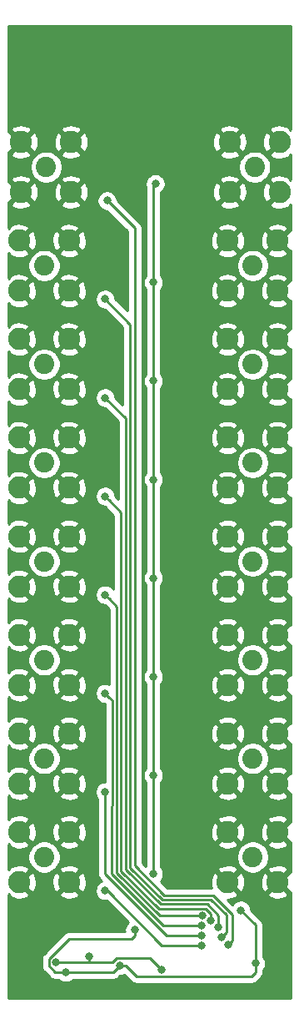
<source format=gbl>
G04 #@! TF.GenerationSoftware,KiCad,Pcbnew,(5.1.5-0)*
G04 #@! TF.CreationDate,2021-01-12T12:07:41-07:00*
G04 #@! TF.ProjectId,pmos_board,706d6f73-5f62-46f6-9172-642e6b696361,rev?*
G04 #@! TF.SameCoordinates,Original*
G04 #@! TF.FileFunction,Copper,L2,Bot*
G04 #@! TF.FilePolarity,Positive*
%FSLAX46Y46*%
G04 Gerber Fmt 4.6, Leading zero omitted, Abs format (unit mm)*
G04 Created by KiCad (PCBNEW (5.1.5-0)) date 2021-01-12 12:07:41*
%MOMM*%
%LPD*%
G04 APERTURE LIST*
%ADD10C,2.250000*%
%ADD11C,2.050000*%
%ADD12C,0.800000*%
%ADD13C,0.250000*%
%ADD14C,0.254000*%
G04 APERTURE END LIST*
D10*
X148040000Y-147540000D03*
X142960000Y-147540000D03*
X142960000Y-142460000D03*
X148040000Y-142460000D03*
D11*
X145500000Y-145000000D03*
D10*
X121760000Y-147540000D03*
X121760000Y-142460000D03*
X126840000Y-142460000D03*
X126840000Y-147540000D03*
D11*
X124300000Y-145000000D03*
D10*
X148040000Y-137540000D03*
X142960000Y-137540000D03*
X142960000Y-132460000D03*
X148040000Y-132460000D03*
D11*
X145500000Y-135000000D03*
D10*
X121760000Y-137540000D03*
X121760000Y-132460000D03*
X126840000Y-132460000D03*
X126840000Y-137540000D03*
D11*
X124300000Y-135000000D03*
D10*
X148040000Y-127540000D03*
X142960000Y-127540000D03*
X142960000Y-122460000D03*
X148040000Y-122460000D03*
D11*
X145500000Y-125000000D03*
D10*
X121760000Y-127540000D03*
X121760000Y-122460000D03*
X126840000Y-122460000D03*
X126840000Y-127540000D03*
D11*
X124300000Y-125000000D03*
D10*
X148040000Y-117540000D03*
X142960000Y-117540000D03*
X142960000Y-112460000D03*
X148040000Y-112460000D03*
D11*
X145500000Y-115000000D03*
D10*
X121760000Y-117540000D03*
X121760000Y-112460000D03*
X126840000Y-112460000D03*
X126840000Y-117540000D03*
D11*
X124300000Y-115000000D03*
D10*
X148040000Y-107540000D03*
X142960000Y-107540000D03*
X142960000Y-102460000D03*
X148040000Y-102460000D03*
D11*
X145500000Y-105000000D03*
D10*
X121760000Y-107540000D03*
X121760000Y-102460000D03*
X126840000Y-102460000D03*
X126840000Y-107540000D03*
D11*
X124300000Y-105000000D03*
D10*
X148040000Y-97540000D03*
X142960000Y-97540000D03*
X142960000Y-92460000D03*
X148040000Y-92460000D03*
D11*
X145500000Y-95000000D03*
D10*
X121760000Y-97540000D03*
X121760000Y-92460000D03*
X126840000Y-92460000D03*
X126840000Y-97540000D03*
D11*
X124300000Y-95000000D03*
D10*
X148040000Y-87540000D03*
X142960000Y-87540000D03*
X142960000Y-82460000D03*
X148040000Y-82460000D03*
D11*
X145500000Y-85000000D03*
D10*
X121760000Y-87540000D03*
X121760000Y-82460000D03*
X126840000Y-82460000D03*
X126840000Y-87540000D03*
D11*
X124300000Y-85000000D03*
D10*
X148240000Y-77540000D03*
X143160000Y-77540000D03*
X143160000Y-72460000D03*
X148240000Y-72460000D03*
D11*
X145700000Y-75000000D03*
D10*
X121960000Y-77540000D03*
X121960000Y-72460000D03*
X127040000Y-72460000D03*
X127040000Y-77540000D03*
D11*
X124500000Y-75000000D03*
D12*
X136200000Y-156400000D03*
X125500000Y-155700000D03*
X128900000Y-155100000D03*
X143000000Y-153900000D03*
X130700000Y-78400000D03*
X142300000Y-153100000D03*
X130500000Y-88400000D03*
X142000000Y-152100000D03*
X130500000Y-98400000D03*
X141250020Y-151400000D03*
X130500000Y-108400000D03*
X140345922Y-150955523D03*
X130500000Y-118400000D03*
X140297358Y-151954345D03*
X130500000Y-128400000D03*
X140300482Y-152954342D03*
X130500000Y-138400000D03*
X140299913Y-153954343D03*
X130500000Y-148400000D03*
X144300000Y-150400000D03*
X132000000Y-156000000D03*
X145800000Y-155800000D03*
X126500000Y-156700000D03*
X133500000Y-152400000D03*
X135600000Y-76700000D03*
X135400000Y-86700000D03*
X135400000Y-96700000D03*
X135400000Y-106700000D03*
X135400000Y-116700000D03*
X135400000Y-126700000D03*
X135400000Y-136700000D03*
X135400000Y-146700000D03*
D13*
X135074999Y-155274999D02*
X136200000Y-156400000D01*
X131651999Y-155274999D02*
X135074999Y-155274999D01*
X131226998Y-155700000D02*
X131651999Y-155274999D01*
X128900000Y-155665685D02*
X128900000Y-155700000D01*
X128900000Y-155100000D02*
X128900000Y-155665685D01*
X128900000Y-155700000D02*
X131226998Y-155700000D01*
X125500000Y-155700000D02*
X128900000Y-155700000D01*
X133500020Y-81200020D02*
X130700000Y-78400000D01*
X136498952Y-148880492D02*
X133500020Y-145881560D01*
X133500020Y-145881560D02*
X133500020Y-81200020D01*
X143399999Y-150826001D02*
X141454490Y-148880492D01*
X143399999Y-153500001D02*
X143399999Y-150826001D01*
X141454490Y-148880492D02*
X136498952Y-148880492D01*
X143000000Y-153900000D02*
X143399999Y-153500001D01*
X133050010Y-90950010D02*
X130500000Y-88400000D01*
X133050010Y-146067960D02*
X133050010Y-90950010D01*
X142800000Y-152600000D02*
X142800000Y-150862412D01*
X136312552Y-149330502D02*
X133050010Y-146067960D01*
X141268090Y-149330502D02*
X136312552Y-149330502D01*
X142800000Y-150862412D02*
X141268090Y-149330502D01*
X142300000Y-153100000D02*
X142800000Y-152600000D01*
X132600000Y-146254360D02*
X132600000Y-100500000D01*
X136126152Y-149780512D02*
X132600000Y-146254360D01*
X132600000Y-100500000D02*
X130500000Y-98400000D01*
X140880323Y-149780512D02*
X136126152Y-149780512D01*
X142000000Y-150900189D02*
X140880323Y-149780512D01*
X142000000Y-152100000D02*
X142000000Y-150900189D01*
X140693923Y-150230522D02*
X135939752Y-150230522D01*
X141250020Y-150786619D02*
X140693923Y-150230522D01*
X141250020Y-151400000D02*
X141250020Y-150786619D01*
X130899999Y-108799999D02*
X130500000Y-108400000D01*
X132125020Y-110025020D02*
X130899999Y-108799999D01*
X132125020Y-146415790D02*
X132125020Y-110025020D01*
X135939752Y-150230522D02*
X132125020Y-146415790D01*
X130899999Y-118799999D02*
X130500000Y-118400000D01*
X131675010Y-146602190D02*
X131675010Y-119575010D01*
X136028343Y-150955523D02*
X131675010Y-146602190D01*
X131675010Y-119575010D02*
X130899999Y-118799999D01*
X140345922Y-150955523D02*
X136028343Y-150955523D01*
X130899999Y-128799999D02*
X130500000Y-128400000D01*
X131225001Y-129125001D02*
X130899999Y-128799999D01*
X131150010Y-139850010D02*
X131225001Y-139775019D01*
X131225001Y-139775019D02*
X131225001Y-129125001D01*
X131150010Y-146713600D02*
X131150010Y-139850010D01*
X136390755Y-151954345D02*
X131150010Y-146713600D01*
X140297358Y-151954345D02*
X136390755Y-151954345D01*
X130500000Y-138965685D02*
X130500000Y-138400000D01*
X136754342Y-152954342D02*
X130500000Y-146700000D01*
X130500000Y-146700000D02*
X130500000Y-138965685D01*
X140300482Y-152954342D02*
X136754342Y-152954342D01*
X136254343Y-153954343D02*
X130700000Y-148400000D01*
X140299913Y-153954343D02*
X136254343Y-153954343D01*
X131300000Y-156700000D02*
X132000000Y-156000000D01*
X133690686Y-157125001D02*
X145374999Y-157125001D01*
X132565685Y-156000000D02*
X133690686Y-157125001D01*
X132000000Y-156000000D02*
X132565685Y-156000000D01*
X145374999Y-157125001D02*
X145800000Y-156700000D01*
X145800000Y-151900000D02*
X144300000Y-150400000D01*
X145800000Y-155800000D02*
X145800000Y-151900000D01*
X145800000Y-156700000D02*
X145800000Y-155800000D01*
X126500000Y-156700000D02*
X131300000Y-156700000D01*
X126826998Y-153300000D02*
X133200000Y-153300000D01*
X124774999Y-155351999D02*
X126826998Y-153300000D01*
X125426998Y-156700000D02*
X124774999Y-156048001D01*
X124774999Y-156048001D02*
X124774999Y-155351999D01*
X126500000Y-156700000D02*
X125426998Y-156700000D01*
X133500000Y-153000000D02*
X133500000Y-152400000D01*
X133200000Y-153300000D02*
X133500000Y-153000000D01*
X135400000Y-76900000D02*
X135600000Y-76700000D01*
X135400000Y-146700000D02*
X135400000Y-76900000D01*
D14*
G36*
X149340000Y-71180392D02*
G01*
X149284925Y-71235467D01*
X149174079Y-70958286D01*
X148863160Y-70804911D01*
X148528295Y-70715140D01*
X148182350Y-70692424D01*
X147838620Y-70737634D01*
X147510315Y-70849034D01*
X147305921Y-70958286D01*
X147195074Y-71235469D01*
X148240000Y-72280395D01*
X148254143Y-72266253D01*
X148433748Y-72445858D01*
X148419605Y-72460000D01*
X148433748Y-72474143D01*
X148254143Y-72653748D01*
X148240000Y-72639605D01*
X147195074Y-73684531D01*
X147305921Y-73961714D01*
X147616840Y-74115089D01*
X147951705Y-74204860D01*
X148297650Y-74227576D01*
X148641380Y-74182366D01*
X148969685Y-74070966D01*
X149174079Y-73961714D01*
X149284925Y-73684533D01*
X149340000Y-73739608D01*
X149340000Y-76260392D01*
X149284925Y-76315467D01*
X149174079Y-76038286D01*
X148863160Y-75884911D01*
X148528295Y-75795140D01*
X148182350Y-75772424D01*
X147838620Y-75817634D01*
X147510315Y-75929034D01*
X147305921Y-76038286D01*
X147195074Y-76315469D01*
X148240000Y-77360395D01*
X148254143Y-77346253D01*
X148433748Y-77525858D01*
X148419605Y-77540000D01*
X148433748Y-77554143D01*
X148254143Y-77733748D01*
X148240000Y-77719605D01*
X147195074Y-78764531D01*
X147305921Y-79041714D01*
X147616840Y-79195089D01*
X147951705Y-79284860D01*
X148297650Y-79307576D01*
X148641380Y-79262366D01*
X148969685Y-79150966D01*
X149174079Y-79041714D01*
X149284925Y-78764533D01*
X149340000Y-78819608D01*
X149340000Y-81445255D01*
X149264531Y-81415074D01*
X148219605Y-82460000D01*
X149264531Y-83504926D01*
X149340000Y-83474745D01*
X149340000Y-86525255D01*
X149264531Y-86495074D01*
X148219605Y-87540000D01*
X149264531Y-88584926D01*
X149340000Y-88554745D01*
X149340000Y-91445255D01*
X149264531Y-91415074D01*
X148219605Y-92460000D01*
X149264531Y-93504926D01*
X149340000Y-93474745D01*
X149340000Y-96525255D01*
X149264531Y-96495074D01*
X148219605Y-97540000D01*
X149264531Y-98584926D01*
X149340000Y-98554745D01*
X149340000Y-101445255D01*
X149264531Y-101415074D01*
X148219605Y-102460000D01*
X149264531Y-103504926D01*
X149340000Y-103474745D01*
X149340000Y-106525255D01*
X149264531Y-106495074D01*
X148219605Y-107540000D01*
X149264531Y-108584926D01*
X149340000Y-108554745D01*
X149340001Y-111445255D01*
X149264531Y-111415074D01*
X148219605Y-112460000D01*
X149264531Y-113504926D01*
X149340001Y-113474745D01*
X149340001Y-116525255D01*
X149264531Y-116495074D01*
X148219605Y-117540000D01*
X149264531Y-118584926D01*
X149340001Y-118554745D01*
X149340001Y-121445255D01*
X149264531Y-121415074D01*
X148219605Y-122460000D01*
X149264531Y-123504926D01*
X149340001Y-123474745D01*
X149340001Y-126525255D01*
X149264531Y-126495074D01*
X148219605Y-127540000D01*
X149264531Y-128584926D01*
X149340001Y-128554745D01*
X149340001Y-131445255D01*
X149264531Y-131415074D01*
X148219605Y-132460000D01*
X149264531Y-133504926D01*
X149340001Y-133474745D01*
X149340001Y-136525255D01*
X149264531Y-136495074D01*
X148219605Y-137540000D01*
X149264531Y-138584926D01*
X149340001Y-138554745D01*
X149340001Y-141445255D01*
X149264531Y-141415074D01*
X148219605Y-142460000D01*
X149264531Y-143504926D01*
X149340001Y-143474745D01*
X149340001Y-146525255D01*
X149264531Y-146495074D01*
X148219605Y-147540000D01*
X149264531Y-148584926D01*
X149340001Y-148554745D01*
X149340001Y-159340000D01*
X120660000Y-159340000D01*
X120660000Y-155351999D01*
X124011323Y-155351999D01*
X124014999Y-155389321D01*
X124014999Y-156010679D01*
X124011323Y-156048001D01*
X124014999Y-156085323D01*
X124014999Y-156085333D01*
X124025996Y-156196986D01*
X124069378Y-156340001D01*
X124069453Y-156340247D01*
X124140025Y-156472277D01*
X124171806Y-156511002D01*
X124234998Y-156588002D01*
X124264001Y-156611804D01*
X124863198Y-157211002D01*
X124886997Y-157240001D01*
X125002722Y-157334974D01*
X125134751Y-157405546D01*
X125278012Y-157449003D01*
X125389665Y-157460000D01*
X125389675Y-157460000D01*
X125426998Y-157463676D01*
X125464321Y-157460000D01*
X125796289Y-157460000D01*
X125840226Y-157503937D01*
X126009744Y-157617205D01*
X126198102Y-157695226D01*
X126398061Y-157735000D01*
X126601939Y-157735000D01*
X126801898Y-157695226D01*
X126990256Y-157617205D01*
X127159774Y-157503937D01*
X127203711Y-157460000D01*
X131262678Y-157460000D01*
X131300000Y-157463676D01*
X131337322Y-157460000D01*
X131337333Y-157460000D01*
X131448986Y-157449003D01*
X131592247Y-157405546D01*
X131724276Y-157334974D01*
X131840001Y-157240001D01*
X131863803Y-157210998D01*
X132039802Y-157035000D01*
X132101939Y-157035000D01*
X132301898Y-156995226D01*
X132432155Y-156941271D01*
X133126887Y-157636004D01*
X133150685Y-157665002D01*
X133266410Y-157759975D01*
X133398439Y-157830547D01*
X133541700Y-157874004D01*
X133653353Y-157885001D01*
X133653361Y-157885001D01*
X133690686Y-157888677D01*
X133728011Y-157885001D01*
X145337677Y-157885001D01*
X145374999Y-157888677D01*
X145412321Y-157885001D01*
X145412332Y-157885001D01*
X145523985Y-157874004D01*
X145667246Y-157830547D01*
X145799275Y-157759975D01*
X145915000Y-157665002D01*
X145938803Y-157635998D01*
X146310998Y-157263803D01*
X146340001Y-157240001D01*
X146434974Y-157124276D01*
X146505546Y-156992247D01*
X146549003Y-156848986D01*
X146560000Y-156737333D01*
X146560000Y-156737324D01*
X146563676Y-156700001D01*
X146560000Y-156662678D01*
X146560000Y-156503711D01*
X146603937Y-156459774D01*
X146717205Y-156290256D01*
X146795226Y-156101898D01*
X146835000Y-155901939D01*
X146835000Y-155698061D01*
X146795226Y-155498102D01*
X146717205Y-155309744D01*
X146603937Y-155140226D01*
X146560000Y-155096289D01*
X146560000Y-151937322D01*
X146563676Y-151899999D01*
X146560000Y-151862676D01*
X146560000Y-151862667D01*
X146549003Y-151751014D01*
X146505546Y-151607753D01*
X146434974Y-151475724D01*
X146340001Y-151359999D01*
X146311003Y-151336201D01*
X145335000Y-150360199D01*
X145335000Y-150298061D01*
X145295226Y-150098102D01*
X145217205Y-149909744D01*
X145103937Y-149740226D01*
X144959774Y-149596063D01*
X144790256Y-149482795D01*
X144601898Y-149404774D01*
X144401939Y-149365000D01*
X144198061Y-149365000D01*
X143998102Y-149404774D01*
X143809744Y-149482795D01*
X143640226Y-149596063D01*
X143496063Y-149740226D01*
X143453190Y-149804390D01*
X142952069Y-149303270D01*
X143017650Y-149307576D01*
X143361380Y-149262366D01*
X143689685Y-149150966D01*
X143894079Y-149041714D01*
X144004926Y-148764531D01*
X146995074Y-148764531D01*
X147105921Y-149041714D01*
X147416840Y-149195089D01*
X147751705Y-149284860D01*
X148097650Y-149307576D01*
X148441380Y-149262366D01*
X148769685Y-149150966D01*
X148974079Y-149041714D01*
X149084926Y-148764531D01*
X148040000Y-147719605D01*
X146995074Y-148764531D01*
X144004926Y-148764531D01*
X142960000Y-147719605D01*
X142945858Y-147733748D01*
X142766253Y-147554143D01*
X142780395Y-147540000D01*
X143139605Y-147540000D01*
X144184531Y-148584926D01*
X144461714Y-148474079D01*
X144615089Y-148163160D01*
X144704860Y-147828295D01*
X144720004Y-147597650D01*
X146272424Y-147597650D01*
X146317634Y-147941380D01*
X146429034Y-148269685D01*
X146538286Y-148474079D01*
X146815469Y-148584926D01*
X147860395Y-147540000D01*
X146815469Y-146495074D01*
X146538286Y-146605921D01*
X146384911Y-146916840D01*
X146295140Y-147251705D01*
X146272424Y-147597650D01*
X144720004Y-147597650D01*
X144727576Y-147482350D01*
X144682366Y-147138620D01*
X144570966Y-146810315D01*
X144461714Y-146605921D01*
X144184531Y-146495074D01*
X143139605Y-147540000D01*
X142780395Y-147540000D01*
X141735469Y-146495074D01*
X141458286Y-146605921D01*
X141304911Y-146916840D01*
X141215140Y-147251705D01*
X141192424Y-147597650D01*
X141237634Y-147941380D01*
X141298410Y-148120492D01*
X136813754Y-148120492D01*
X136128486Y-147435225D01*
X136203937Y-147359774D01*
X136317205Y-147190256D01*
X136395226Y-147001898D01*
X136435000Y-146801939D01*
X136435000Y-146598061D01*
X136395226Y-146398102D01*
X136360999Y-146315469D01*
X141915074Y-146315469D01*
X142960000Y-147360395D01*
X144004926Y-146315469D01*
X143894079Y-146038286D01*
X143583160Y-145884911D01*
X143248295Y-145795140D01*
X142902350Y-145772424D01*
X142558620Y-145817634D01*
X142230315Y-145929034D01*
X142025921Y-146038286D01*
X141915074Y-146315469D01*
X136360999Y-146315469D01*
X136317205Y-146209744D01*
X136203937Y-146040226D01*
X136160000Y-145996289D01*
X136160000Y-144836504D01*
X143840000Y-144836504D01*
X143840000Y-145163496D01*
X143903793Y-145484204D01*
X144028927Y-145786305D01*
X144210594Y-146058188D01*
X144441812Y-146289406D01*
X144713695Y-146471073D01*
X145015796Y-146596207D01*
X145336504Y-146660000D01*
X145663496Y-146660000D01*
X145984204Y-146596207D01*
X146286305Y-146471073D01*
X146519182Y-146315469D01*
X146995074Y-146315469D01*
X148040000Y-147360395D01*
X149084926Y-146315469D01*
X148974079Y-146038286D01*
X148663160Y-145884911D01*
X148328295Y-145795140D01*
X147982350Y-145772424D01*
X147638620Y-145817634D01*
X147310315Y-145929034D01*
X147105921Y-146038286D01*
X146995074Y-146315469D01*
X146519182Y-146315469D01*
X146558188Y-146289406D01*
X146789406Y-146058188D01*
X146971073Y-145786305D01*
X147096207Y-145484204D01*
X147160000Y-145163496D01*
X147160000Y-144836504D01*
X147096207Y-144515796D01*
X146971073Y-144213695D01*
X146789406Y-143941812D01*
X146558188Y-143710594D01*
X146519183Y-143684531D01*
X146995074Y-143684531D01*
X147105921Y-143961714D01*
X147416840Y-144115089D01*
X147751705Y-144204860D01*
X148097650Y-144227576D01*
X148441380Y-144182366D01*
X148769685Y-144070966D01*
X148974079Y-143961714D01*
X149084926Y-143684531D01*
X148040000Y-142639605D01*
X146995074Y-143684531D01*
X146519183Y-143684531D01*
X146286305Y-143528927D01*
X145984204Y-143403793D01*
X145663496Y-143340000D01*
X145336504Y-143340000D01*
X145015796Y-143403793D01*
X144713695Y-143528927D01*
X144441812Y-143710594D01*
X144210594Y-143941812D01*
X144028927Y-144213695D01*
X143903793Y-144515796D01*
X143840000Y-144836504D01*
X136160000Y-144836504D01*
X136160000Y-143684531D01*
X141915074Y-143684531D01*
X142025921Y-143961714D01*
X142336840Y-144115089D01*
X142671705Y-144204860D01*
X143017650Y-144227576D01*
X143361380Y-144182366D01*
X143689685Y-144070966D01*
X143894079Y-143961714D01*
X144004926Y-143684531D01*
X142960000Y-142639605D01*
X141915074Y-143684531D01*
X136160000Y-143684531D01*
X136160000Y-142517650D01*
X141192424Y-142517650D01*
X141237634Y-142861380D01*
X141349034Y-143189685D01*
X141458286Y-143394079D01*
X141735469Y-143504926D01*
X142780395Y-142460000D01*
X143139605Y-142460000D01*
X144184531Y-143504926D01*
X144461714Y-143394079D01*
X144615089Y-143083160D01*
X144704860Y-142748295D01*
X144720004Y-142517650D01*
X146272424Y-142517650D01*
X146317634Y-142861380D01*
X146429034Y-143189685D01*
X146538286Y-143394079D01*
X146815469Y-143504926D01*
X147860395Y-142460000D01*
X146815469Y-141415074D01*
X146538286Y-141525921D01*
X146384911Y-141836840D01*
X146295140Y-142171705D01*
X146272424Y-142517650D01*
X144720004Y-142517650D01*
X144727576Y-142402350D01*
X144682366Y-142058620D01*
X144570966Y-141730315D01*
X144461714Y-141525921D01*
X144184531Y-141415074D01*
X143139605Y-142460000D01*
X142780395Y-142460000D01*
X141735469Y-141415074D01*
X141458286Y-141525921D01*
X141304911Y-141836840D01*
X141215140Y-142171705D01*
X141192424Y-142517650D01*
X136160000Y-142517650D01*
X136160000Y-141235469D01*
X141915074Y-141235469D01*
X142960000Y-142280395D01*
X144004926Y-141235469D01*
X146995074Y-141235469D01*
X148040000Y-142280395D01*
X149084926Y-141235469D01*
X148974079Y-140958286D01*
X148663160Y-140804911D01*
X148328295Y-140715140D01*
X147982350Y-140692424D01*
X147638620Y-140737634D01*
X147310315Y-140849034D01*
X147105921Y-140958286D01*
X146995074Y-141235469D01*
X144004926Y-141235469D01*
X143894079Y-140958286D01*
X143583160Y-140804911D01*
X143248295Y-140715140D01*
X142902350Y-140692424D01*
X142558620Y-140737634D01*
X142230315Y-140849034D01*
X142025921Y-140958286D01*
X141915074Y-141235469D01*
X136160000Y-141235469D01*
X136160000Y-138764531D01*
X141915074Y-138764531D01*
X142025921Y-139041714D01*
X142336840Y-139195089D01*
X142671705Y-139284860D01*
X143017650Y-139307576D01*
X143361380Y-139262366D01*
X143689685Y-139150966D01*
X143894079Y-139041714D01*
X144004926Y-138764531D01*
X146995074Y-138764531D01*
X147105921Y-139041714D01*
X147416840Y-139195089D01*
X147751705Y-139284860D01*
X148097650Y-139307576D01*
X148441380Y-139262366D01*
X148769685Y-139150966D01*
X148974079Y-139041714D01*
X149084926Y-138764531D01*
X148040000Y-137719605D01*
X146995074Y-138764531D01*
X144004926Y-138764531D01*
X142960000Y-137719605D01*
X141915074Y-138764531D01*
X136160000Y-138764531D01*
X136160000Y-137597650D01*
X141192424Y-137597650D01*
X141237634Y-137941380D01*
X141349034Y-138269685D01*
X141458286Y-138474079D01*
X141735469Y-138584926D01*
X142780395Y-137540000D01*
X143139605Y-137540000D01*
X144184531Y-138584926D01*
X144461714Y-138474079D01*
X144615089Y-138163160D01*
X144704860Y-137828295D01*
X144720004Y-137597650D01*
X146272424Y-137597650D01*
X146317634Y-137941380D01*
X146429034Y-138269685D01*
X146538286Y-138474079D01*
X146815469Y-138584926D01*
X147860395Y-137540000D01*
X146815469Y-136495074D01*
X146538286Y-136605921D01*
X146384911Y-136916840D01*
X146295140Y-137251705D01*
X146272424Y-137597650D01*
X144720004Y-137597650D01*
X144727576Y-137482350D01*
X144682366Y-137138620D01*
X144570966Y-136810315D01*
X144461714Y-136605921D01*
X144184531Y-136495074D01*
X143139605Y-137540000D01*
X142780395Y-137540000D01*
X141735469Y-136495074D01*
X141458286Y-136605921D01*
X141304911Y-136916840D01*
X141215140Y-137251705D01*
X141192424Y-137597650D01*
X136160000Y-137597650D01*
X136160000Y-137403711D01*
X136203937Y-137359774D01*
X136317205Y-137190256D01*
X136395226Y-137001898D01*
X136435000Y-136801939D01*
X136435000Y-136598061D01*
X136395226Y-136398102D01*
X136360999Y-136315469D01*
X141915074Y-136315469D01*
X142960000Y-137360395D01*
X144004926Y-136315469D01*
X143894079Y-136038286D01*
X143583160Y-135884911D01*
X143248295Y-135795140D01*
X142902350Y-135772424D01*
X142558620Y-135817634D01*
X142230315Y-135929034D01*
X142025921Y-136038286D01*
X141915074Y-136315469D01*
X136360999Y-136315469D01*
X136317205Y-136209744D01*
X136203937Y-136040226D01*
X136160000Y-135996289D01*
X136160000Y-134836504D01*
X143840000Y-134836504D01*
X143840000Y-135163496D01*
X143903793Y-135484204D01*
X144028927Y-135786305D01*
X144210594Y-136058188D01*
X144441812Y-136289406D01*
X144713695Y-136471073D01*
X145015796Y-136596207D01*
X145336504Y-136660000D01*
X145663496Y-136660000D01*
X145984204Y-136596207D01*
X146286305Y-136471073D01*
X146519182Y-136315469D01*
X146995074Y-136315469D01*
X148040000Y-137360395D01*
X149084926Y-136315469D01*
X148974079Y-136038286D01*
X148663160Y-135884911D01*
X148328295Y-135795140D01*
X147982350Y-135772424D01*
X147638620Y-135817634D01*
X147310315Y-135929034D01*
X147105921Y-136038286D01*
X146995074Y-136315469D01*
X146519182Y-136315469D01*
X146558188Y-136289406D01*
X146789406Y-136058188D01*
X146971073Y-135786305D01*
X147096207Y-135484204D01*
X147160000Y-135163496D01*
X147160000Y-134836504D01*
X147096207Y-134515796D01*
X146971073Y-134213695D01*
X146789406Y-133941812D01*
X146558188Y-133710594D01*
X146519183Y-133684531D01*
X146995074Y-133684531D01*
X147105921Y-133961714D01*
X147416840Y-134115089D01*
X147751705Y-134204860D01*
X148097650Y-134227576D01*
X148441380Y-134182366D01*
X148769685Y-134070966D01*
X148974079Y-133961714D01*
X149084926Y-133684531D01*
X148040000Y-132639605D01*
X146995074Y-133684531D01*
X146519183Y-133684531D01*
X146286305Y-133528927D01*
X145984204Y-133403793D01*
X145663496Y-133340000D01*
X145336504Y-133340000D01*
X145015796Y-133403793D01*
X144713695Y-133528927D01*
X144441812Y-133710594D01*
X144210594Y-133941812D01*
X144028927Y-134213695D01*
X143903793Y-134515796D01*
X143840000Y-134836504D01*
X136160000Y-134836504D01*
X136160000Y-133684531D01*
X141915074Y-133684531D01*
X142025921Y-133961714D01*
X142336840Y-134115089D01*
X142671705Y-134204860D01*
X143017650Y-134227576D01*
X143361380Y-134182366D01*
X143689685Y-134070966D01*
X143894079Y-133961714D01*
X144004926Y-133684531D01*
X142960000Y-132639605D01*
X141915074Y-133684531D01*
X136160000Y-133684531D01*
X136160000Y-132517650D01*
X141192424Y-132517650D01*
X141237634Y-132861380D01*
X141349034Y-133189685D01*
X141458286Y-133394079D01*
X141735469Y-133504926D01*
X142780395Y-132460000D01*
X143139605Y-132460000D01*
X144184531Y-133504926D01*
X144461714Y-133394079D01*
X144615089Y-133083160D01*
X144704860Y-132748295D01*
X144720004Y-132517650D01*
X146272424Y-132517650D01*
X146317634Y-132861380D01*
X146429034Y-133189685D01*
X146538286Y-133394079D01*
X146815469Y-133504926D01*
X147860395Y-132460000D01*
X146815469Y-131415074D01*
X146538286Y-131525921D01*
X146384911Y-131836840D01*
X146295140Y-132171705D01*
X146272424Y-132517650D01*
X144720004Y-132517650D01*
X144727576Y-132402350D01*
X144682366Y-132058620D01*
X144570966Y-131730315D01*
X144461714Y-131525921D01*
X144184531Y-131415074D01*
X143139605Y-132460000D01*
X142780395Y-132460000D01*
X141735469Y-131415074D01*
X141458286Y-131525921D01*
X141304911Y-131836840D01*
X141215140Y-132171705D01*
X141192424Y-132517650D01*
X136160000Y-132517650D01*
X136160000Y-131235469D01*
X141915074Y-131235469D01*
X142960000Y-132280395D01*
X144004926Y-131235469D01*
X146995074Y-131235469D01*
X148040000Y-132280395D01*
X149084926Y-131235469D01*
X148974079Y-130958286D01*
X148663160Y-130804911D01*
X148328295Y-130715140D01*
X147982350Y-130692424D01*
X147638620Y-130737634D01*
X147310315Y-130849034D01*
X147105921Y-130958286D01*
X146995074Y-131235469D01*
X144004926Y-131235469D01*
X143894079Y-130958286D01*
X143583160Y-130804911D01*
X143248295Y-130715140D01*
X142902350Y-130692424D01*
X142558620Y-130737634D01*
X142230315Y-130849034D01*
X142025921Y-130958286D01*
X141915074Y-131235469D01*
X136160000Y-131235469D01*
X136160000Y-128764531D01*
X141915074Y-128764531D01*
X142025921Y-129041714D01*
X142336840Y-129195089D01*
X142671705Y-129284860D01*
X143017650Y-129307576D01*
X143361380Y-129262366D01*
X143689685Y-129150966D01*
X143894079Y-129041714D01*
X144004926Y-128764531D01*
X146995074Y-128764531D01*
X147105921Y-129041714D01*
X147416840Y-129195089D01*
X147751705Y-129284860D01*
X148097650Y-129307576D01*
X148441380Y-129262366D01*
X148769685Y-129150966D01*
X148974079Y-129041714D01*
X149084926Y-128764531D01*
X148040000Y-127719605D01*
X146995074Y-128764531D01*
X144004926Y-128764531D01*
X142960000Y-127719605D01*
X141915074Y-128764531D01*
X136160000Y-128764531D01*
X136160000Y-127597650D01*
X141192424Y-127597650D01*
X141237634Y-127941380D01*
X141349034Y-128269685D01*
X141458286Y-128474079D01*
X141735469Y-128584926D01*
X142780395Y-127540000D01*
X143139605Y-127540000D01*
X144184531Y-128584926D01*
X144461714Y-128474079D01*
X144615089Y-128163160D01*
X144704860Y-127828295D01*
X144720004Y-127597650D01*
X146272424Y-127597650D01*
X146317634Y-127941380D01*
X146429034Y-128269685D01*
X146538286Y-128474079D01*
X146815469Y-128584926D01*
X147860395Y-127540000D01*
X146815469Y-126495074D01*
X146538286Y-126605921D01*
X146384911Y-126916840D01*
X146295140Y-127251705D01*
X146272424Y-127597650D01*
X144720004Y-127597650D01*
X144727576Y-127482350D01*
X144682366Y-127138620D01*
X144570966Y-126810315D01*
X144461714Y-126605921D01*
X144184531Y-126495074D01*
X143139605Y-127540000D01*
X142780395Y-127540000D01*
X141735469Y-126495074D01*
X141458286Y-126605921D01*
X141304911Y-126916840D01*
X141215140Y-127251705D01*
X141192424Y-127597650D01*
X136160000Y-127597650D01*
X136160000Y-127403711D01*
X136203937Y-127359774D01*
X136317205Y-127190256D01*
X136395226Y-127001898D01*
X136435000Y-126801939D01*
X136435000Y-126598061D01*
X136395226Y-126398102D01*
X136360999Y-126315469D01*
X141915074Y-126315469D01*
X142960000Y-127360395D01*
X144004926Y-126315469D01*
X143894079Y-126038286D01*
X143583160Y-125884911D01*
X143248295Y-125795140D01*
X142902350Y-125772424D01*
X142558620Y-125817634D01*
X142230315Y-125929034D01*
X142025921Y-126038286D01*
X141915074Y-126315469D01*
X136360999Y-126315469D01*
X136317205Y-126209744D01*
X136203937Y-126040226D01*
X136160000Y-125996289D01*
X136160000Y-124836504D01*
X143840000Y-124836504D01*
X143840000Y-125163496D01*
X143903793Y-125484204D01*
X144028927Y-125786305D01*
X144210594Y-126058188D01*
X144441812Y-126289406D01*
X144713695Y-126471073D01*
X145015796Y-126596207D01*
X145336504Y-126660000D01*
X145663496Y-126660000D01*
X145984204Y-126596207D01*
X146286305Y-126471073D01*
X146519182Y-126315469D01*
X146995074Y-126315469D01*
X148040000Y-127360395D01*
X149084926Y-126315469D01*
X148974079Y-126038286D01*
X148663160Y-125884911D01*
X148328295Y-125795140D01*
X147982350Y-125772424D01*
X147638620Y-125817634D01*
X147310315Y-125929034D01*
X147105921Y-126038286D01*
X146995074Y-126315469D01*
X146519182Y-126315469D01*
X146558188Y-126289406D01*
X146789406Y-126058188D01*
X146971073Y-125786305D01*
X147096207Y-125484204D01*
X147160000Y-125163496D01*
X147160000Y-124836504D01*
X147096207Y-124515796D01*
X146971073Y-124213695D01*
X146789406Y-123941812D01*
X146558188Y-123710594D01*
X146519183Y-123684531D01*
X146995074Y-123684531D01*
X147105921Y-123961714D01*
X147416840Y-124115089D01*
X147751705Y-124204860D01*
X148097650Y-124227576D01*
X148441380Y-124182366D01*
X148769685Y-124070966D01*
X148974079Y-123961714D01*
X149084926Y-123684531D01*
X148040000Y-122639605D01*
X146995074Y-123684531D01*
X146519183Y-123684531D01*
X146286305Y-123528927D01*
X145984204Y-123403793D01*
X145663496Y-123340000D01*
X145336504Y-123340000D01*
X145015796Y-123403793D01*
X144713695Y-123528927D01*
X144441812Y-123710594D01*
X144210594Y-123941812D01*
X144028927Y-124213695D01*
X143903793Y-124515796D01*
X143840000Y-124836504D01*
X136160000Y-124836504D01*
X136160000Y-123684531D01*
X141915074Y-123684531D01*
X142025921Y-123961714D01*
X142336840Y-124115089D01*
X142671705Y-124204860D01*
X143017650Y-124227576D01*
X143361380Y-124182366D01*
X143689685Y-124070966D01*
X143894079Y-123961714D01*
X144004926Y-123684531D01*
X142960000Y-122639605D01*
X141915074Y-123684531D01*
X136160000Y-123684531D01*
X136160000Y-122517650D01*
X141192424Y-122517650D01*
X141237634Y-122861380D01*
X141349034Y-123189685D01*
X141458286Y-123394079D01*
X141735469Y-123504926D01*
X142780395Y-122460000D01*
X143139605Y-122460000D01*
X144184531Y-123504926D01*
X144461714Y-123394079D01*
X144615089Y-123083160D01*
X144704860Y-122748295D01*
X144720004Y-122517650D01*
X146272424Y-122517650D01*
X146317634Y-122861380D01*
X146429034Y-123189685D01*
X146538286Y-123394079D01*
X146815469Y-123504926D01*
X147860395Y-122460000D01*
X146815469Y-121415074D01*
X146538286Y-121525921D01*
X146384911Y-121836840D01*
X146295140Y-122171705D01*
X146272424Y-122517650D01*
X144720004Y-122517650D01*
X144727576Y-122402350D01*
X144682366Y-122058620D01*
X144570966Y-121730315D01*
X144461714Y-121525921D01*
X144184531Y-121415074D01*
X143139605Y-122460000D01*
X142780395Y-122460000D01*
X141735469Y-121415074D01*
X141458286Y-121525921D01*
X141304911Y-121836840D01*
X141215140Y-122171705D01*
X141192424Y-122517650D01*
X136160000Y-122517650D01*
X136160000Y-121235469D01*
X141915074Y-121235469D01*
X142960000Y-122280395D01*
X144004926Y-121235469D01*
X146995074Y-121235469D01*
X148040000Y-122280395D01*
X149084926Y-121235469D01*
X148974079Y-120958286D01*
X148663160Y-120804911D01*
X148328295Y-120715140D01*
X147982350Y-120692424D01*
X147638620Y-120737634D01*
X147310315Y-120849034D01*
X147105921Y-120958286D01*
X146995074Y-121235469D01*
X144004926Y-121235469D01*
X143894079Y-120958286D01*
X143583160Y-120804911D01*
X143248295Y-120715140D01*
X142902350Y-120692424D01*
X142558620Y-120737634D01*
X142230315Y-120849034D01*
X142025921Y-120958286D01*
X141915074Y-121235469D01*
X136160000Y-121235469D01*
X136160000Y-118764531D01*
X141915074Y-118764531D01*
X142025921Y-119041714D01*
X142336840Y-119195089D01*
X142671705Y-119284860D01*
X143017650Y-119307576D01*
X143361380Y-119262366D01*
X143689685Y-119150966D01*
X143894079Y-119041714D01*
X144004926Y-118764531D01*
X146995074Y-118764531D01*
X147105921Y-119041714D01*
X147416840Y-119195089D01*
X147751705Y-119284860D01*
X148097650Y-119307576D01*
X148441380Y-119262366D01*
X148769685Y-119150966D01*
X148974079Y-119041714D01*
X149084926Y-118764531D01*
X148040000Y-117719605D01*
X146995074Y-118764531D01*
X144004926Y-118764531D01*
X142960000Y-117719605D01*
X141915074Y-118764531D01*
X136160000Y-118764531D01*
X136160000Y-117597650D01*
X141192424Y-117597650D01*
X141237634Y-117941380D01*
X141349034Y-118269685D01*
X141458286Y-118474079D01*
X141735469Y-118584926D01*
X142780395Y-117540000D01*
X143139605Y-117540000D01*
X144184531Y-118584926D01*
X144461714Y-118474079D01*
X144615089Y-118163160D01*
X144704860Y-117828295D01*
X144720004Y-117597650D01*
X146272424Y-117597650D01*
X146317634Y-117941380D01*
X146429034Y-118269685D01*
X146538286Y-118474079D01*
X146815469Y-118584926D01*
X147860395Y-117540000D01*
X146815469Y-116495074D01*
X146538286Y-116605921D01*
X146384911Y-116916840D01*
X146295140Y-117251705D01*
X146272424Y-117597650D01*
X144720004Y-117597650D01*
X144727576Y-117482350D01*
X144682366Y-117138620D01*
X144570966Y-116810315D01*
X144461714Y-116605921D01*
X144184531Y-116495074D01*
X143139605Y-117540000D01*
X142780395Y-117540000D01*
X141735469Y-116495074D01*
X141458286Y-116605921D01*
X141304911Y-116916840D01*
X141215140Y-117251705D01*
X141192424Y-117597650D01*
X136160000Y-117597650D01*
X136160000Y-117403711D01*
X136203937Y-117359774D01*
X136317205Y-117190256D01*
X136395226Y-117001898D01*
X136435000Y-116801939D01*
X136435000Y-116598061D01*
X136395226Y-116398102D01*
X136360999Y-116315469D01*
X141915074Y-116315469D01*
X142960000Y-117360395D01*
X144004926Y-116315469D01*
X143894079Y-116038286D01*
X143583160Y-115884911D01*
X143248295Y-115795140D01*
X142902350Y-115772424D01*
X142558620Y-115817634D01*
X142230315Y-115929034D01*
X142025921Y-116038286D01*
X141915074Y-116315469D01*
X136360999Y-116315469D01*
X136317205Y-116209744D01*
X136203937Y-116040226D01*
X136160000Y-115996289D01*
X136160000Y-114836504D01*
X143840000Y-114836504D01*
X143840000Y-115163496D01*
X143903793Y-115484204D01*
X144028927Y-115786305D01*
X144210594Y-116058188D01*
X144441812Y-116289406D01*
X144713695Y-116471073D01*
X145015796Y-116596207D01*
X145336504Y-116660000D01*
X145663496Y-116660000D01*
X145984204Y-116596207D01*
X146286305Y-116471073D01*
X146519182Y-116315469D01*
X146995074Y-116315469D01*
X148040000Y-117360395D01*
X149084926Y-116315469D01*
X148974079Y-116038286D01*
X148663160Y-115884911D01*
X148328295Y-115795140D01*
X147982350Y-115772424D01*
X147638620Y-115817634D01*
X147310315Y-115929034D01*
X147105921Y-116038286D01*
X146995074Y-116315469D01*
X146519182Y-116315469D01*
X146558188Y-116289406D01*
X146789406Y-116058188D01*
X146971073Y-115786305D01*
X147096207Y-115484204D01*
X147160000Y-115163496D01*
X147160000Y-114836504D01*
X147096207Y-114515796D01*
X146971073Y-114213695D01*
X146789406Y-113941812D01*
X146558188Y-113710594D01*
X146519183Y-113684531D01*
X146995074Y-113684531D01*
X147105921Y-113961714D01*
X147416840Y-114115089D01*
X147751705Y-114204860D01*
X148097650Y-114227576D01*
X148441380Y-114182366D01*
X148769685Y-114070966D01*
X148974079Y-113961714D01*
X149084926Y-113684531D01*
X148040000Y-112639605D01*
X146995074Y-113684531D01*
X146519183Y-113684531D01*
X146286305Y-113528927D01*
X145984204Y-113403793D01*
X145663496Y-113340000D01*
X145336504Y-113340000D01*
X145015796Y-113403793D01*
X144713695Y-113528927D01*
X144441812Y-113710594D01*
X144210594Y-113941812D01*
X144028927Y-114213695D01*
X143903793Y-114515796D01*
X143840000Y-114836504D01*
X136160000Y-114836504D01*
X136160000Y-113684531D01*
X141915074Y-113684531D01*
X142025921Y-113961714D01*
X142336840Y-114115089D01*
X142671705Y-114204860D01*
X143017650Y-114227576D01*
X143361380Y-114182366D01*
X143689685Y-114070966D01*
X143894079Y-113961714D01*
X144004926Y-113684531D01*
X142960000Y-112639605D01*
X141915074Y-113684531D01*
X136160000Y-113684531D01*
X136160000Y-112517650D01*
X141192424Y-112517650D01*
X141237634Y-112861380D01*
X141349034Y-113189685D01*
X141458286Y-113394079D01*
X141735469Y-113504926D01*
X142780395Y-112460000D01*
X143139605Y-112460000D01*
X144184531Y-113504926D01*
X144461714Y-113394079D01*
X144615089Y-113083160D01*
X144704860Y-112748295D01*
X144720004Y-112517650D01*
X146272424Y-112517650D01*
X146317634Y-112861380D01*
X146429034Y-113189685D01*
X146538286Y-113394079D01*
X146815469Y-113504926D01*
X147860395Y-112460000D01*
X146815469Y-111415074D01*
X146538286Y-111525921D01*
X146384911Y-111836840D01*
X146295140Y-112171705D01*
X146272424Y-112517650D01*
X144720004Y-112517650D01*
X144727576Y-112402350D01*
X144682366Y-112058620D01*
X144570966Y-111730315D01*
X144461714Y-111525921D01*
X144184531Y-111415074D01*
X143139605Y-112460000D01*
X142780395Y-112460000D01*
X141735469Y-111415074D01*
X141458286Y-111525921D01*
X141304911Y-111836840D01*
X141215140Y-112171705D01*
X141192424Y-112517650D01*
X136160000Y-112517650D01*
X136160000Y-111235469D01*
X141915074Y-111235469D01*
X142960000Y-112280395D01*
X144004926Y-111235469D01*
X146995074Y-111235469D01*
X148040000Y-112280395D01*
X149084926Y-111235469D01*
X148974079Y-110958286D01*
X148663160Y-110804911D01*
X148328295Y-110715140D01*
X147982350Y-110692424D01*
X147638620Y-110737634D01*
X147310315Y-110849034D01*
X147105921Y-110958286D01*
X146995074Y-111235469D01*
X144004926Y-111235469D01*
X143894079Y-110958286D01*
X143583160Y-110804911D01*
X143248295Y-110715140D01*
X142902350Y-110692424D01*
X142558620Y-110737634D01*
X142230315Y-110849034D01*
X142025921Y-110958286D01*
X141915074Y-111235469D01*
X136160000Y-111235469D01*
X136160000Y-108764531D01*
X141915074Y-108764531D01*
X142025921Y-109041714D01*
X142336840Y-109195089D01*
X142671705Y-109284860D01*
X143017650Y-109307576D01*
X143361380Y-109262366D01*
X143689685Y-109150966D01*
X143894079Y-109041714D01*
X144004926Y-108764531D01*
X146995074Y-108764531D01*
X147105921Y-109041714D01*
X147416840Y-109195089D01*
X147751705Y-109284860D01*
X148097650Y-109307576D01*
X148441380Y-109262366D01*
X148769685Y-109150966D01*
X148974079Y-109041714D01*
X149084926Y-108764531D01*
X148040000Y-107719605D01*
X146995074Y-108764531D01*
X144004926Y-108764531D01*
X142960000Y-107719605D01*
X141915074Y-108764531D01*
X136160000Y-108764531D01*
X136160000Y-107597650D01*
X141192424Y-107597650D01*
X141237634Y-107941380D01*
X141349034Y-108269685D01*
X141458286Y-108474079D01*
X141735469Y-108584926D01*
X142780395Y-107540000D01*
X143139605Y-107540000D01*
X144184531Y-108584926D01*
X144461714Y-108474079D01*
X144615089Y-108163160D01*
X144704860Y-107828295D01*
X144720004Y-107597650D01*
X146272424Y-107597650D01*
X146317634Y-107941380D01*
X146429034Y-108269685D01*
X146538286Y-108474079D01*
X146815469Y-108584926D01*
X147860395Y-107540000D01*
X146815469Y-106495074D01*
X146538286Y-106605921D01*
X146384911Y-106916840D01*
X146295140Y-107251705D01*
X146272424Y-107597650D01*
X144720004Y-107597650D01*
X144727576Y-107482350D01*
X144682366Y-107138620D01*
X144570966Y-106810315D01*
X144461714Y-106605921D01*
X144184531Y-106495074D01*
X143139605Y-107540000D01*
X142780395Y-107540000D01*
X141735469Y-106495074D01*
X141458286Y-106605921D01*
X141304911Y-106916840D01*
X141215140Y-107251705D01*
X141192424Y-107597650D01*
X136160000Y-107597650D01*
X136160000Y-107403711D01*
X136203937Y-107359774D01*
X136317205Y-107190256D01*
X136395226Y-107001898D01*
X136435000Y-106801939D01*
X136435000Y-106598061D01*
X136395226Y-106398102D01*
X136360999Y-106315469D01*
X141915074Y-106315469D01*
X142960000Y-107360395D01*
X144004926Y-106315469D01*
X143894079Y-106038286D01*
X143583160Y-105884911D01*
X143248295Y-105795140D01*
X142902350Y-105772424D01*
X142558620Y-105817634D01*
X142230315Y-105929034D01*
X142025921Y-106038286D01*
X141915074Y-106315469D01*
X136360999Y-106315469D01*
X136317205Y-106209744D01*
X136203937Y-106040226D01*
X136160000Y-105996289D01*
X136160000Y-104836504D01*
X143840000Y-104836504D01*
X143840000Y-105163496D01*
X143903793Y-105484204D01*
X144028927Y-105786305D01*
X144210594Y-106058188D01*
X144441812Y-106289406D01*
X144713695Y-106471073D01*
X145015796Y-106596207D01*
X145336504Y-106660000D01*
X145663496Y-106660000D01*
X145984204Y-106596207D01*
X146286305Y-106471073D01*
X146519182Y-106315469D01*
X146995074Y-106315469D01*
X148040000Y-107360395D01*
X149084926Y-106315469D01*
X148974079Y-106038286D01*
X148663160Y-105884911D01*
X148328295Y-105795140D01*
X147982350Y-105772424D01*
X147638620Y-105817634D01*
X147310315Y-105929034D01*
X147105921Y-106038286D01*
X146995074Y-106315469D01*
X146519182Y-106315469D01*
X146558188Y-106289406D01*
X146789406Y-106058188D01*
X146971073Y-105786305D01*
X147096207Y-105484204D01*
X147160000Y-105163496D01*
X147160000Y-104836504D01*
X147096207Y-104515796D01*
X146971073Y-104213695D01*
X146789406Y-103941812D01*
X146558188Y-103710594D01*
X146519183Y-103684531D01*
X146995074Y-103684531D01*
X147105921Y-103961714D01*
X147416840Y-104115089D01*
X147751705Y-104204860D01*
X148097650Y-104227576D01*
X148441380Y-104182366D01*
X148769685Y-104070966D01*
X148974079Y-103961714D01*
X149084926Y-103684531D01*
X148040000Y-102639605D01*
X146995074Y-103684531D01*
X146519183Y-103684531D01*
X146286305Y-103528927D01*
X145984204Y-103403793D01*
X145663496Y-103340000D01*
X145336504Y-103340000D01*
X145015796Y-103403793D01*
X144713695Y-103528927D01*
X144441812Y-103710594D01*
X144210594Y-103941812D01*
X144028927Y-104213695D01*
X143903793Y-104515796D01*
X143840000Y-104836504D01*
X136160000Y-104836504D01*
X136160000Y-103684531D01*
X141915074Y-103684531D01*
X142025921Y-103961714D01*
X142336840Y-104115089D01*
X142671705Y-104204860D01*
X143017650Y-104227576D01*
X143361380Y-104182366D01*
X143689685Y-104070966D01*
X143894079Y-103961714D01*
X144004926Y-103684531D01*
X142960000Y-102639605D01*
X141915074Y-103684531D01*
X136160000Y-103684531D01*
X136160000Y-102517650D01*
X141192424Y-102517650D01*
X141237634Y-102861380D01*
X141349034Y-103189685D01*
X141458286Y-103394079D01*
X141735469Y-103504926D01*
X142780395Y-102460000D01*
X143139605Y-102460000D01*
X144184531Y-103504926D01*
X144461714Y-103394079D01*
X144615089Y-103083160D01*
X144704860Y-102748295D01*
X144720004Y-102517650D01*
X146272424Y-102517650D01*
X146317634Y-102861380D01*
X146429034Y-103189685D01*
X146538286Y-103394079D01*
X146815469Y-103504926D01*
X147860395Y-102460000D01*
X146815469Y-101415074D01*
X146538286Y-101525921D01*
X146384911Y-101836840D01*
X146295140Y-102171705D01*
X146272424Y-102517650D01*
X144720004Y-102517650D01*
X144727576Y-102402350D01*
X144682366Y-102058620D01*
X144570966Y-101730315D01*
X144461714Y-101525921D01*
X144184531Y-101415074D01*
X143139605Y-102460000D01*
X142780395Y-102460000D01*
X141735469Y-101415074D01*
X141458286Y-101525921D01*
X141304911Y-101836840D01*
X141215140Y-102171705D01*
X141192424Y-102517650D01*
X136160000Y-102517650D01*
X136160000Y-101235469D01*
X141915074Y-101235469D01*
X142960000Y-102280395D01*
X144004926Y-101235469D01*
X146995074Y-101235469D01*
X148040000Y-102280395D01*
X149084926Y-101235469D01*
X148974079Y-100958286D01*
X148663160Y-100804911D01*
X148328295Y-100715140D01*
X147982350Y-100692424D01*
X147638620Y-100737634D01*
X147310315Y-100849034D01*
X147105921Y-100958286D01*
X146995074Y-101235469D01*
X144004926Y-101235469D01*
X143894079Y-100958286D01*
X143583160Y-100804911D01*
X143248295Y-100715140D01*
X142902350Y-100692424D01*
X142558620Y-100737634D01*
X142230315Y-100849034D01*
X142025921Y-100958286D01*
X141915074Y-101235469D01*
X136160000Y-101235469D01*
X136160000Y-98764531D01*
X141915074Y-98764531D01*
X142025921Y-99041714D01*
X142336840Y-99195089D01*
X142671705Y-99284860D01*
X143017650Y-99307576D01*
X143361380Y-99262366D01*
X143689685Y-99150966D01*
X143894079Y-99041714D01*
X144004926Y-98764531D01*
X146995074Y-98764531D01*
X147105921Y-99041714D01*
X147416840Y-99195089D01*
X147751705Y-99284860D01*
X148097650Y-99307576D01*
X148441380Y-99262366D01*
X148769685Y-99150966D01*
X148974079Y-99041714D01*
X149084926Y-98764531D01*
X148040000Y-97719605D01*
X146995074Y-98764531D01*
X144004926Y-98764531D01*
X142960000Y-97719605D01*
X141915074Y-98764531D01*
X136160000Y-98764531D01*
X136160000Y-97597650D01*
X141192424Y-97597650D01*
X141237634Y-97941380D01*
X141349034Y-98269685D01*
X141458286Y-98474079D01*
X141735469Y-98584926D01*
X142780395Y-97540000D01*
X143139605Y-97540000D01*
X144184531Y-98584926D01*
X144461714Y-98474079D01*
X144615089Y-98163160D01*
X144704860Y-97828295D01*
X144720004Y-97597650D01*
X146272424Y-97597650D01*
X146317634Y-97941380D01*
X146429034Y-98269685D01*
X146538286Y-98474079D01*
X146815469Y-98584926D01*
X147860395Y-97540000D01*
X146815469Y-96495074D01*
X146538286Y-96605921D01*
X146384911Y-96916840D01*
X146295140Y-97251705D01*
X146272424Y-97597650D01*
X144720004Y-97597650D01*
X144727576Y-97482350D01*
X144682366Y-97138620D01*
X144570966Y-96810315D01*
X144461714Y-96605921D01*
X144184531Y-96495074D01*
X143139605Y-97540000D01*
X142780395Y-97540000D01*
X141735469Y-96495074D01*
X141458286Y-96605921D01*
X141304911Y-96916840D01*
X141215140Y-97251705D01*
X141192424Y-97597650D01*
X136160000Y-97597650D01*
X136160000Y-97403711D01*
X136203937Y-97359774D01*
X136317205Y-97190256D01*
X136395226Y-97001898D01*
X136435000Y-96801939D01*
X136435000Y-96598061D01*
X136395226Y-96398102D01*
X136360999Y-96315469D01*
X141915074Y-96315469D01*
X142960000Y-97360395D01*
X144004926Y-96315469D01*
X143894079Y-96038286D01*
X143583160Y-95884911D01*
X143248295Y-95795140D01*
X142902350Y-95772424D01*
X142558620Y-95817634D01*
X142230315Y-95929034D01*
X142025921Y-96038286D01*
X141915074Y-96315469D01*
X136360999Y-96315469D01*
X136317205Y-96209744D01*
X136203937Y-96040226D01*
X136160000Y-95996289D01*
X136160000Y-94836504D01*
X143840000Y-94836504D01*
X143840000Y-95163496D01*
X143903793Y-95484204D01*
X144028927Y-95786305D01*
X144210594Y-96058188D01*
X144441812Y-96289406D01*
X144713695Y-96471073D01*
X145015796Y-96596207D01*
X145336504Y-96660000D01*
X145663496Y-96660000D01*
X145984204Y-96596207D01*
X146286305Y-96471073D01*
X146519182Y-96315469D01*
X146995074Y-96315469D01*
X148040000Y-97360395D01*
X149084926Y-96315469D01*
X148974079Y-96038286D01*
X148663160Y-95884911D01*
X148328295Y-95795140D01*
X147982350Y-95772424D01*
X147638620Y-95817634D01*
X147310315Y-95929034D01*
X147105921Y-96038286D01*
X146995074Y-96315469D01*
X146519182Y-96315469D01*
X146558188Y-96289406D01*
X146789406Y-96058188D01*
X146971073Y-95786305D01*
X147096207Y-95484204D01*
X147160000Y-95163496D01*
X147160000Y-94836504D01*
X147096207Y-94515796D01*
X146971073Y-94213695D01*
X146789406Y-93941812D01*
X146558188Y-93710594D01*
X146519183Y-93684531D01*
X146995074Y-93684531D01*
X147105921Y-93961714D01*
X147416840Y-94115089D01*
X147751705Y-94204860D01*
X148097650Y-94227576D01*
X148441380Y-94182366D01*
X148769685Y-94070966D01*
X148974079Y-93961714D01*
X149084926Y-93684531D01*
X148040000Y-92639605D01*
X146995074Y-93684531D01*
X146519183Y-93684531D01*
X146286305Y-93528927D01*
X145984204Y-93403793D01*
X145663496Y-93340000D01*
X145336504Y-93340000D01*
X145015796Y-93403793D01*
X144713695Y-93528927D01*
X144441812Y-93710594D01*
X144210594Y-93941812D01*
X144028927Y-94213695D01*
X143903793Y-94515796D01*
X143840000Y-94836504D01*
X136160000Y-94836504D01*
X136160000Y-93684531D01*
X141915074Y-93684531D01*
X142025921Y-93961714D01*
X142336840Y-94115089D01*
X142671705Y-94204860D01*
X143017650Y-94227576D01*
X143361380Y-94182366D01*
X143689685Y-94070966D01*
X143894079Y-93961714D01*
X144004926Y-93684531D01*
X142960000Y-92639605D01*
X141915074Y-93684531D01*
X136160000Y-93684531D01*
X136160000Y-92517650D01*
X141192424Y-92517650D01*
X141237634Y-92861380D01*
X141349034Y-93189685D01*
X141458286Y-93394079D01*
X141735469Y-93504926D01*
X142780395Y-92460000D01*
X143139605Y-92460000D01*
X144184531Y-93504926D01*
X144461714Y-93394079D01*
X144615089Y-93083160D01*
X144704860Y-92748295D01*
X144720004Y-92517650D01*
X146272424Y-92517650D01*
X146317634Y-92861380D01*
X146429034Y-93189685D01*
X146538286Y-93394079D01*
X146815469Y-93504926D01*
X147860395Y-92460000D01*
X146815469Y-91415074D01*
X146538286Y-91525921D01*
X146384911Y-91836840D01*
X146295140Y-92171705D01*
X146272424Y-92517650D01*
X144720004Y-92517650D01*
X144727576Y-92402350D01*
X144682366Y-92058620D01*
X144570966Y-91730315D01*
X144461714Y-91525921D01*
X144184531Y-91415074D01*
X143139605Y-92460000D01*
X142780395Y-92460000D01*
X141735469Y-91415074D01*
X141458286Y-91525921D01*
X141304911Y-91836840D01*
X141215140Y-92171705D01*
X141192424Y-92517650D01*
X136160000Y-92517650D01*
X136160000Y-91235469D01*
X141915074Y-91235469D01*
X142960000Y-92280395D01*
X144004926Y-91235469D01*
X146995074Y-91235469D01*
X148040000Y-92280395D01*
X149084926Y-91235469D01*
X148974079Y-90958286D01*
X148663160Y-90804911D01*
X148328295Y-90715140D01*
X147982350Y-90692424D01*
X147638620Y-90737634D01*
X147310315Y-90849034D01*
X147105921Y-90958286D01*
X146995074Y-91235469D01*
X144004926Y-91235469D01*
X143894079Y-90958286D01*
X143583160Y-90804911D01*
X143248295Y-90715140D01*
X142902350Y-90692424D01*
X142558620Y-90737634D01*
X142230315Y-90849034D01*
X142025921Y-90958286D01*
X141915074Y-91235469D01*
X136160000Y-91235469D01*
X136160000Y-88764531D01*
X141915074Y-88764531D01*
X142025921Y-89041714D01*
X142336840Y-89195089D01*
X142671705Y-89284860D01*
X143017650Y-89307576D01*
X143361380Y-89262366D01*
X143689685Y-89150966D01*
X143894079Y-89041714D01*
X144004926Y-88764531D01*
X146995074Y-88764531D01*
X147105921Y-89041714D01*
X147416840Y-89195089D01*
X147751705Y-89284860D01*
X148097650Y-89307576D01*
X148441380Y-89262366D01*
X148769685Y-89150966D01*
X148974079Y-89041714D01*
X149084926Y-88764531D01*
X148040000Y-87719605D01*
X146995074Y-88764531D01*
X144004926Y-88764531D01*
X142960000Y-87719605D01*
X141915074Y-88764531D01*
X136160000Y-88764531D01*
X136160000Y-87597650D01*
X141192424Y-87597650D01*
X141237634Y-87941380D01*
X141349034Y-88269685D01*
X141458286Y-88474079D01*
X141735469Y-88584926D01*
X142780395Y-87540000D01*
X143139605Y-87540000D01*
X144184531Y-88584926D01*
X144461714Y-88474079D01*
X144615089Y-88163160D01*
X144704860Y-87828295D01*
X144720004Y-87597650D01*
X146272424Y-87597650D01*
X146317634Y-87941380D01*
X146429034Y-88269685D01*
X146538286Y-88474079D01*
X146815469Y-88584926D01*
X147860395Y-87540000D01*
X146815469Y-86495074D01*
X146538286Y-86605921D01*
X146384911Y-86916840D01*
X146295140Y-87251705D01*
X146272424Y-87597650D01*
X144720004Y-87597650D01*
X144727576Y-87482350D01*
X144682366Y-87138620D01*
X144570966Y-86810315D01*
X144461714Y-86605921D01*
X144184531Y-86495074D01*
X143139605Y-87540000D01*
X142780395Y-87540000D01*
X141735469Y-86495074D01*
X141458286Y-86605921D01*
X141304911Y-86916840D01*
X141215140Y-87251705D01*
X141192424Y-87597650D01*
X136160000Y-87597650D01*
X136160000Y-87403711D01*
X136203937Y-87359774D01*
X136317205Y-87190256D01*
X136395226Y-87001898D01*
X136435000Y-86801939D01*
X136435000Y-86598061D01*
X136395226Y-86398102D01*
X136360999Y-86315469D01*
X141915074Y-86315469D01*
X142960000Y-87360395D01*
X144004926Y-86315469D01*
X143894079Y-86038286D01*
X143583160Y-85884911D01*
X143248295Y-85795140D01*
X142902350Y-85772424D01*
X142558620Y-85817634D01*
X142230315Y-85929034D01*
X142025921Y-86038286D01*
X141915074Y-86315469D01*
X136360999Y-86315469D01*
X136317205Y-86209744D01*
X136203937Y-86040226D01*
X136160000Y-85996289D01*
X136160000Y-84836504D01*
X143840000Y-84836504D01*
X143840000Y-85163496D01*
X143903793Y-85484204D01*
X144028927Y-85786305D01*
X144210594Y-86058188D01*
X144441812Y-86289406D01*
X144713695Y-86471073D01*
X145015796Y-86596207D01*
X145336504Y-86660000D01*
X145663496Y-86660000D01*
X145984204Y-86596207D01*
X146286305Y-86471073D01*
X146519182Y-86315469D01*
X146995074Y-86315469D01*
X148040000Y-87360395D01*
X149084926Y-86315469D01*
X148974079Y-86038286D01*
X148663160Y-85884911D01*
X148328295Y-85795140D01*
X147982350Y-85772424D01*
X147638620Y-85817634D01*
X147310315Y-85929034D01*
X147105921Y-86038286D01*
X146995074Y-86315469D01*
X146519182Y-86315469D01*
X146558188Y-86289406D01*
X146789406Y-86058188D01*
X146971073Y-85786305D01*
X147096207Y-85484204D01*
X147160000Y-85163496D01*
X147160000Y-84836504D01*
X147096207Y-84515796D01*
X146971073Y-84213695D01*
X146789406Y-83941812D01*
X146558188Y-83710594D01*
X146519183Y-83684531D01*
X146995074Y-83684531D01*
X147105921Y-83961714D01*
X147416840Y-84115089D01*
X147751705Y-84204860D01*
X148097650Y-84227576D01*
X148441380Y-84182366D01*
X148769685Y-84070966D01*
X148974079Y-83961714D01*
X149084926Y-83684531D01*
X148040000Y-82639605D01*
X146995074Y-83684531D01*
X146519183Y-83684531D01*
X146286305Y-83528927D01*
X145984204Y-83403793D01*
X145663496Y-83340000D01*
X145336504Y-83340000D01*
X145015796Y-83403793D01*
X144713695Y-83528927D01*
X144441812Y-83710594D01*
X144210594Y-83941812D01*
X144028927Y-84213695D01*
X143903793Y-84515796D01*
X143840000Y-84836504D01*
X136160000Y-84836504D01*
X136160000Y-83684531D01*
X141915074Y-83684531D01*
X142025921Y-83961714D01*
X142336840Y-84115089D01*
X142671705Y-84204860D01*
X143017650Y-84227576D01*
X143361380Y-84182366D01*
X143689685Y-84070966D01*
X143894079Y-83961714D01*
X144004926Y-83684531D01*
X142960000Y-82639605D01*
X141915074Y-83684531D01*
X136160000Y-83684531D01*
X136160000Y-82517650D01*
X141192424Y-82517650D01*
X141237634Y-82861380D01*
X141349034Y-83189685D01*
X141458286Y-83394079D01*
X141735469Y-83504926D01*
X142780395Y-82460000D01*
X143139605Y-82460000D01*
X144184531Y-83504926D01*
X144461714Y-83394079D01*
X144615089Y-83083160D01*
X144704860Y-82748295D01*
X144720004Y-82517650D01*
X146272424Y-82517650D01*
X146317634Y-82861380D01*
X146429034Y-83189685D01*
X146538286Y-83394079D01*
X146815469Y-83504926D01*
X147860395Y-82460000D01*
X146815469Y-81415074D01*
X146538286Y-81525921D01*
X146384911Y-81836840D01*
X146295140Y-82171705D01*
X146272424Y-82517650D01*
X144720004Y-82517650D01*
X144727576Y-82402350D01*
X144682366Y-82058620D01*
X144570966Y-81730315D01*
X144461714Y-81525921D01*
X144184531Y-81415074D01*
X143139605Y-82460000D01*
X142780395Y-82460000D01*
X141735469Y-81415074D01*
X141458286Y-81525921D01*
X141304911Y-81836840D01*
X141215140Y-82171705D01*
X141192424Y-82517650D01*
X136160000Y-82517650D01*
X136160000Y-81235469D01*
X141915074Y-81235469D01*
X142960000Y-82280395D01*
X144004926Y-81235469D01*
X146995074Y-81235469D01*
X148040000Y-82280395D01*
X149084926Y-81235469D01*
X148974079Y-80958286D01*
X148663160Y-80804911D01*
X148328295Y-80715140D01*
X147982350Y-80692424D01*
X147638620Y-80737634D01*
X147310315Y-80849034D01*
X147105921Y-80958286D01*
X146995074Y-81235469D01*
X144004926Y-81235469D01*
X143894079Y-80958286D01*
X143583160Y-80804911D01*
X143248295Y-80715140D01*
X142902350Y-80692424D01*
X142558620Y-80737634D01*
X142230315Y-80849034D01*
X142025921Y-80958286D01*
X141915074Y-81235469D01*
X136160000Y-81235469D01*
X136160000Y-78764531D01*
X142115074Y-78764531D01*
X142225921Y-79041714D01*
X142536840Y-79195089D01*
X142871705Y-79284860D01*
X143217650Y-79307576D01*
X143561380Y-79262366D01*
X143889685Y-79150966D01*
X144094079Y-79041714D01*
X144204926Y-78764531D01*
X143160000Y-77719605D01*
X142115074Y-78764531D01*
X136160000Y-78764531D01*
X136160000Y-77597650D01*
X141392424Y-77597650D01*
X141437634Y-77941380D01*
X141549034Y-78269685D01*
X141658286Y-78474079D01*
X141935469Y-78584926D01*
X142980395Y-77540000D01*
X143339605Y-77540000D01*
X144384531Y-78584926D01*
X144661714Y-78474079D01*
X144815089Y-78163160D01*
X144904860Y-77828295D01*
X144920004Y-77597650D01*
X146472424Y-77597650D01*
X146517634Y-77941380D01*
X146629034Y-78269685D01*
X146738286Y-78474079D01*
X147015469Y-78584926D01*
X148060395Y-77540000D01*
X147015469Y-76495074D01*
X146738286Y-76605921D01*
X146584911Y-76916840D01*
X146495140Y-77251705D01*
X146472424Y-77597650D01*
X144920004Y-77597650D01*
X144927576Y-77482350D01*
X144882366Y-77138620D01*
X144770966Y-76810315D01*
X144661714Y-76605921D01*
X144384531Y-76495074D01*
X143339605Y-77540000D01*
X142980395Y-77540000D01*
X141935469Y-76495074D01*
X141658286Y-76605921D01*
X141504911Y-76916840D01*
X141415140Y-77251705D01*
X141392424Y-77597650D01*
X136160000Y-77597650D01*
X136160000Y-77570604D01*
X136259774Y-77503937D01*
X136403937Y-77359774D01*
X136517205Y-77190256D01*
X136595226Y-77001898D01*
X136635000Y-76801939D01*
X136635000Y-76598061D01*
X136595226Y-76398102D01*
X136560999Y-76315469D01*
X142115074Y-76315469D01*
X143160000Y-77360395D01*
X144204926Y-76315469D01*
X144094079Y-76038286D01*
X143783160Y-75884911D01*
X143448295Y-75795140D01*
X143102350Y-75772424D01*
X142758620Y-75817634D01*
X142430315Y-75929034D01*
X142225921Y-76038286D01*
X142115074Y-76315469D01*
X136560999Y-76315469D01*
X136517205Y-76209744D01*
X136403937Y-76040226D01*
X136259774Y-75896063D01*
X136090256Y-75782795D01*
X135901898Y-75704774D01*
X135701939Y-75665000D01*
X135498061Y-75665000D01*
X135298102Y-75704774D01*
X135109744Y-75782795D01*
X134940226Y-75896063D01*
X134796063Y-76040226D01*
X134682795Y-76209744D01*
X134604774Y-76398102D01*
X134565000Y-76598061D01*
X134565000Y-76801939D01*
X134604774Y-77001898D01*
X134640001Y-77086943D01*
X134640001Y-85996288D01*
X134596063Y-86040226D01*
X134482795Y-86209744D01*
X134404774Y-86398102D01*
X134365000Y-86598061D01*
X134365000Y-86801939D01*
X134404774Y-87001898D01*
X134482795Y-87190256D01*
X134596063Y-87359774D01*
X134640001Y-87403712D01*
X134640001Y-95996288D01*
X134596063Y-96040226D01*
X134482795Y-96209744D01*
X134404774Y-96398102D01*
X134365000Y-96598061D01*
X134365000Y-96801939D01*
X134404774Y-97001898D01*
X134482795Y-97190256D01*
X134596063Y-97359774D01*
X134640001Y-97403712D01*
X134640001Y-105996288D01*
X134596063Y-106040226D01*
X134482795Y-106209744D01*
X134404774Y-106398102D01*
X134365000Y-106598061D01*
X134365000Y-106801939D01*
X134404774Y-107001898D01*
X134482795Y-107190256D01*
X134596063Y-107359774D01*
X134640001Y-107403712D01*
X134640000Y-115996289D01*
X134596063Y-116040226D01*
X134482795Y-116209744D01*
X134404774Y-116398102D01*
X134365000Y-116598061D01*
X134365000Y-116801939D01*
X134404774Y-117001898D01*
X134482795Y-117190256D01*
X134596063Y-117359774D01*
X134640000Y-117403711D01*
X134640000Y-125996289D01*
X134596063Y-126040226D01*
X134482795Y-126209744D01*
X134404774Y-126398102D01*
X134365000Y-126598061D01*
X134365000Y-126801939D01*
X134404774Y-127001898D01*
X134482795Y-127190256D01*
X134596063Y-127359774D01*
X134640000Y-127403711D01*
X134640000Y-135996289D01*
X134596063Y-136040226D01*
X134482795Y-136209744D01*
X134404774Y-136398102D01*
X134365000Y-136598061D01*
X134365000Y-136801939D01*
X134404774Y-137001898D01*
X134482795Y-137190256D01*
X134596063Y-137359774D01*
X134640000Y-137403711D01*
X134640000Y-145946739D01*
X134260020Y-145566759D01*
X134260020Y-81237342D01*
X134263696Y-81200019D01*
X134260020Y-81162696D01*
X134260020Y-81162687D01*
X134249023Y-81051034D01*
X134205566Y-80907773D01*
X134134994Y-80775744D01*
X134040021Y-80660019D01*
X134011023Y-80636221D01*
X131735000Y-78360199D01*
X131735000Y-78298061D01*
X131695226Y-78098102D01*
X131617205Y-77909744D01*
X131503937Y-77740226D01*
X131359774Y-77596063D01*
X131190256Y-77482795D01*
X131001898Y-77404774D01*
X130801939Y-77365000D01*
X130598061Y-77365000D01*
X130398102Y-77404774D01*
X130209744Y-77482795D01*
X130040226Y-77596063D01*
X129896063Y-77740226D01*
X129782795Y-77909744D01*
X129704774Y-78098102D01*
X129665000Y-78298061D01*
X129665000Y-78501939D01*
X129704774Y-78701898D01*
X129782795Y-78890256D01*
X129896063Y-79059774D01*
X130040226Y-79203937D01*
X130209744Y-79317205D01*
X130398102Y-79395226D01*
X130598061Y-79435000D01*
X130660199Y-79435000D01*
X132740021Y-81514823D01*
X132740021Y-89565219D01*
X131535000Y-88360199D01*
X131535000Y-88298061D01*
X131495226Y-88098102D01*
X131417205Y-87909744D01*
X131303937Y-87740226D01*
X131159774Y-87596063D01*
X130990256Y-87482795D01*
X130801898Y-87404774D01*
X130601939Y-87365000D01*
X130398061Y-87365000D01*
X130198102Y-87404774D01*
X130009744Y-87482795D01*
X129840226Y-87596063D01*
X129696063Y-87740226D01*
X129582795Y-87909744D01*
X129504774Y-88098102D01*
X129465000Y-88298061D01*
X129465000Y-88501939D01*
X129504774Y-88701898D01*
X129582795Y-88890256D01*
X129696063Y-89059774D01*
X129840226Y-89203937D01*
X130009744Y-89317205D01*
X130198102Y-89395226D01*
X130398061Y-89435000D01*
X130460199Y-89435000D01*
X132290011Y-91264813D01*
X132290011Y-99115209D01*
X131535000Y-98360199D01*
X131535000Y-98298061D01*
X131495226Y-98098102D01*
X131417205Y-97909744D01*
X131303937Y-97740226D01*
X131159774Y-97596063D01*
X130990256Y-97482795D01*
X130801898Y-97404774D01*
X130601939Y-97365000D01*
X130398061Y-97365000D01*
X130198102Y-97404774D01*
X130009744Y-97482795D01*
X129840226Y-97596063D01*
X129696063Y-97740226D01*
X129582795Y-97909744D01*
X129504774Y-98098102D01*
X129465000Y-98298061D01*
X129465000Y-98501939D01*
X129504774Y-98701898D01*
X129582795Y-98890256D01*
X129696063Y-99059774D01*
X129840226Y-99203937D01*
X130009744Y-99317205D01*
X130198102Y-99395226D01*
X130398061Y-99435000D01*
X130460199Y-99435000D01*
X131840001Y-100814804D01*
X131840001Y-108665199D01*
X131535000Y-108360199D01*
X131535000Y-108298061D01*
X131495226Y-108098102D01*
X131417205Y-107909744D01*
X131303937Y-107740226D01*
X131159774Y-107596063D01*
X130990256Y-107482795D01*
X130801898Y-107404774D01*
X130601939Y-107365000D01*
X130398061Y-107365000D01*
X130198102Y-107404774D01*
X130009744Y-107482795D01*
X129840226Y-107596063D01*
X129696063Y-107740226D01*
X129582795Y-107909744D01*
X129504774Y-108098102D01*
X129465000Y-108298061D01*
X129465000Y-108501939D01*
X129504774Y-108701898D01*
X129582795Y-108890256D01*
X129696063Y-109059774D01*
X129840226Y-109203937D01*
X130009744Y-109317205D01*
X130198102Y-109395226D01*
X130398061Y-109435000D01*
X130460199Y-109435000D01*
X131365021Y-110339823D01*
X131365021Y-117831645D01*
X131303937Y-117740226D01*
X131159774Y-117596063D01*
X130990256Y-117482795D01*
X130801898Y-117404774D01*
X130601939Y-117365000D01*
X130398061Y-117365000D01*
X130198102Y-117404774D01*
X130009744Y-117482795D01*
X129840226Y-117596063D01*
X129696063Y-117740226D01*
X129582795Y-117909744D01*
X129504774Y-118098102D01*
X129465000Y-118298061D01*
X129465000Y-118501939D01*
X129504774Y-118701898D01*
X129582795Y-118890256D01*
X129696063Y-119059774D01*
X129840226Y-119203937D01*
X130009744Y-119317205D01*
X130198102Y-119395226D01*
X130398061Y-119435000D01*
X130460199Y-119435000D01*
X130915011Y-119889813D01*
X130915011Y-127451627D01*
X130801898Y-127404774D01*
X130601939Y-127365000D01*
X130398061Y-127365000D01*
X130198102Y-127404774D01*
X130009744Y-127482795D01*
X129840226Y-127596063D01*
X129696063Y-127740226D01*
X129582795Y-127909744D01*
X129504774Y-128098102D01*
X129465000Y-128298061D01*
X129465000Y-128501939D01*
X129504774Y-128701898D01*
X129582795Y-128890256D01*
X129696063Y-129059774D01*
X129840226Y-129203937D01*
X130009744Y-129317205D01*
X130198102Y-129395226D01*
X130398061Y-129435000D01*
X130460199Y-129435000D01*
X130465002Y-129439803D01*
X130465001Y-137365000D01*
X130398061Y-137365000D01*
X130198102Y-137404774D01*
X130009744Y-137482795D01*
X129840226Y-137596063D01*
X129696063Y-137740226D01*
X129582795Y-137909744D01*
X129504774Y-138098102D01*
X129465000Y-138298061D01*
X129465000Y-138501939D01*
X129504774Y-138701898D01*
X129582795Y-138890256D01*
X129696063Y-139059774D01*
X129740001Y-139103712D01*
X129740000Y-146662678D01*
X129736324Y-146700000D01*
X129740000Y-146737322D01*
X129740000Y-146737332D01*
X129750997Y-146848985D01*
X129783396Y-146955791D01*
X129794454Y-146992246D01*
X129865026Y-147124276D01*
X129879729Y-147142191D01*
X129959999Y-147240001D01*
X129989003Y-147263804D01*
X130149928Y-147424729D01*
X130009744Y-147482795D01*
X129840226Y-147596063D01*
X129696063Y-147740226D01*
X129582795Y-147909744D01*
X129504774Y-148098102D01*
X129465000Y-148298061D01*
X129465000Y-148501939D01*
X129504774Y-148701898D01*
X129582795Y-148890256D01*
X129696063Y-149059774D01*
X129840226Y-149203937D01*
X130009744Y-149317205D01*
X130198102Y-149395226D01*
X130398061Y-149435000D01*
X130601939Y-149435000D01*
X130650533Y-149425334D01*
X132830744Y-151605545D01*
X132696063Y-151740226D01*
X132582795Y-151909744D01*
X132504774Y-152098102D01*
X132465000Y-152298061D01*
X132465000Y-152501939D01*
X132472571Y-152540000D01*
X126864321Y-152540000D01*
X126826998Y-152536324D01*
X126789675Y-152540000D01*
X126789665Y-152540000D01*
X126678012Y-152550997D01*
X126534751Y-152594454D01*
X126402722Y-152665026D01*
X126286997Y-152759999D01*
X126263199Y-152788997D01*
X124263997Y-154788200D01*
X124234999Y-154811998D01*
X124211201Y-154840996D01*
X124211200Y-154840997D01*
X124140025Y-154927723D01*
X124069453Y-155059753D01*
X124068569Y-155062668D01*
X124025996Y-155203013D01*
X124014999Y-155314666D01*
X124014999Y-155314677D01*
X124011323Y-155351999D01*
X120660000Y-155351999D01*
X120660000Y-148819608D01*
X120715075Y-148764533D01*
X120825921Y-149041714D01*
X121136840Y-149195089D01*
X121471705Y-149284860D01*
X121817650Y-149307576D01*
X122161380Y-149262366D01*
X122489685Y-149150966D01*
X122694079Y-149041714D01*
X122804926Y-148764531D01*
X125795074Y-148764531D01*
X125905921Y-149041714D01*
X126216840Y-149195089D01*
X126551705Y-149284860D01*
X126897650Y-149307576D01*
X127241380Y-149262366D01*
X127569685Y-149150966D01*
X127774079Y-149041714D01*
X127884926Y-148764531D01*
X126840000Y-147719605D01*
X125795074Y-148764531D01*
X122804926Y-148764531D01*
X121760000Y-147719605D01*
X121745858Y-147733748D01*
X121566253Y-147554143D01*
X121580395Y-147540000D01*
X121939605Y-147540000D01*
X122984531Y-148584926D01*
X123261714Y-148474079D01*
X123415089Y-148163160D01*
X123504860Y-147828295D01*
X123520004Y-147597650D01*
X125072424Y-147597650D01*
X125117634Y-147941380D01*
X125229034Y-148269685D01*
X125338286Y-148474079D01*
X125615469Y-148584926D01*
X126660395Y-147540000D01*
X127019605Y-147540000D01*
X128064531Y-148584926D01*
X128341714Y-148474079D01*
X128495089Y-148163160D01*
X128584860Y-147828295D01*
X128607576Y-147482350D01*
X128562366Y-147138620D01*
X128450966Y-146810315D01*
X128341714Y-146605921D01*
X128064531Y-146495074D01*
X127019605Y-147540000D01*
X126660395Y-147540000D01*
X125615469Y-146495074D01*
X125338286Y-146605921D01*
X125184911Y-146916840D01*
X125095140Y-147251705D01*
X125072424Y-147597650D01*
X123520004Y-147597650D01*
X123527576Y-147482350D01*
X123482366Y-147138620D01*
X123370966Y-146810315D01*
X123261714Y-146605921D01*
X122984531Y-146495074D01*
X121939605Y-147540000D01*
X121580395Y-147540000D01*
X121566253Y-147525858D01*
X121745858Y-147346253D01*
X121760000Y-147360395D01*
X122804926Y-146315469D01*
X122694079Y-146038286D01*
X122383160Y-145884911D01*
X122048295Y-145795140D01*
X121702350Y-145772424D01*
X121358620Y-145817634D01*
X121030315Y-145929034D01*
X120825921Y-146038286D01*
X120715075Y-146315467D01*
X120660000Y-146260392D01*
X120660000Y-144836504D01*
X122640000Y-144836504D01*
X122640000Y-145163496D01*
X122703793Y-145484204D01*
X122828927Y-145786305D01*
X123010594Y-146058188D01*
X123241812Y-146289406D01*
X123513695Y-146471073D01*
X123815796Y-146596207D01*
X124136504Y-146660000D01*
X124463496Y-146660000D01*
X124784204Y-146596207D01*
X125086305Y-146471073D01*
X125319182Y-146315469D01*
X125795074Y-146315469D01*
X126840000Y-147360395D01*
X127884926Y-146315469D01*
X127774079Y-146038286D01*
X127463160Y-145884911D01*
X127128295Y-145795140D01*
X126782350Y-145772424D01*
X126438620Y-145817634D01*
X126110315Y-145929034D01*
X125905921Y-146038286D01*
X125795074Y-146315469D01*
X125319182Y-146315469D01*
X125358188Y-146289406D01*
X125589406Y-146058188D01*
X125771073Y-145786305D01*
X125896207Y-145484204D01*
X125960000Y-145163496D01*
X125960000Y-144836504D01*
X125896207Y-144515796D01*
X125771073Y-144213695D01*
X125589406Y-143941812D01*
X125358188Y-143710594D01*
X125319183Y-143684531D01*
X125795074Y-143684531D01*
X125905921Y-143961714D01*
X126216840Y-144115089D01*
X126551705Y-144204860D01*
X126897650Y-144227576D01*
X127241380Y-144182366D01*
X127569685Y-144070966D01*
X127774079Y-143961714D01*
X127884926Y-143684531D01*
X126840000Y-142639605D01*
X125795074Y-143684531D01*
X125319183Y-143684531D01*
X125086305Y-143528927D01*
X124784204Y-143403793D01*
X124463496Y-143340000D01*
X124136504Y-143340000D01*
X123815796Y-143403793D01*
X123513695Y-143528927D01*
X123241812Y-143710594D01*
X123010594Y-143941812D01*
X122828927Y-144213695D01*
X122703793Y-144515796D01*
X122640000Y-144836504D01*
X120660000Y-144836504D01*
X120660000Y-143739608D01*
X120715075Y-143684533D01*
X120825921Y-143961714D01*
X121136840Y-144115089D01*
X121471705Y-144204860D01*
X121817650Y-144227576D01*
X122161380Y-144182366D01*
X122489685Y-144070966D01*
X122694079Y-143961714D01*
X122804926Y-143684531D01*
X121760000Y-142639605D01*
X121745858Y-142653748D01*
X121566253Y-142474143D01*
X121580395Y-142460000D01*
X121939605Y-142460000D01*
X122984531Y-143504926D01*
X123261714Y-143394079D01*
X123415089Y-143083160D01*
X123504860Y-142748295D01*
X123520004Y-142517650D01*
X125072424Y-142517650D01*
X125117634Y-142861380D01*
X125229034Y-143189685D01*
X125338286Y-143394079D01*
X125615469Y-143504926D01*
X126660395Y-142460000D01*
X127019605Y-142460000D01*
X128064531Y-143504926D01*
X128341714Y-143394079D01*
X128495089Y-143083160D01*
X128584860Y-142748295D01*
X128607576Y-142402350D01*
X128562366Y-142058620D01*
X128450966Y-141730315D01*
X128341714Y-141525921D01*
X128064531Y-141415074D01*
X127019605Y-142460000D01*
X126660395Y-142460000D01*
X125615469Y-141415074D01*
X125338286Y-141525921D01*
X125184911Y-141836840D01*
X125095140Y-142171705D01*
X125072424Y-142517650D01*
X123520004Y-142517650D01*
X123527576Y-142402350D01*
X123482366Y-142058620D01*
X123370966Y-141730315D01*
X123261714Y-141525921D01*
X122984531Y-141415074D01*
X121939605Y-142460000D01*
X121580395Y-142460000D01*
X121566253Y-142445858D01*
X121745858Y-142266253D01*
X121760000Y-142280395D01*
X122804926Y-141235469D01*
X125795074Y-141235469D01*
X126840000Y-142280395D01*
X127884926Y-141235469D01*
X127774079Y-140958286D01*
X127463160Y-140804911D01*
X127128295Y-140715140D01*
X126782350Y-140692424D01*
X126438620Y-140737634D01*
X126110315Y-140849034D01*
X125905921Y-140958286D01*
X125795074Y-141235469D01*
X122804926Y-141235469D01*
X122694079Y-140958286D01*
X122383160Y-140804911D01*
X122048295Y-140715140D01*
X121702350Y-140692424D01*
X121358620Y-140737634D01*
X121030315Y-140849034D01*
X120825921Y-140958286D01*
X120715075Y-141235467D01*
X120660000Y-141180392D01*
X120660000Y-138819608D01*
X120715075Y-138764533D01*
X120825921Y-139041714D01*
X121136840Y-139195089D01*
X121471705Y-139284860D01*
X121817650Y-139307576D01*
X122161380Y-139262366D01*
X122489685Y-139150966D01*
X122694079Y-139041714D01*
X122804926Y-138764531D01*
X125795074Y-138764531D01*
X125905921Y-139041714D01*
X126216840Y-139195089D01*
X126551705Y-139284860D01*
X126897650Y-139307576D01*
X127241380Y-139262366D01*
X127569685Y-139150966D01*
X127774079Y-139041714D01*
X127884926Y-138764531D01*
X126840000Y-137719605D01*
X125795074Y-138764531D01*
X122804926Y-138764531D01*
X121760000Y-137719605D01*
X121745858Y-137733748D01*
X121566253Y-137554143D01*
X121580395Y-137540000D01*
X121939605Y-137540000D01*
X122984531Y-138584926D01*
X123261714Y-138474079D01*
X123415089Y-138163160D01*
X123504860Y-137828295D01*
X123520004Y-137597650D01*
X125072424Y-137597650D01*
X125117634Y-137941380D01*
X125229034Y-138269685D01*
X125338286Y-138474079D01*
X125615469Y-138584926D01*
X126660395Y-137540000D01*
X127019605Y-137540000D01*
X128064531Y-138584926D01*
X128341714Y-138474079D01*
X128495089Y-138163160D01*
X128584860Y-137828295D01*
X128607576Y-137482350D01*
X128562366Y-137138620D01*
X128450966Y-136810315D01*
X128341714Y-136605921D01*
X128064531Y-136495074D01*
X127019605Y-137540000D01*
X126660395Y-137540000D01*
X125615469Y-136495074D01*
X125338286Y-136605921D01*
X125184911Y-136916840D01*
X125095140Y-137251705D01*
X125072424Y-137597650D01*
X123520004Y-137597650D01*
X123527576Y-137482350D01*
X123482366Y-137138620D01*
X123370966Y-136810315D01*
X123261714Y-136605921D01*
X122984531Y-136495074D01*
X121939605Y-137540000D01*
X121580395Y-137540000D01*
X121566253Y-137525858D01*
X121745858Y-137346253D01*
X121760000Y-137360395D01*
X122804926Y-136315469D01*
X122694079Y-136038286D01*
X122383160Y-135884911D01*
X122048295Y-135795140D01*
X121702350Y-135772424D01*
X121358620Y-135817634D01*
X121030315Y-135929034D01*
X120825921Y-136038286D01*
X120715075Y-136315467D01*
X120660000Y-136260392D01*
X120660000Y-134836504D01*
X122640000Y-134836504D01*
X122640000Y-135163496D01*
X122703793Y-135484204D01*
X122828927Y-135786305D01*
X123010594Y-136058188D01*
X123241812Y-136289406D01*
X123513695Y-136471073D01*
X123815796Y-136596207D01*
X124136504Y-136660000D01*
X124463496Y-136660000D01*
X124784204Y-136596207D01*
X125086305Y-136471073D01*
X125319182Y-136315469D01*
X125795074Y-136315469D01*
X126840000Y-137360395D01*
X127884926Y-136315469D01*
X127774079Y-136038286D01*
X127463160Y-135884911D01*
X127128295Y-135795140D01*
X126782350Y-135772424D01*
X126438620Y-135817634D01*
X126110315Y-135929034D01*
X125905921Y-136038286D01*
X125795074Y-136315469D01*
X125319182Y-136315469D01*
X125358188Y-136289406D01*
X125589406Y-136058188D01*
X125771073Y-135786305D01*
X125896207Y-135484204D01*
X125960000Y-135163496D01*
X125960000Y-134836504D01*
X125896207Y-134515796D01*
X125771073Y-134213695D01*
X125589406Y-133941812D01*
X125358188Y-133710594D01*
X125319183Y-133684531D01*
X125795074Y-133684531D01*
X125905921Y-133961714D01*
X126216840Y-134115089D01*
X126551705Y-134204860D01*
X126897650Y-134227576D01*
X127241380Y-134182366D01*
X127569685Y-134070966D01*
X127774079Y-133961714D01*
X127884926Y-133684531D01*
X126840000Y-132639605D01*
X125795074Y-133684531D01*
X125319183Y-133684531D01*
X125086305Y-133528927D01*
X124784204Y-133403793D01*
X124463496Y-133340000D01*
X124136504Y-133340000D01*
X123815796Y-133403793D01*
X123513695Y-133528927D01*
X123241812Y-133710594D01*
X123010594Y-133941812D01*
X122828927Y-134213695D01*
X122703793Y-134515796D01*
X122640000Y-134836504D01*
X120660000Y-134836504D01*
X120660000Y-133739608D01*
X120715075Y-133684533D01*
X120825921Y-133961714D01*
X121136840Y-134115089D01*
X121471705Y-134204860D01*
X121817650Y-134227576D01*
X122161380Y-134182366D01*
X122489685Y-134070966D01*
X122694079Y-133961714D01*
X122804926Y-133684531D01*
X121760000Y-132639605D01*
X121745858Y-132653748D01*
X121566253Y-132474143D01*
X121580395Y-132460000D01*
X121939605Y-132460000D01*
X122984531Y-133504926D01*
X123261714Y-133394079D01*
X123415089Y-133083160D01*
X123504860Y-132748295D01*
X123520004Y-132517650D01*
X125072424Y-132517650D01*
X125117634Y-132861380D01*
X125229034Y-133189685D01*
X125338286Y-133394079D01*
X125615469Y-133504926D01*
X126660395Y-132460000D01*
X127019605Y-132460000D01*
X128064531Y-133504926D01*
X128341714Y-133394079D01*
X128495089Y-133083160D01*
X128584860Y-132748295D01*
X128607576Y-132402350D01*
X128562366Y-132058620D01*
X128450966Y-131730315D01*
X128341714Y-131525921D01*
X128064531Y-131415074D01*
X127019605Y-132460000D01*
X126660395Y-132460000D01*
X125615469Y-131415074D01*
X125338286Y-131525921D01*
X125184911Y-131836840D01*
X125095140Y-132171705D01*
X125072424Y-132517650D01*
X123520004Y-132517650D01*
X123527576Y-132402350D01*
X123482366Y-132058620D01*
X123370966Y-131730315D01*
X123261714Y-131525921D01*
X122984531Y-131415074D01*
X121939605Y-132460000D01*
X121580395Y-132460000D01*
X121566253Y-132445858D01*
X121745858Y-132266253D01*
X121760000Y-132280395D01*
X122804926Y-131235469D01*
X125795074Y-131235469D01*
X126840000Y-132280395D01*
X127884926Y-131235469D01*
X127774079Y-130958286D01*
X127463160Y-130804911D01*
X127128295Y-130715140D01*
X126782350Y-130692424D01*
X126438620Y-130737634D01*
X126110315Y-130849034D01*
X125905921Y-130958286D01*
X125795074Y-131235469D01*
X122804926Y-131235469D01*
X122694079Y-130958286D01*
X122383160Y-130804911D01*
X122048295Y-130715140D01*
X121702350Y-130692424D01*
X121358620Y-130737634D01*
X121030315Y-130849034D01*
X120825921Y-130958286D01*
X120715075Y-131235467D01*
X120660000Y-131180392D01*
X120660000Y-128819608D01*
X120715075Y-128764533D01*
X120825921Y-129041714D01*
X121136840Y-129195089D01*
X121471705Y-129284860D01*
X121817650Y-129307576D01*
X122161380Y-129262366D01*
X122489685Y-129150966D01*
X122694079Y-129041714D01*
X122804926Y-128764531D01*
X125795074Y-128764531D01*
X125905921Y-129041714D01*
X126216840Y-129195089D01*
X126551705Y-129284860D01*
X126897650Y-129307576D01*
X127241380Y-129262366D01*
X127569685Y-129150966D01*
X127774079Y-129041714D01*
X127884926Y-128764531D01*
X126840000Y-127719605D01*
X125795074Y-128764531D01*
X122804926Y-128764531D01*
X121760000Y-127719605D01*
X121745858Y-127733748D01*
X121566253Y-127554143D01*
X121580395Y-127540000D01*
X121939605Y-127540000D01*
X122984531Y-128584926D01*
X123261714Y-128474079D01*
X123415089Y-128163160D01*
X123504860Y-127828295D01*
X123520004Y-127597650D01*
X125072424Y-127597650D01*
X125117634Y-127941380D01*
X125229034Y-128269685D01*
X125338286Y-128474079D01*
X125615469Y-128584926D01*
X126660395Y-127540000D01*
X127019605Y-127540000D01*
X128064531Y-128584926D01*
X128341714Y-128474079D01*
X128495089Y-128163160D01*
X128584860Y-127828295D01*
X128607576Y-127482350D01*
X128562366Y-127138620D01*
X128450966Y-126810315D01*
X128341714Y-126605921D01*
X128064531Y-126495074D01*
X127019605Y-127540000D01*
X126660395Y-127540000D01*
X125615469Y-126495074D01*
X125338286Y-126605921D01*
X125184911Y-126916840D01*
X125095140Y-127251705D01*
X125072424Y-127597650D01*
X123520004Y-127597650D01*
X123527576Y-127482350D01*
X123482366Y-127138620D01*
X123370966Y-126810315D01*
X123261714Y-126605921D01*
X122984531Y-126495074D01*
X121939605Y-127540000D01*
X121580395Y-127540000D01*
X121566253Y-127525858D01*
X121745858Y-127346253D01*
X121760000Y-127360395D01*
X122804926Y-126315469D01*
X122694079Y-126038286D01*
X122383160Y-125884911D01*
X122048295Y-125795140D01*
X121702350Y-125772424D01*
X121358620Y-125817634D01*
X121030315Y-125929034D01*
X120825921Y-126038286D01*
X120715075Y-126315467D01*
X120660000Y-126260392D01*
X120660000Y-124836504D01*
X122640000Y-124836504D01*
X122640000Y-125163496D01*
X122703793Y-125484204D01*
X122828927Y-125786305D01*
X123010594Y-126058188D01*
X123241812Y-126289406D01*
X123513695Y-126471073D01*
X123815796Y-126596207D01*
X124136504Y-126660000D01*
X124463496Y-126660000D01*
X124784204Y-126596207D01*
X125086305Y-126471073D01*
X125319182Y-126315469D01*
X125795074Y-126315469D01*
X126840000Y-127360395D01*
X127884926Y-126315469D01*
X127774079Y-126038286D01*
X127463160Y-125884911D01*
X127128295Y-125795140D01*
X126782350Y-125772424D01*
X126438620Y-125817634D01*
X126110315Y-125929034D01*
X125905921Y-126038286D01*
X125795074Y-126315469D01*
X125319182Y-126315469D01*
X125358188Y-126289406D01*
X125589406Y-126058188D01*
X125771073Y-125786305D01*
X125896207Y-125484204D01*
X125960000Y-125163496D01*
X125960000Y-124836504D01*
X125896207Y-124515796D01*
X125771073Y-124213695D01*
X125589406Y-123941812D01*
X125358188Y-123710594D01*
X125319183Y-123684531D01*
X125795074Y-123684531D01*
X125905921Y-123961714D01*
X126216840Y-124115089D01*
X126551705Y-124204860D01*
X126897650Y-124227576D01*
X127241380Y-124182366D01*
X127569685Y-124070966D01*
X127774079Y-123961714D01*
X127884926Y-123684531D01*
X126840000Y-122639605D01*
X125795074Y-123684531D01*
X125319183Y-123684531D01*
X125086305Y-123528927D01*
X124784204Y-123403793D01*
X124463496Y-123340000D01*
X124136504Y-123340000D01*
X123815796Y-123403793D01*
X123513695Y-123528927D01*
X123241812Y-123710594D01*
X123010594Y-123941812D01*
X122828927Y-124213695D01*
X122703793Y-124515796D01*
X122640000Y-124836504D01*
X120660000Y-124836504D01*
X120660000Y-123739608D01*
X120715075Y-123684533D01*
X120825921Y-123961714D01*
X121136840Y-124115089D01*
X121471705Y-124204860D01*
X121817650Y-124227576D01*
X122161380Y-124182366D01*
X122489685Y-124070966D01*
X122694079Y-123961714D01*
X122804926Y-123684531D01*
X121760000Y-122639605D01*
X121745858Y-122653748D01*
X121566253Y-122474143D01*
X121580395Y-122460000D01*
X121939605Y-122460000D01*
X122984531Y-123504926D01*
X123261714Y-123394079D01*
X123415089Y-123083160D01*
X123504860Y-122748295D01*
X123520004Y-122517650D01*
X125072424Y-122517650D01*
X125117634Y-122861380D01*
X125229034Y-123189685D01*
X125338286Y-123394079D01*
X125615469Y-123504926D01*
X126660395Y-122460000D01*
X127019605Y-122460000D01*
X128064531Y-123504926D01*
X128341714Y-123394079D01*
X128495089Y-123083160D01*
X128584860Y-122748295D01*
X128607576Y-122402350D01*
X128562366Y-122058620D01*
X128450966Y-121730315D01*
X128341714Y-121525921D01*
X128064531Y-121415074D01*
X127019605Y-122460000D01*
X126660395Y-122460000D01*
X125615469Y-121415074D01*
X125338286Y-121525921D01*
X125184911Y-121836840D01*
X125095140Y-122171705D01*
X125072424Y-122517650D01*
X123520004Y-122517650D01*
X123527576Y-122402350D01*
X123482366Y-122058620D01*
X123370966Y-121730315D01*
X123261714Y-121525921D01*
X122984531Y-121415074D01*
X121939605Y-122460000D01*
X121580395Y-122460000D01*
X121566253Y-122445858D01*
X121745858Y-122266253D01*
X121760000Y-122280395D01*
X122804926Y-121235469D01*
X125795074Y-121235469D01*
X126840000Y-122280395D01*
X127884926Y-121235469D01*
X127774079Y-120958286D01*
X127463160Y-120804911D01*
X127128295Y-120715140D01*
X126782350Y-120692424D01*
X126438620Y-120737634D01*
X126110315Y-120849034D01*
X125905921Y-120958286D01*
X125795074Y-121235469D01*
X122804926Y-121235469D01*
X122694079Y-120958286D01*
X122383160Y-120804911D01*
X122048295Y-120715140D01*
X121702350Y-120692424D01*
X121358620Y-120737634D01*
X121030315Y-120849034D01*
X120825921Y-120958286D01*
X120715075Y-121235467D01*
X120660000Y-121180392D01*
X120660000Y-118819608D01*
X120715075Y-118764533D01*
X120825921Y-119041714D01*
X121136840Y-119195089D01*
X121471705Y-119284860D01*
X121817650Y-119307576D01*
X122161380Y-119262366D01*
X122489685Y-119150966D01*
X122694079Y-119041714D01*
X122804926Y-118764531D01*
X125795074Y-118764531D01*
X125905921Y-119041714D01*
X126216840Y-119195089D01*
X126551705Y-119284860D01*
X126897650Y-119307576D01*
X127241380Y-119262366D01*
X127569685Y-119150966D01*
X127774079Y-119041714D01*
X127884926Y-118764531D01*
X126840000Y-117719605D01*
X125795074Y-118764531D01*
X122804926Y-118764531D01*
X121760000Y-117719605D01*
X121745858Y-117733748D01*
X121566253Y-117554143D01*
X121580395Y-117540000D01*
X121939605Y-117540000D01*
X122984531Y-118584926D01*
X123261714Y-118474079D01*
X123415089Y-118163160D01*
X123504860Y-117828295D01*
X123520004Y-117597650D01*
X125072424Y-117597650D01*
X125117634Y-117941380D01*
X125229034Y-118269685D01*
X125338286Y-118474079D01*
X125615469Y-118584926D01*
X126660395Y-117540000D01*
X127019605Y-117540000D01*
X128064531Y-118584926D01*
X128341714Y-118474079D01*
X128495089Y-118163160D01*
X128584860Y-117828295D01*
X128607576Y-117482350D01*
X128562366Y-117138620D01*
X128450966Y-116810315D01*
X128341714Y-116605921D01*
X128064531Y-116495074D01*
X127019605Y-117540000D01*
X126660395Y-117540000D01*
X125615469Y-116495074D01*
X125338286Y-116605921D01*
X125184911Y-116916840D01*
X125095140Y-117251705D01*
X125072424Y-117597650D01*
X123520004Y-117597650D01*
X123527576Y-117482350D01*
X123482366Y-117138620D01*
X123370966Y-116810315D01*
X123261714Y-116605921D01*
X122984531Y-116495074D01*
X121939605Y-117540000D01*
X121580395Y-117540000D01*
X121566253Y-117525858D01*
X121745858Y-117346253D01*
X121760000Y-117360395D01*
X122804926Y-116315469D01*
X122694079Y-116038286D01*
X122383160Y-115884911D01*
X122048295Y-115795140D01*
X121702350Y-115772424D01*
X121358620Y-115817634D01*
X121030315Y-115929034D01*
X120825921Y-116038286D01*
X120715075Y-116315467D01*
X120660000Y-116260392D01*
X120660000Y-114836504D01*
X122640000Y-114836504D01*
X122640000Y-115163496D01*
X122703793Y-115484204D01*
X122828927Y-115786305D01*
X123010594Y-116058188D01*
X123241812Y-116289406D01*
X123513695Y-116471073D01*
X123815796Y-116596207D01*
X124136504Y-116660000D01*
X124463496Y-116660000D01*
X124784204Y-116596207D01*
X125086305Y-116471073D01*
X125319182Y-116315469D01*
X125795074Y-116315469D01*
X126840000Y-117360395D01*
X127884926Y-116315469D01*
X127774079Y-116038286D01*
X127463160Y-115884911D01*
X127128295Y-115795140D01*
X126782350Y-115772424D01*
X126438620Y-115817634D01*
X126110315Y-115929034D01*
X125905921Y-116038286D01*
X125795074Y-116315469D01*
X125319182Y-116315469D01*
X125358188Y-116289406D01*
X125589406Y-116058188D01*
X125771073Y-115786305D01*
X125896207Y-115484204D01*
X125960000Y-115163496D01*
X125960000Y-114836504D01*
X125896207Y-114515796D01*
X125771073Y-114213695D01*
X125589406Y-113941812D01*
X125358188Y-113710594D01*
X125319183Y-113684531D01*
X125795074Y-113684531D01*
X125905921Y-113961714D01*
X126216840Y-114115089D01*
X126551705Y-114204860D01*
X126897650Y-114227576D01*
X127241380Y-114182366D01*
X127569685Y-114070966D01*
X127774079Y-113961714D01*
X127884926Y-113684531D01*
X126840000Y-112639605D01*
X125795074Y-113684531D01*
X125319183Y-113684531D01*
X125086305Y-113528927D01*
X124784204Y-113403793D01*
X124463496Y-113340000D01*
X124136504Y-113340000D01*
X123815796Y-113403793D01*
X123513695Y-113528927D01*
X123241812Y-113710594D01*
X123010594Y-113941812D01*
X122828927Y-114213695D01*
X122703793Y-114515796D01*
X122640000Y-114836504D01*
X120660000Y-114836504D01*
X120660000Y-113739608D01*
X120715075Y-113684533D01*
X120825921Y-113961714D01*
X121136840Y-114115089D01*
X121471705Y-114204860D01*
X121817650Y-114227576D01*
X122161380Y-114182366D01*
X122489685Y-114070966D01*
X122694079Y-113961714D01*
X122804926Y-113684531D01*
X121760000Y-112639605D01*
X121745858Y-112653748D01*
X121566253Y-112474143D01*
X121580395Y-112460000D01*
X121939605Y-112460000D01*
X122984531Y-113504926D01*
X123261714Y-113394079D01*
X123415089Y-113083160D01*
X123504860Y-112748295D01*
X123520004Y-112517650D01*
X125072424Y-112517650D01*
X125117634Y-112861380D01*
X125229034Y-113189685D01*
X125338286Y-113394079D01*
X125615469Y-113504926D01*
X126660395Y-112460000D01*
X127019605Y-112460000D01*
X128064531Y-113504926D01*
X128341714Y-113394079D01*
X128495089Y-113083160D01*
X128584860Y-112748295D01*
X128607576Y-112402350D01*
X128562366Y-112058620D01*
X128450966Y-111730315D01*
X128341714Y-111525921D01*
X128064531Y-111415074D01*
X127019605Y-112460000D01*
X126660395Y-112460000D01*
X125615469Y-111415074D01*
X125338286Y-111525921D01*
X125184911Y-111836840D01*
X125095140Y-112171705D01*
X125072424Y-112517650D01*
X123520004Y-112517650D01*
X123527576Y-112402350D01*
X123482366Y-112058620D01*
X123370966Y-111730315D01*
X123261714Y-111525921D01*
X122984531Y-111415074D01*
X121939605Y-112460000D01*
X121580395Y-112460000D01*
X121566253Y-112445858D01*
X121745858Y-112266253D01*
X121760000Y-112280395D01*
X122804926Y-111235469D01*
X125795074Y-111235469D01*
X126840000Y-112280395D01*
X127884926Y-111235469D01*
X127774079Y-110958286D01*
X127463160Y-110804911D01*
X127128295Y-110715140D01*
X126782350Y-110692424D01*
X126438620Y-110737634D01*
X126110315Y-110849034D01*
X125905921Y-110958286D01*
X125795074Y-111235469D01*
X122804926Y-111235469D01*
X122694079Y-110958286D01*
X122383160Y-110804911D01*
X122048295Y-110715140D01*
X121702350Y-110692424D01*
X121358620Y-110737634D01*
X121030315Y-110849034D01*
X120825921Y-110958286D01*
X120715075Y-111235467D01*
X120660000Y-111180392D01*
X120660000Y-108819608D01*
X120715075Y-108764533D01*
X120825921Y-109041714D01*
X121136840Y-109195089D01*
X121471705Y-109284860D01*
X121817650Y-109307576D01*
X122161380Y-109262366D01*
X122489685Y-109150966D01*
X122694079Y-109041714D01*
X122804926Y-108764531D01*
X125795074Y-108764531D01*
X125905921Y-109041714D01*
X126216840Y-109195089D01*
X126551705Y-109284860D01*
X126897650Y-109307576D01*
X127241380Y-109262366D01*
X127569685Y-109150966D01*
X127774079Y-109041714D01*
X127884926Y-108764531D01*
X126840000Y-107719605D01*
X125795074Y-108764531D01*
X122804926Y-108764531D01*
X121760000Y-107719605D01*
X121745858Y-107733748D01*
X121566253Y-107554143D01*
X121580395Y-107540000D01*
X121939605Y-107540000D01*
X122984531Y-108584926D01*
X123261714Y-108474079D01*
X123415089Y-108163160D01*
X123504860Y-107828295D01*
X123520004Y-107597650D01*
X125072424Y-107597650D01*
X125117634Y-107941380D01*
X125229034Y-108269685D01*
X125338286Y-108474079D01*
X125615469Y-108584926D01*
X126660395Y-107540000D01*
X127019605Y-107540000D01*
X128064531Y-108584926D01*
X128341714Y-108474079D01*
X128495089Y-108163160D01*
X128584860Y-107828295D01*
X128607576Y-107482350D01*
X128562366Y-107138620D01*
X128450966Y-106810315D01*
X128341714Y-106605921D01*
X128064531Y-106495074D01*
X127019605Y-107540000D01*
X126660395Y-107540000D01*
X125615469Y-106495074D01*
X125338286Y-106605921D01*
X125184911Y-106916840D01*
X125095140Y-107251705D01*
X125072424Y-107597650D01*
X123520004Y-107597650D01*
X123527576Y-107482350D01*
X123482366Y-107138620D01*
X123370966Y-106810315D01*
X123261714Y-106605921D01*
X122984531Y-106495074D01*
X121939605Y-107540000D01*
X121580395Y-107540000D01*
X121566253Y-107525858D01*
X121745858Y-107346253D01*
X121760000Y-107360395D01*
X122804926Y-106315469D01*
X122694079Y-106038286D01*
X122383160Y-105884911D01*
X122048295Y-105795140D01*
X121702350Y-105772424D01*
X121358620Y-105817634D01*
X121030315Y-105929034D01*
X120825921Y-106038286D01*
X120715075Y-106315467D01*
X120660000Y-106260392D01*
X120660000Y-104836504D01*
X122640000Y-104836504D01*
X122640000Y-105163496D01*
X122703793Y-105484204D01*
X122828927Y-105786305D01*
X123010594Y-106058188D01*
X123241812Y-106289406D01*
X123513695Y-106471073D01*
X123815796Y-106596207D01*
X124136504Y-106660000D01*
X124463496Y-106660000D01*
X124784204Y-106596207D01*
X125086305Y-106471073D01*
X125319182Y-106315469D01*
X125795074Y-106315469D01*
X126840000Y-107360395D01*
X127884926Y-106315469D01*
X127774079Y-106038286D01*
X127463160Y-105884911D01*
X127128295Y-105795140D01*
X126782350Y-105772424D01*
X126438620Y-105817634D01*
X126110315Y-105929034D01*
X125905921Y-106038286D01*
X125795074Y-106315469D01*
X125319182Y-106315469D01*
X125358188Y-106289406D01*
X125589406Y-106058188D01*
X125771073Y-105786305D01*
X125896207Y-105484204D01*
X125960000Y-105163496D01*
X125960000Y-104836504D01*
X125896207Y-104515796D01*
X125771073Y-104213695D01*
X125589406Y-103941812D01*
X125358188Y-103710594D01*
X125319183Y-103684531D01*
X125795074Y-103684531D01*
X125905921Y-103961714D01*
X126216840Y-104115089D01*
X126551705Y-104204860D01*
X126897650Y-104227576D01*
X127241380Y-104182366D01*
X127569685Y-104070966D01*
X127774079Y-103961714D01*
X127884926Y-103684531D01*
X126840000Y-102639605D01*
X125795074Y-103684531D01*
X125319183Y-103684531D01*
X125086305Y-103528927D01*
X124784204Y-103403793D01*
X124463496Y-103340000D01*
X124136504Y-103340000D01*
X123815796Y-103403793D01*
X123513695Y-103528927D01*
X123241812Y-103710594D01*
X123010594Y-103941812D01*
X122828927Y-104213695D01*
X122703793Y-104515796D01*
X122640000Y-104836504D01*
X120660000Y-104836504D01*
X120660000Y-103739608D01*
X120715075Y-103684533D01*
X120825921Y-103961714D01*
X121136840Y-104115089D01*
X121471705Y-104204860D01*
X121817650Y-104227576D01*
X122161380Y-104182366D01*
X122489685Y-104070966D01*
X122694079Y-103961714D01*
X122804926Y-103684531D01*
X121760000Y-102639605D01*
X121745858Y-102653748D01*
X121566253Y-102474143D01*
X121580395Y-102460000D01*
X121939605Y-102460000D01*
X122984531Y-103504926D01*
X123261714Y-103394079D01*
X123415089Y-103083160D01*
X123504860Y-102748295D01*
X123520004Y-102517650D01*
X125072424Y-102517650D01*
X125117634Y-102861380D01*
X125229034Y-103189685D01*
X125338286Y-103394079D01*
X125615469Y-103504926D01*
X126660395Y-102460000D01*
X127019605Y-102460000D01*
X128064531Y-103504926D01*
X128341714Y-103394079D01*
X128495089Y-103083160D01*
X128584860Y-102748295D01*
X128607576Y-102402350D01*
X128562366Y-102058620D01*
X128450966Y-101730315D01*
X128341714Y-101525921D01*
X128064531Y-101415074D01*
X127019605Y-102460000D01*
X126660395Y-102460000D01*
X125615469Y-101415074D01*
X125338286Y-101525921D01*
X125184911Y-101836840D01*
X125095140Y-102171705D01*
X125072424Y-102517650D01*
X123520004Y-102517650D01*
X123527576Y-102402350D01*
X123482366Y-102058620D01*
X123370966Y-101730315D01*
X123261714Y-101525921D01*
X122984531Y-101415074D01*
X121939605Y-102460000D01*
X121580395Y-102460000D01*
X121566253Y-102445858D01*
X121745858Y-102266253D01*
X121760000Y-102280395D01*
X122804926Y-101235469D01*
X125795074Y-101235469D01*
X126840000Y-102280395D01*
X127884926Y-101235469D01*
X127774079Y-100958286D01*
X127463160Y-100804911D01*
X127128295Y-100715140D01*
X126782350Y-100692424D01*
X126438620Y-100737634D01*
X126110315Y-100849034D01*
X125905921Y-100958286D01*
X125795074Y-101235469D01*
X122804926Y-101235469D01*
X122694079Y-100958286D01*
X122383160Y-100804911D01*
X122048295Y-100715140D01*
X121702350Y-100692424D01*
X121358620Y-100737634D01*
X121030315Y-100849034D01*
X120825921Y-100958286D01*
X120715075Y-101235467D01*
X120660000Y-101180392D01*
X120660000Y-98819608D01*
X120715075Y-98764533D01*
X120825921Y-99041714D01*
X121136840Y-99195089D01*
X121471705Y-99284860D01*
X121817650Y-99307576D01*
X122161380Y-99262366D01*
X122489685Y-99150966D01*
X122694079Y-99041714D01*
X122804926Y-98764531D01*
X125795074Y-98764531D01*
X125905921Y-99041714D01*
X126216840Y-99195089D01*
X126551705Y-99284860D01*
X126897650Y-99307576D01*
X127241380Y-99262366D01*
X127569685Y-99150966D01*
X127774079Y-99041714D01*
X127884926Y-98764531D01*
X126840000Y-97719605D01*
X125795074Y-98764531D01*
X122804926Y-98764531D01*
X121760000Y-97719605D01*
X121745858Y-97733748D01*
X121566253Y-97554143D01*
X121580395Y-97540000D01*
X121939605Y-97540000D01*
X122984531Y-98584926D01*
X123261714Y-98474079D01*
X123415089Y-98163160D01*
X123504860Y-97828295D01*
X123520004Y-97597650D01*
X125072424Y-97597650D01*
X125117634Y-97941380D01*
X125229034Y-98269685D01*
X125338286Y-98474079D01*
X125615469Y-98584926D01*
X126660395Y-97540000D01*
X127019605Y-97540000D01*
X128064531Y-98584926D01*
X128341714Y-98474079D01*
X128495089Y-98163160D01*
X128584860Y-97828295D01*
X128607576Y-97482350D01*
X128562366Y-97138620D01*
X128450966Y-96810315D01*
X128341714Y-96605921D01*
X128064531Y-96495074D01*
X127019605Y-97540000D01*
X126660395Y-97540000D01*
X125615469Y-96495074D01*
X125338286Y-96605921D01*
X125184911Y-96916840D01*
X125095140Y-97251705D01*
X125072424Y-97597650D01*
X123520004Y-97597650D01*
X123527576Y-97482350D01*
X123482366Y-97138620D01*
X123370966Y-96810315D01*
X123261714Y-96605921D01*
X122984531Y-96495074D01*
X121939605Y-97540000D01*
X121580395Y-97540000D01*
X121566253Y-97525858D01*
X121745858Y-97346253D01*
X121760000Y-97360395D01*
X122804926Y-96315469D01*
X122694079Y-96038286D01*
X122383160Y-95884911D01*
X122048295Y-95795140D01*
X121702350Y-95772424D01*
X121358620Y-95817634D01*
X121030315Y-95929034D01*
X120825921Y-96038286D01*
X120715075Y-96315467D01*
X120660000Y-96260392D01*
X120660000Y-94836504D01*
X122640000Y-94836504D01*
X122640000Y-95163496D01*
X122703793Y-95484204D01*
X122828927Y-95786305D01*
X123010594Y-96058188D01*
X123241812Y-96289406D01*
X123513695Y-96471073D01*
X123815796Y-96596207D01*
X124136504Y-96660000D01*
X124463496Y-96660000D01*
X124784204Y-96596207D01*
X125086305Y-96471073D01*
X125319182Y-96315469D01*
X125795074Y-96315469D01*
X126840000Y-97360395D01*
X127884926Y-96315469D01*
X127774079Y-96038286D01*
X127463160Y-95884911D01*
X127128295Y-95795140D01*
X126782350Y-95772424D01*
X126438620Y-95817634D01*
X126110315Y-95929034D01*
X125905921Y-96038286D01*
X125795074Y-96315469D01*
X125319182Y-96315469D01*
X125358188Y-96289406D01*
X125589406Y-96058188D01*
X125771073Y-95786305D01*
X125896207Y-95484204D01*
X125960000Y-95163496D01*
X125960000Y-94836504D01*
X125896207Y-94515796D01*
X125771073Y-94213695D01*
X125589406Y-93941812D01*
X125358188Y-93710594D01*
X125319183Y-93684531D01*
X125795074Y-93684531D01*
X125905921Y-93961714D01*
X126216840Y-94115089D01*
X126551705Y-94204860D01*
X126897650Y-94227576D01*
X127241380Y-94182366D01*
X127569685Y-94070966D01*
X127774079Y-93961714D01*
X127884926Y-93684531D01*
X126840000Y-92639605D01*
X125795074Y-93684531D01*
X125319183Y-93684531D01*
X125086305Y-93528927D01*
X124784204Y-93403793D01*
X124463496Y-93340000D01*
X124136504Y-93340000D01*
X123815796Y-93403793D01*
X123513695Y-93528927D01*
X123241812Y-93710594D01*
X123010594Y-93941812D01*
X122828927Y-94213695D01*
X122703793Y-94515796D01*
X122640000Y-94836504D01*
X120660000Y-94836504D01*
X120660000Y-93739608D01*
X120715075Y-93684533D01*
X120825921Y-93961714D01*
X121136840Y-94115089D01*
X121471705Y-94204860D01*
X121817650Y-94227576D01*
X122161380Y-94182366D01*
X122489685Y-94070966D01*
X122694079Y-93961714D01*
X122804926Y-93684531D01*
X121760000Y-92639605D01*
X121745858Y-92653748D01*
X121566253Y-92474143D01*
X121580395Y-92460000D01*
X121939605Y-92460000D01*
X122984531Y-93504926D01*
X123261714Y-93394079D01*
X123415089Y-93083160D01*
X123504860Y-92748295D01*
X123520004Y-92517650D01*
X125072424Y-92517650D01*
X125117634Y-92861380D01*
X125229034Y-93189685D01*
X125338286Y-93394079D01*
X125615469Y-93504926D01*
X126660395Y-92460000D01*
X127019605Y-92460000D01*
X128064531Y-93504926D01*
X128341714Y-93394079D01*
X128495089Y-93083160D01*
X128584860Y-92748295D01*
X128607576Y-92402350D01*
X128562366Y-92058620D01*
X128450966Y-91730315D01*
X128341714Y-91525921D01*
X128064531Y-91415074D01*
X127019605Y-92460000D01*
X126660395Y-92460000D01*
X125615469Y-91415074D01*
X125338286Y-91525921D01*
X125184911Y-91836840D01*
X125095140Y-92171705D01*
X125072424Y-92517650D01*
X123520004Y-92517650D01*
X123527576Y-92402350D01*
X123482366Y-92058620D01*
X123370966Y-91730315D01*
X123261714Y-91525921D01*
X122984531Y-91415074D01*
X121939605Y-92460000D01*
X121580395Y-92460000D01*
X121566253Y-92445858D01*
X121745858Y-92266253D01*
X121760000Y-92280395D01*
X122804926Y-91235469D01*
X125795074Y-91235469D01*
X126840000Y-92280395D01*
X127884926Y-91235469D01*
X127774079Y-90958286D01*
X127463160Y-90804911D01*
X127128295Y-90715140D01*
X126782350Y-90692424D01*
X126438620Y-90737634D01*
X126110315Y-90849034D01*
X125905921Y-90958286D01*
X125795074Y-91235469D01*
X122804926Y-91235469D01*
X122694079Y-90958286D01*
X122383160Y-90804911D01*
X122048295Y-90715140D01*
X121702350Y-90692424D01*
X121358620Y-90737634D01*
X121030315Y-90849034D01*
X120825921Y-90958286D01*
X120715075Y-91235467D01*
X120660000Y-91180392D01*
X120660000Y-88819608D01*
X120715075Y-88764533D01*
X120825921Y-89041714D01*
X121136840Y-89195089D01*
X121471705Y-89284860D01*
X121817650Y-89307576D01*
X122161380Y-89262366D01*
X122489685Y-89150966D01*
X122694079Y-89041714D01*
X122804926Y-88764531D01*
X125795074Y-88764531D01*
X125905921Y-89041714D01*
X126216840Y-89195089D01*
X126551705Y-89284860D01*
X126897650Y-89307576D01*
X127241380Y-89262366D01*
X127569685Y-89150966D01*
X127774079Y-89041714D01*
X127884926Y-88764531D01*
X126840000Y-87719605D01*
X125795074Y-88764531D01*
X122804926Y-88764531D01*
X121760000Y-87719605D01*
X121745858Y-87733748D01*
X121566253Y-87554143D01*
X121580395Y-87540000D01*
X121939605Y-87540000D01*
X122984531Y-88584926D01*
X123261714Y-88474079D01*
X123415089Y-88163160D01*
X123504860Y-87828295D01*
X123520004Y-87597650D01*
X125072424Y-87597650D01*
X125117634Y-87941380D01*
X125229034Y-88269685D01*
X125338286Y-88474079D01*
X125615469Y-88584926D01*
X126660395Y-87540000D01*
X127019605Y-87540000D01*
X128064531Y-88584926D01*
X128341714Y-88474079D01*
X128495089Y-88163160D01*
X128584860Y-87828295D01*
X128607576Y-87482350D01*
X128562366Y-87138620D01*
X128450966Y-86810315D01*
X128341714Y-86605921D01*
X128064531Y-86495074D01*
X127019605Y-87540000D01*
X126660395Y-87540000D01*
X125615469Y-86495074D01*
X125338286Y-86605921D01*
X125184911Y-86916840D01*
X125095140Y-87251705D01*
X125072424Y-87597650D01*
X123520004Y-87597650D01*
X123527576Y-87482350D01*
X123482366Y-87138620D01*
X123370966Y-86810315D01*
X123261714Y-86605921D01*
X122984531Y-86495074D01*
X121939605Y-87540000D01*
X121580395Y-87540000D01*
X121566253Y-87525858D01*
X121745858Y-87346253D01*
X121760000Y-87360395D01*
X122804926Y-86315469D01*
X122694079Y-86038286D01*
X122383160Y-85884911D01*
X122048295Y-85795140D01*
X121702350Y-85772424D01*
X121358620Y-85817634D01*
X121030315Y-85929034D01*
X120825921Y-86038286D01*
X120715075Y-86315467D01*
X120660000Y-86260392D01*
X120660000Y-84836504D01*
X122640000Y-84836504D01*
X122640000Y-85163496D01*
X122703793Y-85484204D01*
X122828927Y-85786305D01*
X123010594Y-86058188D01*
X123241812Y-86289406D01*
X123513695Y-86471073D01*
X123815796Y-86596207D01*
X124136504Y-86660000D01*
X124463496Y-86660000D01*
X124784204Y-86596207D01*
X125086305Y-86471073D01*
X125319182Y-86315469D01*
X125795074Y-86315469D01*
X126840000Y-87360395D01*
X127884926Y-86315469D01*
X127774079Y-86038286D01*
X127463160Y-85884911D01*
X127128295Y-85795140D01*
X126782350Y-85772424D01*
X126438620Y-85817634D01*
X126110315Y-85929034D01*
X125905921Y-86038286D01*
X125795074Y-86315469D01*
X125319182Y-86315469D01*
X125358188Y-86289406D01*
X125589406Y-86058188D01*
X125771073Y-85786305D01*
X125896207Y-85484204D01*
X125960000Y-85163496D01*
X125960000Y-84836504D01*
X125896207Y-84515796D01*
X125771073Y-84213695D01*
X125589406Y-83941812D01*
X125358188Y-83710594D01*
X125319183Y-83684531D01*
X125795074Y-83684531D01*
X125905921Y-83961714D01*
X126216840Y-84115089D01*
X126551705Y-84204860D01*
X126897650Y-84227576D01*
X127241380Y-84182366D01*
X127569685Y-84070966D01*
X127774079Y-83961714D01*
X127884926Y-83684531D01*
X126840000Y-82639605D01*
X125795074Y-83684531D01*
X125319183Y-83684531D01*
X125086305Y-83528927D01*
X124784204Y-83403793D01*
X124463496Y-83340000D01*
X124136504Y-83340000D01*
X123815796Y-83403793D01*
X123513695Y-83528927D01*
X123241812Y-83710594D01*
X123010594Y-83941812D01*
X122828927Y-84213695D01*
X122703793Y-84515796D01*
X122640000Y-84836504D01*
X120660000Y-84836504D01*
X120660000Y-83739608D01*
X120715075Y-83684533D01*
X120825921Y-83961714D01*
X121136840Y-84115089D01*
X121471705Y-84204860D01*
X121817650Y-84227576D01*
X122161380Y-84182366D01*
X122489685Y-84070966D01*
X122694079Y-83961714D01*
X122804926Y-83684531D01*
X121760000Y-82639605D01*
X121745858Y-82653748D01*
X121566253Y-82474143D01*
X121580395Y-82460000D01*
X121939605Y-82460000D01*
X122984531Y-83504926D01*
X123261714Y-83394079D01*
X123415089Y-83083160D01*
X123504860Y-82748295D01*
X123520004Y-82517650D01*
X125072424Y-82517650D01*
X125117634Y-82861380D01*
X125229034Y-83189685D01*
X125338286Y-83394079D01*
X125615469Y-83504926D01*
X126660395Y-82460000D01*
X127019605Y-82460000D01*
X128064531Y-83504926D01*
X128341714Y-83394079D01*
X128495089Y-83083160D01*
X128584860Y-82748295D01*
X128607576Y-82402350D01*
X128562366Y-82058620D01*
X128450966Y-81730315D01*
X128341714Y-81525921D01*
X128064531Y-81415074D01*
X127019605Y-82460000D01*
X126660395Y-82460000D01*
X125615469Y-81415074D01*
X125338286Y-81525921D01*
X125184911Y-81836840D01*
X125095140Y-82171705D01*
X125072424Y-82517650D01*
X123520004Y-82517650D01*
X123527576Y-82402350D01*
X123482366Y-82058620D01*
X123370966Y-81730315D01*
X123261714Y-81525921D01*
X122984531Y-81415074D01*
X121939605Y-82460000D01*
X121580395Y-82460000D01*
X121566253Y-82445858D01*
X121745858Y-82266253D01*
X121760000Y-82280395D01*
X122804926Y-81235469D01*
X125795074Y-81235469D01*
X126840000Y-82280395D01*
X127884926Y-81235469D01*
X127774079Y-80958286D01*
X127463160Y-80804911D01*
X127128295Y-80715140D01*
X126782350Y-80692424D01*
X126438620Y-80737634D01*
X126110315Y-80849034D01*
X125905921Y-80958286D01*
X125795074Y-81235469D01*
X122804926Y-81235469D01*
X122694079Y-80958286D01*
X122383160Y-80804911D01*
X122048295Y-80715140D01*
X121702350Y-80692424D01*
X121358620Y-80737634D01*
X121030315Y-80849034D01*
X120825921Y-80958286D01*
X120715075Y-81235467D01*
X120660000Y-81180392D01*
X120660000Y-78764531D01*
X120915074Y-78764531D01*
X121025921Y-79041714D01*
X121336840Y-79195089D01*
X121671705Y-79284860D01*
X122017650Y-79307576D01*
X122361380Y-79262366D01*
X122689685Y-79150966D01*
X122894079Y-79041714D01*
X123004926Y-78764531D01*
X125995074Y-78764531D01*
X126105921Y-79041714D01*
X126416840Y-79195089D01*
X126751705Y-79284860D01*
X127097650Y-79307576D01*
X127441380Y-79262366D01*
X127769685Y-79150966D01*
X127974079Y-79041714D01*
X128084926Y-78764531D01*
X127040000Y-77719605D01*
X125995074Y-78764531D01*
X123004926Y-78764531D01*
X121960000Y-77719605D01*
X120915074Y-78764531D01*
X120660000Y-78764531D01*
X120660000Y-78554746D01*
X120735469Y-78584926D01*
X121780395Y-77540000D01*
X122139605Y-77540000D01*
X123184531Y-78584926D01*
X123461714Y-78474079D01*
X123615089Y-78163160D01*
X123704860Y-77828295D01*
X123720004Y-77597650D01*
X125272424Y-77597650D01*
X125317634Y-77941380D01*
X125429034Y-78269685D01*
X125538286Y-78474079D01*
X125815469Y-78584926D01*
X126860395Y-77540000D01*
X127219605Y-77540000D01*
X128264531Y-78584926D01*
X128541714Y-78474079D01*
X128695089Y-78163160D01*
X128784860Y-77828295D01*
X128807576Y-77482350D01*
X128762366Y-77138620D01*
X128650966Y-76810315D01*
X128541714Y-76605921D01*
X128264531Y-76495074D01*
X127219605Y-77540000D01*
X126860395Y-77540000D01*
X125815469Y-76495074D01*
X125538286Y-76605921D01*
X125384911Y-76916840D01*
X125295140Y-77251705D01*
X125272424Y-77597650D01*
X123720004Y-77597650D01*
X123727576Y-77482350D01*
X123682366Y-77138620D01*
X123570966Y-76810315D01*
X123461714Y-76605921D01*
X123184531Y-76495074D01*
X122139605Y-77540000D01*
X121780395Y-77540000D01*
X120735469Y-76495074D01*
X120660000Y-76525254D01*
X120660000Y-76315469D01*
X120915074Y-76315469D01*
X121960000Y-77360395D01*
X123004926Y-76315469D01*
X122894079Y-76038286D01*
X122583160Y-75884911D01*
X122248295Y-75795140D01*
X121902350Y-75772424D01*
X121558620Y-75817634D01*
X121230315Y-75929034D01*
X121025921Y-76038286D01*
X120915074Y-76315469D01*
X120660000Y-76315469D01*
X120660000Y-74836504D01*
X122840000Y-74836504D01*
X122840000Y-75163496D01*
X122903793Y-75484204D01*
X123028927Y-75786305D01*
X123210594Y-76058188D01*
X123441812Y-76289406D01*
X123713695Y-76471073D01*
X124015796Y-76596207D01*
X124336504Y-76660000D01*
X124663496Y-76660000D01*
X124984204Y-76596207D01*
X125286305Y-76471073D01*
X125519182Y-76315469D01*
X125995074Y-76315469D01*
X127040000Y-77360395D01*
X128084926Y-76315469D01*
X127974079Y-76038286D01*
X127663160Y-75884911D01*
X127328295Y-75795140D01*
X126982350Y-75772424D01*
X126638620Y-75817634D01*
X126310315Y-75929034D01*
X126105921Y-76038286D01*
X125995074Y-76315469D01*
X125519182Y-76315469D01*
X125558188Y-76289406D01*
X125789406Y-76058188D01*
X125971073Y-75786305D01*
X126096207Y-75484204D01*
X126160000Y-75163496D01*
X126160000Y-74836504D01*
X144040000Y-74836504D01*
X144040000Y-75163496D01*
X144103793Y-75484204D01*
X144228927Y-75786305D01*
X144410594Y-76058188D01*
X144641812Y-76289406D01*
X144913695Y-76471073D01*
X145215796Y-76596207D01*
X145536504Y-76660000D01*
X145863496Y-76660000D01*
X146184204Y-76596207D01*
X146486305Y-76471073D01*
X146758188Y-76289406D01*
X146989406Y-76058188D01*
X147171073Y-75786305D01*
X147296207Y-75484204D01*
X147360000Y-75163496D01*
X147360000Y-74836504D01*
X147296207Y-74515796D01*
X147171073Y-74213695D01*
X146989406Y-73941812D01*
X146758188Y-73710594D01*
X146486305Y-73528927D01*
X146184204Y-73403793D01*
X145863496Y-73340000D01*
X145536504Y-73340000D01*
X145215796Y-73403793D01*
X144913695Y-73528927D01*
X144641812Y-73710594D01*
X144410594Y-73941812D01*
X144228927Y-74213695D01*
X144103793Y-74515796D01*
X144040000Y-74836504D01*
X126160000Y-74836504D01*
X126096207Y-74515796D01*
X125971073Y-74213695D01*
X125789406Y-73941812D01*
X125558188Y-73710594D01*
X125519183Y-73684531D01*
X125995074Y-73684531D01*
X126105921Y-73961714D01*
X126416840Y-74115089D01*
X126751705Y-74204860D01*
X127097650Y-74227576D01*
X127441380Y-74182366D01*
X127769685Y-74070966D01*
X127974079Y-73961714D01*
X128084926Y-73684531D01*
X142115074Y-73684531D01*
X142225921Y-73961714D01*
X142536840Y-74115089D01*
X142871705Y-74204860D01*
X143217650Y-74227576D01*
X143561380Y-74182366D01*
X143889685Y-74070966D01*
X144094079Y-73961714D01*
X144204926Y-73684531D01*
X143160000Y-72639605D01*
X142115074Y-73684531D01*
X128084926Y-73684531D01*
X127040000Y-72639605D01*
X125995074Y-73684531D01*
X125519183Y-73684531D01*
X125286305Y-73528927D01*
X124984204Y-73403793D01*
X124663496Y-73340000D01*
X124336504Y-73340000D01*
X124015796Y-73403793D01*
X123713695Y-73528927D01*
X123441812Y-73710594D01*
X123210594Y-73941812D01*
X123028927Y-74213695D01*
X122903793Y-74515796D01*
X122840000Y-74836504D01*
X120660000Y-74836504D01*
X120660000Y-73684531D01*
X120915074Y-73684531D01*
X121025921Y-73961714D01*
X121336840Y-74115089D01*
X121671705Y-74204860D01*
X122017650Y-74227576D01*
X122361380Y-74182366D01*
X122689685Y-74070966D01*
X122894079Y-73961714D01*
X123004926Y-73684531D01*
X121960000Y-72639605D01*
X120915074Y-73684531D01*
X120660000Y-73684531D01*
X120660000Y-73474746D01*
X120735469Y-73504926D01*
X121780395Y-72460000D01*
X122139605Y-72460000D01*
X123184531Y-73504926D01*
X123461714Y-73394079D01*
X123615089Y-73083160D01*
X123704860Y-72748295D01*
X123720004Y-72517650D01*
X125272424Y-72517650D01*
X125317634Y-72861380D01*
X125429034Y-73189685D01*
X125538286Y-73394079D01*
X125815469Y-73504926D01*
X126860395Y-72460000D01*
X127219605Y-72460000D01*
X128264531Y-73504926D01*
X128541714Y-73394079D01*
X128695089Y-73083160D01*
X128784860Y-72748295D01*
X128800004Y-72517650D01*
X141392424Y-72517650D01*
X141437634Y-72861380D01*
X141549034Y-73189685D01*
X141658286Y-73394079D01*
X141935469Y-73504926D01*
X142980395Y-72460000D01*
X143339605Y-72460000D01*
X144384531Y-73504926D01*
X144661714Y-73394079D01*
X144815089Y-73083160D01*
X144904860Y-72748295D01*
X144920004Y-72517650D01*
X146472424Y-72517650D01*
X146517634Y-72861380D01*
X146629034Y-73189685D01*
X146738286Y-73394079D01*
X147015469Y-73504926D01*
X148060395Y-72460000D01*
X147015469Y-71415074D01*
X146738286Y-71525921D01*
X146584911Y-71836840D01*
X146495140Y-72171705D01*
X146472424Y-72517650D01*
X144920004Y-72517650D01*
X144927576Y-72402350D01*
X144882366Y-72058620D01*
X144770966Y-71730315D01*
X144661714Y-71525921D01*
X144384531Y-71415074D01*
X143339605Y-72460000D01*
X142980395Y-72460000D01*
X141935469Y-71415074D01*
X141658286Y-71525921D01*
X141504911Y-71836840D01*
X141415140Y-72171705D01*
X141392424Y-72517650D01*
X128800004Y-72517650D01*
X128807576Y-72402350D01*
X128762366Y-72058620D01*
X128650966Y-71730315D01*
X128541714Y-71525921D01*
X128264531Y-71415074D01*
X127219605Y-72460000D01*
X126860395Y-72460000D01*
X125815469Y-71415074D01*
X125538286Y-71525921D01*
X125384911Y-71836840D01*
X125295140Y-72171705D01*
X125272424Y-72517650D01*
X123720004Y-72517650D01*
X123727576Y-72402350D01*
X123682366Y-72058620D01*
X123570966Y-71730315D01*
X123461714Y-71525921D01*
X123184531Y-71415074D01*
X122139605Y-72460000D01*
X121780395Y-72460000D01*
X120735469Y-71415074D01*
X120660000Y-71445254D01*
X120660000Y-71235469D01*
X120915074Y-71235469D01*
X121960000Y-72280395D01*
X123004926Y-71235469D01*
X125995074Y-71235469D01*
X127040000Y-72280395D01*
X128084926Y-71235469D01*
X142115074Y-71235469D01*
X143160000Y-72280395D01*
X144204926Y-71235469D01*
X144094079Y-70958286D01*
X143783160Y-70804911D01*
X143448295Y-70715140D01*
X143102350Y-70692424D01*
X142758620Y-70737634D01*
X142430315Y-70849034D01*
X142225921Y-70958286D01*
X142115074Y-71235469D01*
X128084926Y-71235469D01*
X127974079Y-70958286D01*
X127663160Y-70804911D01*
X127328295Y-70715140D01*
X126982350Y-70692424D01*
X126638620Y-70737634D01*
X126310315Y-70849034D01*
X126105921Y-70958286D01*
X125995074Y-71235469D01*
X123004926Y-71235469D01*
X122894079Y-70958286D01*
X122583160Y-70804911D01*
X122248295Y-70715140D01*
X121902350Y-70692424D01*
X121558620Y-70737634D01*
X121230315Y-70849034D01*
X121025921Y-70958286D01*
X120915074Y-71235469D01*
X120660000Y-71235469D01*
X120660000Y-60660000D01*
X149340000Y-60660000D01*
X149340000Y-71180392D01*
G37*
X149340000Y-71180392D02*
X149284925Y-71235467D01*
X149174079Y-70958286D01*
X148863160Y-70804911D01*
X148528295Y-70715140D01*
X148182350Y-70692424D01*
X147838620Y-70737634D01*
X147510315Y-70849034D01*
X147305921Y-70958286D01*
X147195074Y-71235469D01*
X148240000Y-72280395D01*
X148254143Y-72266253D01*
X148433748Y-72445858D01*
X148419605Y-72460000D01*
X148433748Y-72474143D01*
X148254143Y-72653748D01*
X148240000Y-72639605D01*
X147195074Y-73684531D01*
X147305921Y-73961714D01*
X147616840Y-74115089D01*
X147951705Y-74204860D01*
X148297650Y-74227576D01*
X148641380Y-74182366D01*
X148969685Y-74070966D01*
X149174079Y-73961714D01*
X149284925Y-73684533D01*
X149340000Y-73739608D01*
X149340000Y-76260392D01*
X149284925Y-76315467D01*
X149174079Y-76038286D01*
X148863160Y-75884911D01*
X148528295Y-75795140D01*
X148182350Y-75772424D01*
X147838620Y-75817634D01*
X147510315Y-75929034D01*
X147305921Y-76038286D01*
X147195074Y-76315469D01*
X148240000Y-77360395D01*
X148254143Y-77346253D01*
X148433748Y-77525858D01*
X148419605Y-77540000D01*
X148433748Y-77554143D01*
X148254143Y-77733748D01*
X148240000Y-77719605D01*
X147195074Y-78764531D01*
X147305921Y-79041714D01*
X147616840Y-79195089D01*
X147951705Y-79284860D01*
X148297650Y-79307576D01*
X148641380Y-79262366D01*
X148969685Y-79150966D01*
X149174079Y-79041714D01*
X149284925Y-78764533D01*
X149340000Y-78819608D01*
X149340000Y-81445255D01*
X149264531Y-81415074D01*
X148219605Y-82460000D01*
X149264531Y-83504926D01*
X149340000Y-83474745D01*
X149340000Y-86525255D01*
X149264531Y-86495074D01*
X148219605Y-87540000D01*
X149264531Y-88584926D01*
X149340000Y-88554745D01*
X149340000Y-91445255D01*
X149264531Y-91415074D01*
X148219605Y-92460000D01*
X149264531Y-93504926D01*
X149340000Y-93474745D01*
X149340000Y-96525255D01*
X149264531Y-96495074D01*
X148219605Y-97540000D01*
X149264531Y-98584926D01*
X149340000Y-98554745D01*
X149340000Y-101445255D01*
X149264531Y-101415074D01*
X148219605Y-102460000D01*
X149264531Y-103504926D01*
X149340000Y-103474745D01*
X149340000Y-106525255D01*
X149264531Y-106495074D01*
X148219605Y-107540000D01*
X149264531Y-108584926D01*
X149340000Y-108554745D01*
X149340001Y-111445255D01*
X149264531Y-111415074D01*
X148219605Y-112460000D01*
X149264531Y-113504926D01*
X149340001Y-113474745D01*
X149340001Y-116525255D01*
X149264531Y-116495074D01*
X148219605Y-117540000D01*
X149264531Y-118584926D01*
X149340001Y-118554745D01*
X149340001Y-121445255D01*
X149264531Y-121415074D01*
X148219605Y-122460000D01*
X149264531Y-123504926D01*
X149340001Y-123474745D01*
X149340001Y-126525255D01*
X149264531Y-126495074D01*
X148219605Y-127540000D01*
X149264531Y-128584926D01*
X149340001Y-128554745D01*
X149340001Y-131445255D01*
X149264531Y-131415074D01*
X148219605Y-132460000D01*
X149264531Y-133504926D01*
X149340001Y-133474745D01*
X149340001Y-136525255D01*
X149264531Y-136495074D01*
X148219605Y-137540000D01*
X149264531Y-138584926D01*
X149340001Y-138554745D01*
X149340001Y-141445255D01*
X149264531Y-141415074D01*
X148219605Y-142460000D01*
X149264531Y-143504926D01*
X149340001Y-143474745D01*
X149340001Y-146525255D01*
X149264531Y-146495074D01*
X148219605Y-147540000D01*
X149264531Y-148584926D01*
X149340001Y-148554745D01*
X149340001Y-159340000D01*
X120660000Y-159340000D01*
X120660000Y-155351999D01*
X124011323Y-155351999D01*
X124014999Y-155389321D01*
X124014999Y-156010679D01*
X124011323Y-156048001D01*
X124014999Y-156085323D01*
X124014999Y-156085333D01*
X124025996Y-156196986D01*
X124069378Y-156340001D01*
X124069453Y-156340247D01*
X124140025Y-156472277D01*
X124171806Y-156511002D01*
X124234998Y-156588002D01*
X124264001Y-156611804D01*
X124863198Y-157211002D01*
X124886997Y-157240001D01*
X125002722Y-157334974D01*
X125134751Y-157405546D01*
X125278012Y-157449003D01*
X125389665Y-157460000D01*
X125389675Y-157460000D01*
X125426998Y-157463676D01*
X125464321Y-157460000D01*
X125796289Y-157460000D01*
X125840226Y-157503937D01*
X126009744Y-157617205D01*
X126198102Y-157695226D01*
X126398061Y-157735000D01*
X126601939Y-157735000D01*
X126801898Y-157695226D01*
X126990256Y-157617205D01*
X127159774Y-157503937D01*
X127203711Y-157460000D01*
X131262678Y-157460000D01*
X131300000Y-157463676D01*
X131337322Y-157460000D01*
X131337333Y-157460000D01*
X131448986Y-157449003D01*
X131592247Y-157405546D01*
X131724276Y-157334974D01*
X131840001Y-157240001D01*
X131863803Y-157210998D01*
X132039802Y-157035000D01*
X132101939Y-157035000D01*
X132301898Y-156995226D01*
X132432155Y-156941271D01*
X133126887Y-157636004D01*
X133150685Y-157665002D01*
X133266410Y-157759975D01*
X133398439Y-157830547D01*
X133541700Y-157874004D01*
X133653353Y-157885001D01*
X133653361Y-157885001D01*
X133690686Y-157888677D01*
X133728011Y-157885001D01*
X145337677Y-157885001D01*
X145374999Y-157888677D01*
X145412321Y-157885001D01*
X145412332Y-157885001D01*
X145523985Y-157874004D01*
X145667246Y-157830547D01*
X145799275Y-157759975D01*
X145915000Y-157665002D01*
X145938803Y-157635998D01*
X146310998Y-157263803D01*
X146340001Y-157240001D01*
X146434974Y-157124276D01*
X146505546Y-156992247D01*
X146549003Y-156848986D01*
X146560000Y-156737333D01*
X146560000Y-156737324D01*
X146563676Y-156700001D01*
X146560000Y-156662678D01*
X146560000Y-156503711D01*
X146603937Y-156459774D01*
X146717205Y-156290256D01*
X146795226Y-156101898D01*
X146835000Y-155901939D01*
X146835000Y-155698061D01*
X146795226Y-155498102D01*
X146717205Y-155309744D01*
X146603937Y-155140226D01*
X146560000Y-155096289D01*
X146560000Y-151937322D01*
X146563676Y-151899999D01*
X146560000Y-151862676D01*
X146560000Y-151862667D01*
X146549003Y-151751014D01*
X146505546Y-151607753D01*
X146434974Y-151475724D01*
X146340001Y-151359999D01*
X146311003Y-151336201D01*
X145335000Y-150360199D01*
X145335000Y-150298061D01*
X145295226Y-150098102D01*
X145217205Y-149909744D01*
X145103937Y-149740226D01*
X144959774Y-149596063D01*
X144790256Y-149482795D01*
X144601898Y-149404774D01*
X144401939Y-149365000D01*
X144198061Y-149365000D01*
X143998102Y-149404774D01*
X143809744Y-149482795D01*
X143640226Y-149596063D01*
X143496063Y-149740226D01*
X143453190Y-149804390D01*
X142952069Y-149303270D01*
X143017650Y-149307576D01*
X143361380Y-149262366D01*
X143689685Y-149150966D01*
X143894079Y-149041714D01*
X144004926Y-148764531D01*
X146995074Y-148764531D01*
X147105921Y-149041714D01*
X147416840Y-149195089D01*
X147751705Y-149284860D01*
X148097650Y-149307576D01*
X148441380Y-149262366D01*
X148769685Y-149150966D01*
X148974079Y-149041714D01*
X149084926Y-148764531D01*
X148040000Y-147719605D01*
X146995074Y-148764531D01*
X144004926Y-148764531D01*
X142960000Y-147719605D01*
X142945858Y-147733748D01*
X142766253Y-147554143D01*
X142780395Y-147540000D01*
X143139605Y-147540000D01*
X144184531Y-148584926D01*
X144461714Y-148474079D01*
X144615089Y-148163160D01*
X144704860Y-147828295D01*
X144720004Y-147597650D01*
X146272424Y-147597650D01*
X146317634Y-147941380D01*
X146429034Y-148269685D01*
X146538286Y-148474079D01*
X146815469Y-148584926D01*
X147860395Y-147540000D01*
X146815469Y-146495074D01*
X146538286Y-146605921D01*
X146384911Y-146916840D01*
X146295140Y-147251705D01*
X146272424Y-147597650D01*
X144720004Y-147597650D01*
X144727576Y-147482350D01*
X144682366Y-147138620D01*
X144570966Y-146810315D01*
X144461714Y-146605921D01*
X144184531Y-146495074D01*
X143139605Y-147540000D01*
X142780395Y-147540000D01*
X141735469Y-146495074D01*
X141458286Y-146605921D01*
X141304911Y-146916840D01*
X141215140Y-147251705D01*
X141192424Y-147597650D01*
X141237634Y-147941380D01*
X141298410Y-148120492D01*
X136813754Y-148120492D01*
X136128486Y-147435225D01*
X136203937Y-147359774D01*
X136317205Y-147190256D01*
X136395226Y-147001898D01*
X136435000Y-146801939D01*
X136435000Y-146598061D01*
X136395226Y-146398102D01*
X136360999Y-146315469D01*
X141915074Y-146315469D01*
X142960000Y-147360395D01*
X144004926Y-146315469D01*
X143894079Y-146038286D01*
X143583160Y-145884911D01*
X143248295Y-145795140D01*
X142902350Y-145772424D01*
X142558620Y-145817634D01*
X142230315Y-145929034D01*
X142025921Y-146038286D01*
X141915074Y-146315469D01*
X136360999Y-146315469D01*
X136317205Y-146209744D01*
X136203937Y-146040226D01*
X136160000Y-145996289D01*
X136160000Y-144836504D01*
X143840000Y-144836504D01*
X143840000Y-145163496D01*
X143903793Y-145484204D01*
X144028927Y-145786305D01*
X144210594Y-146058188D01*
X144441812Y-146289406D01*
X144713695Y-146471073D01*
X145015796Y-146596207D01*
X145336504Y-146660000D01*
X145663496Y-146660000D01*
X145984204Y-146596207D01*
X146286305Y-146471073D01*
X146519182Y-146315469D01*
X146995074Y-146315469D01*
X148040000Y-147360395D01*
X149084926Y-146315469D01*
X148974079Y-146038286D01*
X148663160Y-145884911D01*
X148328295Y-145795140D01*
X147982350Y-145772424D01*
X147638620Y-145817634D01*
X147310315Y-145929034D01*
X147105921Y-146038286D01*
X146995074Y-146315469D01*
X146519182Y-146315469D01*
X146558188Y-146289406D01*
X146789406Y-146058188D01*
X146971073Y-145786305D01*
X147096207Y-145484204D01*
X147160000Y-145163496D01*
X147160000Y-144836504D01*
X147096207Y-144515796D01*
X146971073Y-144213695D01*
X146789406Y-143941812D01*
X146558188Y-143710594D01*
X146519183Y-143684531D01*
X146995074Y-143684531D01*
X147105921Y-143961714D01*
X147416840Y-144115089D01*
X147751705Y-144204860D01*
X148097650Y-144227576D01*
X148441380Y-144182366D01*
X148769685Y-144070966D01*
X148974079Y-143961714D01*
X149084926Y-143684531D01*
X148040000Y-142639605D01*
X146995074Y-143684531D01*
X146519183Y-143684531D01*
X146286305Y-143528927D01*
X145984204Y-143403793D01*
X145663496Y-143340000D01*
X145336504Y-143340000D01*
X145015796Y-143403793D01*
X144713695Y-143528927D01*
X144441812Y-143710594D01*
X144210594Y-143941812D01*
X144028927Y-144213695D01*
X143903793Y-144515796D01*
X143840000Y-144836504D01*
X136160000Y-144836504D01*
X136160000Y-143684531D01*
X141915074Y-143684531D01*
X142025921Y-143961714D01*
X142336840Y-144115089D01*
X142671705Y-144204860D01*
X143017650Y-144227576D01*
X143361380Y-144182366D01*
X143689685Y-144070966D01*
X143894079Y-143961714D01*
X144004926Y-143684531D01*
X142960000Y-142639605D01*
X141915074Y-143684531D01*
X136160000Y-143684531D01*
X136160000Y-142517650D01*
X141192424Y-142517650D01*
X141237634Y-142861380D01*
X141349034Y-143189685D01*
X141458286Y-143394079D01*
X141735469Y-143504926D01*
X142780395Y-142460000D01*
X143139605Y-142460000D01*
X144184531Y-143504926D01*
X144461714Y-143394079D01*
X144615089Y-143083160D01*
X144704860Y-142748295D01*
X144720004Y-142517650D01*
X146272424Y-142517650D01*
X146317634Y-142861380D01*
X146429034Y-143189685D01*
X146538286Y-143394079D01*
X146815469Y-143504926D01*
X147860395Y-142460000D01*
X146815469Y-141415074D01*
X146538286Y-141525921D01*
X146384911Y-141836840D01*
X146295140Y-142171705D01*
X146272424Y-142517650D01*
X144720004Y-142517650D01*
X144727576Y-142402350D01*
X144682366Y-142058620D01*
X144570966Y-141730315D01*
X144461714Y-141525921D01*
X144184531Y-141415074D01*
X143139605Y-142460000D01*
X142780395Y-142460000D01*
X141735469Y-141415074D01*
X141458286Y-141525921D01*
X141304911Y-141836840D01*
X141215140Y-142171705D01*
X141192424Y-142517650D01*
X136160000Y-142517650D01*
X136160000Y-141235469D01*
X141915074Y-141235469D01*
X142960000Y-142280395D01*
X144004926Y-141235469D01*
X146995074Y-141235469D01*
X148040000Y-142280395D01*
X149084926Y-141235469D01*
X148974079Y-140958286D01*
X148663160Y-140804911D01*
X148328295Y-140715140D01*
X147982350Y-140692424D01*
X147638620Y-140737634D01*
X147310315Y-140849034D01*
X147105921Y-140958286D01*
X146995074Y-141235469D01*
X144004926Y-141235469D01*
X143894079Y-140958286D01*
X143583160Y-140804911D01*
X143248295Y-140715140D01*
X142902350Y-140692424D01*
X142558620Y-140737634D01*
X142230315Y-140849034D01*
X142025921Y-140958286D01*
X141915074Y-141235469D01*
X136160000Y-141235469D01*
X136160000Y-138764531D01*
X141915074Y-138764531D01*
X142025921Y-139041714D01*
X142336840Y-139195089D01*
X142671705Y-139284860D01*
X143017650Y-139307576D01*
X143361380Y-139262366D01*
X143689685Y-139150966D01*
X143894079Y-139041714D01*
X144004926Y-138764531D01*
X146995074Y-138764531D01*
X147105921Y-139041714D01*
X147416840Y-139195089D01*
X147751705Y-139284860D01*
X148097650Y-139307576D01*
X148441380Y-139262366D01*
X148769685Y-139150966D01*
X148974079Y-139041714D01*
X149084926Y-138764531D01*
X148040000Y-137719605D01*
X146995074Y-138764531D01*
X144004926Y-138764531D01*
X142960000Y-137719605D01*
X141915074Y-138764531D01*
X136160000Y-138764531D01*
X136160000Y-137597650D01*
X141192424Y-137597650D01*
X141237634Y-137941380D01*
X141349034Y-138269685D01*
X141458286Y-138474079D01*
X141735469Y-138584926D01*
X142780395Y-137540000D01*
X143139605Y-137540000D01*
X144184531Y-138584926D01*
X144461714Y-138474079D01*
X144615089Y-138163160D01*
X144704860Y-137828295D01*
X144720004Y-137597650D01*
X146272424Y-137597650D01*
X146317634Y-137941380D01*
X146429034Y-138269685D01*
X146538286Y-138474079D01*
X146815469Y-138584926D01*
X147860395Y-137540000D01*
X146815469Y-136495074D01*
X146538286Y-136605921D01*
X146384911Y-136916840D01*
X146295140Y-137251705D01*
X146272424Y-137597650D01*
X144720004Y-137597650D01*
X144727576Y-137482350D01*
X144682366Y-137138620D01*
X144570966Y-136810315D01*
X144461714Y-136605921D01*
X144184531Y-136495074D01*
X143139605Y-137540000D01*
X142780395Y-137540000D01*
X141735469Y-136495074D01*
X141458286Y-136605921D01*
X141304911Y-136916840D01*
X141215140Y-137251705D01*
X141192424Y-137597650D01*
X136160000Y-137597650D01*
X136160000Y-137403711D01*
X136203937Y-137359774D01*
X136317205Y-137190256D01*
X136395226Y-137001898D01*
X136435000Y-136801939D01*
X136435000Y-136598061D01*
X136395226Y-136398102D01*
X136360999Y-136315469D01*
X141915074Y-136315469D01*
X142960000Y-137360395D01*
X144004926Y-136315469D01*
X143894079Y-136038286D01*
X143583160Y-135884911D01*
X143248295Y-135795140D01*
X142902350Y-135772424D01*
X142558620Y-135817634D01*
X142230315Y-135929034D01*
X142025921Y-136038286D01*
X141915074Y-136315469D01*
X136360999Y-136315469D01*
X136317205Y-136209744D01*
X136203937Y-136040226D01*
X136160000Y-135996289D01*
X136160000Y-134836504D01*
X143840000Y-134836504D01*
X143840000Y-135163496D01*
X143903793Y-135484204D01*
X144028927Y-135786305D01*
X144210594Y-136058188D01*
X144441812Y-136289406D01*
X144713695Y-136471073D01*
X145015796Y-136596207D01*
X145336504Y-136660000D01*
X145663496Y-136660000D01*
X145984204Y-136596207D01*
X146286305Y-136471073D01*
X146519182Y-136315469D01*
X146995074Y-136315469D01*
X148040000Y-137360395D01*
X149084926Y-136315469D01*
X148974079Y-136038286D01*
X148663160Y-135884911D01*
X148328295Y-135795140D01*
X147982350Y-135772424D01*
X147638620Y-135817634D01*
X147310315Y-135929034D01*
X147105921Y-136038286D01*
X146995074Y-136315469D01*
X146519182Y-136315469D01*
X146558188Y-136289406D01*
X146789406Y-136058188D01*
X146971073Y-135786305D01*
X147096207Y-135484204D01*
X147160000Y-135163496D01*
X147160000Y-134836504D01*
X147096207Y-134515796D01*
X146971073Y-134213695D01*
X146789406Y-133941812D01*
X146558188Y-133710594D01*
X146519183Y-133684531D01*
X146995074Y-133684531D01*
X147105921Y-133961714D01*
X147416840Y-134115089D01*
X147751705Y-134204860D01*
X148097650Y-134227576D01*
X148441380Y-134182366D01*
X148769685Y-134070966D01*
X148974079Y-133961714D01*
X149084926Y-133684531D01*
X148040000Y-132639605D01*
X146995074Y-133684531D01*
X146519183Y-133684531D01*
X146286305Y-133528927D01*
X145984204Y-133403793D01*
X145663496Y-133340000D01*
X145336504Y-133340000D01*
X145015796Y-133403793D01*
X144713695Y-133528927D01*
X144441812Y-133710594D01*
X144210594Y-133941812D01*
X144028927Y-134213695D01*
X143903793Y-134515796D01*
X143840000Y-134836504D01*
X136160000Y-134836504D01*
X136160000Y-133684531D01*
X141915074Y-133684531D01*
X142025921Y-133961714D01*
X142336840Y-134115089D01*
X142671705Y-134204860D01*
X143017650Y-134227576D01*
X143361380Y-134182366D01*
X143689685Y-134070966D01*
X143894079Y-133961714D01*
X144004926Y-133684531D01*
X142960000Y-132639605D01*
X141915074Y-133684531D01*
X136160000Y-133684531D01*
X136160000Y-132517650D01*
X141192424Y-132517650D01*
X141237634Y-132861380D01*
X141349034Y-133189685D01*
X141458286Y-133394079D01*
X141735469Y-133504926D01*
X142780395Y-132460000D01*
X143139605Y-132460000D01*
X144184531Y-133504926D01*
X144461714Y-133394079D01*
X144615089Y-133083160D01*
X144704860Y-132748295D01*
X144720004Y-132517650D01*
X146272424Y-132517650D01*
X146317634Y-132861380D01*
X146429034Y-133189685D01*
X146538286Y-133394079D01*
X146815469Y-133504926D01*
X147860395Y-132460000D01*
X146815469Y-131415074D01*
X146538286Y-131525921D01*
X146384911Y-131836840D01*
X146295140Y-132171705D01*
X146272424Y-132517650D01*
X144720004Y-132517650D01*
X144727576Y-132402350D01*
X144682366Y-132058620D01*
X144570966Y-131730315D01*
X144461714Y-131525921D01*
X144184531Y-131415074D01*
X143139605Y-132460000D01*
X142780395Y-132460000D01*
X141735469Y-131415074D01*
X141458286Y-131525921D01*
X141304911Y-131836840D01*
X141215140Y-132171705D01*
X141192424Y-132517650D01*
X136160000Y-132517650D01*
X136160000Y-131235469D01*
X141915074Y-131235469D01*
X142960000Y-132280395D01*
X144004926Y-131235469D01*
X146995074Y-131235469D01*
X148040000Y-132280395D01*
X149084926Y-131235469D01*
X148974079Y-130958286D01*
X148663160Y-130804911D01*
X148328295Y-130715140D01*
X147982350Y-130692424D01*
X147638620Y-130737634D01*
X147310315Y-130849034D01*
X147105921Y-130958286D01*
X146995074Y-131235469D01*
X144004926Y-131235469D01*
X143894079Y-130958286D01*
X143583160Y-130804911D01*
X143248295Y-130715140D01*
X142902350Y-130692424D01*
X142558620Y-130737634D01*
X142230315Y-130849034D01*
X142025921Y-130958286D01*
X141915074Y-131235469D01*
X136160000Y-131235469D01*
X136160000Y-128764531D01*
X141915074Y-128764531D01*
X142025921Y-129041714D01*
X142336840Y-129195089D01*
X142671705Y-129284860D01*
X143017650Y-129307576D01*
X143361380Y-129262366D01*
X143689685Y-129150966D01*
X143894079Y-129041714D01*
X144004926Y-128764531D01*
X146995074Y-128764531D01*
X147105921Y-129041714D01*
X147416840Y-129195089D01*
X147751705Y-129284860D01*
X148097650Y-129307576D01*
X148441380Y-129262366D01*
X148769685Y-129150966D01*
X148974079Y-129041714D01*
X149084926Y-128764531D01*
X148040000Y-127719605D01*
X146995074Y-128764531D01*
X144004926Y-128764531D01*
X142960000Y-127719605D01*
X141915074Y-128764531D01*
X136160000Y-128764531D01*
X136160000Y-127597650D01*
X141192424Y-127597650D01*
X141237634Y-127941380D01*
X141349034Y-128269685D01*
X141458286Y-128474079D01*
X141735469Y-128584926D01*
X142780395Y-127540000D01*
X143139605Y-127540000D01*
X144184531Y-128584926D01*
X144461714Y-128474079D01*
X144615089Y-128163160D01*
X144704860Y-127828295D01*
X144720004Y-127597650D01*
X146272424Y-127597650D01*
X146317634Y-127941380D01*
X146429034Y-128269685D01*
X146538286Y-128474079D01*
X146815469Y-128584926D01*
X147860395Y-127540000D01*
X146815469Y-126495074D01*
X146538286Y-126605921D01*
X146384911Y-126916840D01*
X146295140Y-127251705D01*
X146272424Y-127597650D01*
X144720004Y-127597650D01*
X144727576Y-127482350D01*
X144682366Y-127138620D01*
X144570966Y-126810315D01*
X144461714Y-126605921D01*
X144184531Y-126495074D01*
X143139605Y-127540000D01*
X142780395Y-127540000D01*
X141735469Y-126495074D01*
X141458286Y-126605921D01*
X141304911Y-126916840D01*
X141215140Y-127251705D01*
X141192424Y-127597650D01*
X136160000Y-127597650D01*
X136160000Y-127403711D01*
X136203937Y-127359774D01*
X136317205Y-127190256D01*
X136395226Y-127001898D01*
X136435000Y-126801939D01*
X136435000Y-126598061D01*
X136395226Y-126398102D01*
X136360999Y-126315469D01*
X141915074Y-126315469D01*
X142960000Y-127360395D01*
X144004926Y-126315469D01*
X143894079Y-126038286D01*
X143583160Y-125884911D01*
X143248295Y-125795140D01*
X142902350Y-125772424D01*
X142558620Y-125817634D01*
X142230315Y-125929034D01*
X142025921Y-126038286D01*
X141915074Y-126315469D01*
X136360999Y-126315469D01*
X136317205Y-126209744D01*
X136203937Y-126040226D01*
X136160000Y-125996289D01*
X136160000Y-124836504D01*
X143840000Y-124836504D01*
X143840000Y-125163496D01*
X143903793Y-125484204D01*
X144028927Y-125786305D01*
X144210594Y-126058188D01*
X144441812Y-126289406D01*
X144713695Y-126471073D01*
X145015796Y-126596207D01*
X145336504Y-126660000D01*
X145663496Y-126660000D01*
X145984204Y-126596207D01*
X146286305Y-126471073D01*
X146519182Y-126315469D01*
X146995074Y-126315469D01*
X148040000Y-127360395D01*
X149084926Y-126315469D01*
X148974079Y-126038286D01*
X148663160Y-125884911D01*
X148328295Y-125795140D01*
X147982350Y-125772424D01*
X147638620Y-125817634D01*
X147310315Y-125929034D01*
X147105921Y-126038286D01*
X146995074Y-126315469D01*
X146519182Y-126315469D01*
X146558188Y-126289406D01*
X146789406Y-126058188D01*
X146971073Y-125786305D01*
X147096207Y-125484204D01*
X147160000Y-125163496D01*
X147160000Y-124836504D01*
X147096207Y-124515796D01*
X146971073Y-124213695D01*
X146789406Y-123941812D01*
X146558188Y-123710594D01*
X146519183Y-123684531D01*
X146995074Y-123684531D01*
X147105921Y-123961714D01*
X147416840Y-124115089D01*
X147751705Y-124204860D01*
X148097650Y-124227576D01*
X148441380Y-124182366D01*
X148769685Y-124070966D01*
X148974079Y-123961714D01*
X149084926Y-123684531D01*
X148040000Y-122639605D01*
X146995074Y-123684531D01*
X146519183Y-123684531D01*
X146286305Y-123528927D01*
X145984204Y-123403793D01*
X145663496Y-123340000D01*
X145336504Y-123340000D01*
X145015796Y-123403793D01*
X144713695Y-123528927D01*
X144441812Y-123710594D01*
X144210594Y-123941812D01*
X144028927Y-124213695D01*
X143903793Y-124515796D01*
X143840000Y-124836504D01*
X136160000Y-124836504D01*
X136160000Y-123684531D01*
X141915074Y-123684531D01*
X142025921Y-123961714D01*
X142336840Y-124115089D01*
X142671705Y-124204860D01*
X143017650Y-124227576D01*
X143361380Y-124182366D01*
X143689685Y-124070966D01*
X143894079Y-123961714D01*
X144004926Y-123684531D01*
X142960000Y-122639605D01*
X141915074Y-123684531D01*
X136160000Y-123684531D01*
X136160000Y-122517650D01*
X141192424Y-122517650D01*
X141237634Y-122861380D01*
X141349034Y-123189685D01*
X141458286Y-123394079D01*
X141735469Y-123504926D01*
X142780395Y-122460000D01*
X143139605Y-122460000D01*
X144184531Y-123504926D01*
X144461714Y-123394079D01*
X144615089Y-123083160D01*
X144704860Y-122748295D01*
X144720004Y-122517650D01*
X146272424Y-122517650D01*
X146317634Y-122861380D01*
X146429034Y-123189685D01*
X146538286Y-123394079D01*
X146815469Y-123504926D01*
X147860395Y-122460000D01*
X146815469Y-121415074D01*
X146538286Y-121525921D01*
X146384911Y-121836840D01*
X146295140Y-122171705D01*
X146272424Y-122517650D01*
X144720004Y-122517650D01*
X144727576Y-122402350D01*
X144682366Y-122058620D01*
X144570966Y-121730315D01*
X144461714Y-121525921D01*
X144184531Y-121415074D01*
X143139605Y-122460000D01*
X142780395Y-122460000D01*
X141735469Y-121415074D01*
X141458286Y-121525921D01*
X141304911Y-121836840D01*
X141215140Y-122171705D01*
X141192424Y-122517650D01*
X136160000Y-122517650D01*
X136160000Y-121235469D01*
X141915074Y-121235469D01*
X142960000Y-122280395D01*
X144004926Y-121235469D01*
X146995074Y-121235469D01*
X148040000Y-122280395D01*
X149084926Y-121235469D01*
X148974079Y-120958286D01*
X148663160Y-120804911D01*
X148328295Y-120715140D01*
X147982350Y-120692424D01*
X147638620Y-120737634D01*
X147310315Y-120849034D01*
X147105921Y-120958286D01*
X146995074Y-121235469D01*
X144004926Y-121235469D01*
X143894079Y-120958286D01*
X143583160Y-120804911D01*
X143248295Y-120715140D01*
X142902350Y-120692424D01*
X142558620Y-120737634D01*
X142230315Y-120849034D01*
X142025921Y-120958286D01*
X141915074Y-121235469D01*
X136160000Y-121235469D01*
X136160000Y-118764531D01*
X141915074Y-118764531D01*
X142025921Y-119041714D01*
X142336840Y-119195089D01*
X142671705Y-119284860D01*
X143017650Y-119307576D01*
X143361380Y-119262366D01*
X143689685Y-119150966D01*
X143894079Y-119041714D01*
X144004926Y-118764531D01*
X146995074Y-118764531D01*
X147105921Y-119041714D01*
X147416840Y-119195089D01*
X147751705Y-119284860D01*
X148097650Y-119307576D01*
X148441380Y-119262366D01*
X148769685Y-119150966D01*
X148974079Y-119041714D01*
X149084926Y-118764531D01*
X148040000Y-117719605D01*
X146995074Y-118764531D01*
X144004926Y-118764531D01*
X142960000Y-117719605D01*
X141915074Y-118764531D01*
X136160000Y-118764531D01*
X136160000Y-117597650D01*
X141192424Y-117597650D01*
X141237634Y-117941380D01*
X141349034Y-118269685D01*
X141458286Y-118474079D01*
X141735469Y-118584926D01*
X142780395Y-117540000D01*
X143139605Y-117540000D01*
X144184531Y-118584926D01*
X144461714Y-118474079D01*
X144615089Y-118163160D01*
X144704860Y-117828295D01*
X144720004Y-117597650D01*
X146272424Y-117597650D01*
X146317634Y-117941380D01*
X146429034Y-118269685D01*
X146538286Y-118474079D01*
X146815469Y-118584926D01*
X147860395Y-117540000D01*
X146815469Y-116495074D01*
X146538286Y-116605921D01*
X146384911Y-116916840D01*
X146295140Y-117251705D01*
X146272424Y-117597650D01*
X144720004Y-117597650D01*
X144727576Y-117482350D01*
X144682366Y-117138620D01*
X144570966Y-116810315D01*
X144461714Y-116605921D01*
X144184531Y-116495074D01*
X143139605Y-117540000D01*
X142780395Y-117540000D01*
X141735469Y-116495074D01*
X141458286Y-116605921D01*
X141304911Y-116916840D01*
X141215140Y-117251705D01*
X141192424Y-117597650D01*
X136160000Y-117597650D01*
X136160000Y-117403711D01*
X136203937Y-117359774D01*
X136317205Y-117190256D01*
X136395226Y-117001898D01*
X136435000Y-116801939D01*
X136435000Y-116598061D01*
X136395226Y-116398102D01*
X136360999Y-116315469D01*
X141915074Y-116315469D01*
X142960000Y-117360395D01*
X144004926Y-116315469D01*
X143894079Y-116038286D01*
X143583160Y-115884911D01*
X143248295Y-115795140D01*
X142902350Y-115772424D01*
X142558620Y-115817634D01*
X142230315Y-115929034D01*
X142025921Y-116038286D01*
X141915074Y-116315469D01*
X136360999Y-116315469D01*
X136317205Y-116209744D01*
X136203937Y-116040226D01*
X136160000Y-115996289D01*
X136160000Y-114836504D01*
X143840000Y-114836504D01*
X143840000Y-115163496D01*
X143903793Y-115484204D01*
X144028927Y-115786305D01*
X144210594Y-116058188D01*
X144441812Y-116289406D01*
X144713695Y-116471073D01*
X145015796Y-116596207D01*
X145336504Y-116660000D01*
X145663496Y-116660000D01*
X145984204Y-116596207D01*
X146286305Y-116471073D01*
X146519182Y-116315469D01*
X146995074Y-116315469D01*
X148040000Y-117360395D01*
X149084926Y-116315469D01*
X148974079Y-116038286D01*
X148663160Y-115884911D01*
X148328295Y-115795140D01*
X147982350Y-115772424D01*
X147638620Y-115817634D01*
X147310315Y-115929034D01*
X147105921Y-116038286D01*
X146995074Y-116315469D01*
X146519182Y-116315469D01*
X146558188Y-116289406D01*
X146789406Y-116058188D01*
X146971073Y-115786305D01*
X147096207Y-115484204D01*
X147160000Y-115163496D01*
X147160000Y-114836504D01*
X147096207Y-114515796D01*
X146971073Y-114213695D01*
X146789406Y-113941812D01*
X146558188Y-113710594D01*
X146519183Y-113684531D01*
X146995074Y-113684531D01*
X147105921Y-113961714D01*
X147416840Y-114115089D01*
X147751705Y-114204860D01*
X148097650Y-114227576D01*
X148441380Y-114182366D01*
X148769685Y-114070966D01*
X148974079Y-113961714D01*
X149084926Y-113684531D01*
X148040000Y-112639605D01*
X146995074Y-113684531D01*
X146519183Y-113684531D01*
X146286305Y-113528927D01*
X145984204Y-113403793D01*
X145663496Y-113340000D01*
X145336504Y-113340000D01*
X145015796Y-113403793D01*
X144713695Y-113528927D01*
X144441812Y-113710594D01*
X144210594Y-113941812D01*
X144028927Y-114213695D01*
X143903793Y-114515796D01*
X143840000Y-114836504D01*
X136160000Y-114836504D01*
X136160000Y-113684531D01*
X141915074Y-113684531D01*
X142025921Y-113961714D01*
X142336840Y-114115089D01*
X142671705Y-114204860D01*
X143017650Y-114227576D01*
X143361380Y-114182366D01*
X143689685Y-114070966D01*
X143894079Y-113961714D01*
X144004926Y-113684531D01*
X142960000Y-112639605D01*
X141915074Y-113684531D01*
X136160000Y-113684531D01*
X136160000Y-112517650D01*
X141192424Y-112517650D01*
X141237634Y-112861380D01*
X141349034Y-113189685D01*
X141458286Y-113394079D01*
X141735469Y-113504926D01*
X142780395Y-112460000D01*
X143139605Y-112460000D01*
X144184531Y-113504926D01*
X144461714Y-113394079D01*
X144615089Y-113083160D01*
X144704860Y-112748295D01*
X144720004Y-112517650D01*
X146272424Y-112517650D01*
X146317634Y-112861380D01*
X146429034Y-113189685D01*
X146538286Y-113394079D01*
X146815469Y-113504926D01*
X147860395Y-112460000D01*
X146815469Y-111415074D01*
X146538286Y-111525921D01*
X146384911Y-111836840D01*
X146295140Y-112171705D01*
X146272424Y-112517650D01*
X144720004Y-112517650D01*
X144727576Y-112402350D01*
X144682366Y-112058620D01*
X144570966Y-111730315D01*
X144461714Y-111525921D01*
X144184531Y-111415074D01*
X143139605Y-112460000D01*
X142780395Y-112460000D01*
X141735469Y-111415074D01*
X141458286Y-111525921D01*
X141304911Y-111836840D01*
X141215140Y-112171705D01*
X141192424Y-112517650D01*
X136160000Y-112517650D01*
X136160000Y-111235469D01*
X141915074Y-111235469D01*
X142960000Y-112280395D01*
X144004926Y-111235469D01*
X146995074Y-111235469D01*
X148040000Y-112280395D01*
X149084926Y-111235469D01*
X148974079Y-110958286D01*
X148663160Y-110804911D01*
X148328295Y-110715140D01*
X147982350Y-110692424D01*
X147638620Y-110737634D01*
X147310315Y-110849034D01*
X147105921Y-110958286D01*
X146995074Y-111235469D01*
X144004926Y-111235469D01*
X143894079Y-110958286D01*
X143583160Y-110804911D01*
X143248295Y-110715140D01*
X142902350Y-110692424D01*
X142558620Y-110737634D01*
X142230315Y-110849034D01*
X142025921Y-110958286D01*
X141915074Y-111235469D01*
X136160000Y-111235469D01*
X136160000Y-108764531D01*
X141915074Y-108764531D01*
X142025921Y-109041714D01*
X142336840Y-109195089D01*
X142671705Y-109284860D01*
X143017650Y-109307576D01*
X143361380Y-109262366D01*
X143689685Y-109150966D01*
X143894079Y-109041714D01*
X144004926Y-108764531D01*
X146995074Y-108764531D01*
X147105921Y-109041714D01*
X147416840Y-109195089D01*
X147751705Y-109284860D01*
X148097650Y-109307576D01*
X148441380Y-109262366D01*
X148769685Y-109150966D01*
X148974079Y-109041714D01*
X149084926Y-108764531D01*
X148040000Y-107719605D01*
X146995074Y-108764531D01*
X144004926Y-108764531D01*
X142960000Y-107719605D01*
X141915074Y-108764531D01*
X136160000Y-108764531D01*
X136160000Y-107597650D01*
X141192424Y-107597650D01*
X141237634Y-107941380D01*
X141349034Y-108269685D01*
X141458286Y-108474079D01*
X141735469Y-108584926D01*
X142780395Y-107540000D01*
X143139605Y-107540000D01*
X144184531Y-108584926D01*
X144461714Y-108474079D01*
X144615089Y-108163160D01*
X144704860Y-107828295D01*
X144720004Y-107597650D01*
X146272424Y-107597650D01*
X146317634Y-107941380D01*
X146429034Y-108269685D01*
X146538286Y-108474079D01*
X146815469Y-108584926D01*
X147860395Y-107540000D01*
X146815469Y-106495074D01*
X146538286Y-106605921D01*
X146384911Y-106916840D01*
X146295140Y-107251705D01*
X146272424Y-107597650D01*
X144720004Y-107597650D01*
X144727576Y-107482350D01*
X144682366Y-107138620D01*
X144570966Y-106810315D01*
X144461714Y-106605921D01*
X144184531Y-106495074D01*
X143139605Y-107540000D01*
X142780395Y-107540000D01*
X141735469Y-106495074D01*
X141458286Y-106605921D01*
X141304911Y-106916840D01*
X141215140Y-107251705D01*
X141192424Y-107597650D01*
X136160000Y-107597650D01*
X136160000Y-107403711D01*
X136203937Y-107359774D01*
X136317205Y-107190256D01*
X136395226Y-107001898D01*
X136435000Y-106801939D01*
X136435000Y-106598061D01*
X136395226Y-106398102D01*
X136360999Y-106315469D01*
X141915074Y-106315469D01*
X142960000Y-107360395D01*
X144004926Y-106315469D01*
X143894079Y-106038286D01*
X143583160Y-105884911D01*
X143248295Y-105795140D01*
X142902350Y-105772424D01*
X142558620Y-105817634D01*
X142230315Y-105929034D01*
X142025921Y-106038286D01*
X141915074Y-106315469D01*
X136360999Y-106315469D01*
X136317205Y-106209744D01*
X136203937Y-106040226D01*
X136160000Y-105996289D01*
X136160000Y-104836504D01*
X143840000Y-104836504D01*
X143840000Y-105163496D01*
X143903793Y-105484204D01*
X144028927Y-105786305D01*
X144210594Y-106058188D01*
X144441812Y-106289406D01*
X144713695Y-106471073D01*
X145015796Y-106596207D01*
X145336504Y-106660000D01*
X145663496Y-106660000D01*
X145984204Y-106596207D01*
X146286305Y-106471073D01*
X146519182Y-106315469D01*
X146995074Y-106315469D01*
X148040000Y-107360395D01*
X149084926Y-106315469D01*
X148974079Y-106038286D01*
X148663160Y-105884911D01*
X148328295Y-105795140D01*
X147982350Y-105772424D01*
X147638620Y-105817634D01*
X147310315Y-105929034D01*
X147105921Y-106038286D01*
X146995074Y-106315469D01*
X146519182Y-106315469D01*
X146558188Y-106289406D01*
X146789406Y-106058188D01*
X146971073Y-105786305D01*
X147096207Y-105484204D01*
X147160000Y-105163496D01*
X147160000Y-104836504D01*
X147096207Y-104515796D01*
X146971073Y-104213695D01*
X146789406Y-103941812D01*
X146558188Y-103710594D01*
X146519183Y-103684531D01*
X146995074Y-103684531D01*
X147105921Y-103961714D01*
X147416840Y-104115089D01*
X147751705Y-104204860D01*
X148097650Y-104227576D01*
X148441380Y-104182366D01*
X148769685Y-104070966D01*
X148974079Y-103961714D01*
X149084926Y-103684531D01*
X148040000Y-102639605D01*
X146995074Y-103684531D01*
X146519183Y-103684531D01*
X146286305Y-103528927D01*
X145984204Y-103403793D01*
X145663496Y-103340000D01*
X145336504Y-103340000D01*
X145015796Y-103403793D01*
X144713695Y-103528927D01*
X144441812Y-103710594D01*
X144210594Y-103941812D01*
X144028927Y-104213695D01*
X143903793Y-104515796D01*
X143840000Y-104836504D01*
X136160000Y-104836504D01*
X136160000Y-103684531D01*
X141915074Y-103684531D01*
X142025921Y-103961714D01*
X142336840Y-104115089D01*
X142671705Y-104204860D01*
X143017650Y-104227576D01*
X143361380Y-104182366D01*
X143689685Y-104070966D01*
X143894079Y-103961714D01*
X144004926Y-103684531D01*
X142960000Y-102639605D01*
X141915074Y-103684531D01*
X136160000Y-103684531D01*
X136160000Y-102517650D01*
X141192424Y-102517650D01*
X141237634Y-102861380D01*
X141349034Y-103189685D01*
X141458286Y-103394079D01*
X141735469Y-103504926D01*
X142780395Y-102460000D01*
X143139605Y-102460000D01*
X144184531Y-103504926D01*
X144461714Y-103394079D01*
X144615089Y-103083160D01*
X144704860Y-102748295D01*
X144720004Y-102517650D01*
X146272424Y-102517650D01*
X146317634Y-102861380D01*
X146429034Y-103189685D01*
X146538286Y-103394079D01*
X146815469Y-103504926D01*
X147860395Y-102460000D01*
X146815469Y-101415074D01*
X146538286Y-101525921D01*
X146384911Y-101836840D01*
X146295140Y-102171705D01*
X146272424Y-102517650D01*
X144720004Y-102517650D01*
X144727576Y-102402350D01*
X144682366Y-102058620D01*
X144570966Y-101730315D01*
X144461714Y-101525921D01*
X144184531Y-101415074D01*
X143139605Y-102460000D01*
X142780395Y-102460000D01*
X141735469Y-101415074D01*
X141458286Y-101525921D01*
X141304911Y-101836840D01*
X141215140Y-102171705D01*
X141192424Y-102517650D01*
X136160000Y-102517650D01*
X136160000Y-101235469D01*
X141915074Y-101235469D01*
X142960000Y-102280395D01*
X144004926Y-101235469D01*
X146995074Y-101235469D01*
X148040000Y-102280395D01*
X149084926Y-101235469D01*
X148974079Y-100958286D01*
X148663160Y-100804911D01*
X148328295Y-100715140D01*
X147982350Y-100692424D01*
X147638620Y-100737634D01*
X147310315Y-100849034D01*
X147105921Y-100958286D01*
X146995074Y-101235469D01*
X144004926Y-101235469D01*
X143894079Y-100958286D01*
X143583160Y-100804911D01*
X143248295Y-100715140D01*
X142902350Y-100692424D01*
X142558620Y-100737634D01*
X142230315Y-100849034D01*
X142025921Y-100958286D01*
X141915074Y-101235469D01*
X136160000Y-101235469D01*
X136160000Y-98764531D01*
X141915074Y-98764531D01*
X142025921Y-99041714D01*
X142336840Y-99195089D01*
X142671705Y-99284860D01*
X143017650Y-99307576D01*
X143361380Y-99262366D01*
X143689685Y-99150966D01*
X143894079Y-99041714D01*
X144004926Y-98764531D01*
X146995074Y-98764531D01*
X147105921Y-99041714D01*
X147416840Y-99195089D01*
X147751705Y-99284860D01*
X148097650Y-99307576D01*
X148441380Y-99262366D01*
X148769685Y-99150966D01*
X148974079Y-99041714D01*
X149084926Y-98764531D01*
X148040000Y-97719605D01*
X146995074Y-98764531D01*
X144004926Y-98764531D01*
X142960000Y-97719605D01*
X141915074Y-98764531D01*
X136160000Y-98764531D01*
X136160000Y-97597650D01*
X141192424Y-97597650D01*
X141237634Y-97941380D01*
X141349034Y-98269685D01*
X141458286Y-98474079D01*
X141735469Y-98584926D01*
X142780395Y-97540000D01*
X143139605Y-97540000D01*
X144184531Y-98584926D01*
X144461714Y-98474079D01*
X144615089Y-98163160D01*
X144704860Y-97828295D01*
X144720004Y-97597650D01*
X146272424Y-97597650D01*
X146317634Y-97941380D01*
X146429034Y-98269685D01*
X146538286Y-98474079D01*
X146815469Y-98584926D01*
X147860395Y-97540000D01*
X146815469Y-96495074D01*
X146538286Y-96605921D01*
X146384911Y-96916840D01*
X146295140Y-97251705D01*
X146272424Y-97597650D01*
X144720004Y-97597650D01*
X144727576Y-97482350D01*
X144682366Y-97138620D01*
X144570966Y-96810315D01*
X144461714Y-96605921D01*
X144184531Y-96495074D01*
X143139605Y-97540000D01*
X142780395Y-97540000D01*
X141735469Y-96495074D01*
X141458286Y-96605921D01*
X141304911Y-96916840D01*
X141215140Y-97251705D01*
X141192424Y-97597650D01*
X136160000Y-97597650D01*
X136160000Y-97403711D01*
X136203937Y-97359774D01*
X136317205Y-97190256D01*
X136395226Y-97001898D01*
X136435000Y-96801939D01*
X136435000Y-96598061D01*
X136395226Y-96398102D01*
X136360999Y-96315469D01*
X141915074Y-96315469D01*
X142960000Y-97360395D01*
X144004926Y-96315469D01*
X143894079Y-96038286D01*
X143583160Y-95884911D01*
X143248295Y-95795140D01*
X142902350Y-95772424D01*
X142558620Y-95817634D01*
X142230315Y-95929034D01*
X142025921Y-96038286D01*
X141915074Y-96315469D01*
X136360999Y-96315469D01*
X136317205Y-96209744D01*
X136203937Y-96040226D01*
X136160000Y-95996289D01*
X136160000Y-94836504D01*
X143840000Y-94836504D01*
X143840000Y-95163496D01*
X143903793Y-95484204D01*
X144028927Y-95786305D01*
X144210594Y-96058188D01*
X144441812Y-96289406D01*
X144713695Y-96471073D01*
X145015796Y-96596207D01*
X145336504Y-96660000D01*
X145663496Y-96660000D01*
X145984204Y-96596207D01*
X146286305Y-96471073D01*
X146519182Y-96315469D01*
X146995074Y-96315469D01*
X148040000Y-97360395D01*
X149084926Y-96315469D01*
X148974079Y-96038286D01*
X148663160Y-95884911D01*
X148328295Y-95795140D01*
X147982350Y-95772424D01*
X147638620Y-95817634D01*
X147310315Y-95929034D01*
X147105921Y-96038286D01*
X146995074Y-96315469D01*
X146519182Y-96315469D01*
X146558188Y-96289406D01*
X146789406Y-96058188D01*
X146971073Y-95786305D01*
X147096207Y-95484204D01*
X147160000Y-95163496D01*
X147160000Y-94836504D01*
X147096207Y-94515796D01*
X146971073Y-94213695D01*
X146789406Y-93941812D01*
X146558188Y-93710594D01*
X146519183Y-93684531D01*
X146995074Y-93684531D01*
X147105921Y-93961714D01*
X147416840Y-94115089D01*
X147751705Y-94204860D01*
X148097650Y-94227576D01*
X148441380Y-94182366D01*
X148769685Y-94070966D01*
X148974079Y-93961714D01*
X149084926Y-93684531D01*
X148040000Y-92639605D01*
X146995074Y-93684531D01*
X146519183Y-93684531D01*
X146286305Y-93528927D01*
X145984204Y-93403793D01*
X145663496Y-93340000D01*
X145336504Y-93340000D01*
X145015796Y-93403793D01*
X144713695Y-93528927D01*
X144441812Y-93710594D01*
X144210594Y-93941812D01*
X144028927Y-94213695D01*
X143903793Y-94515796D01*
X143840000Y-94836504D01*
X136160000Y-94836504D01*
X136160000Y-93684531D01*
X141915074Y-93684531D01*
X142025921Y-93961714D01*
X142336840Y-94115089D01*
X142671705Y-94204860D01*
X143017650Y-94227576D01*
X143361380Y-94182366D01*
X143689685Y-94070966D01*
X143894079Y-93961714D01*
X144004926Y-93684531D01*
X142960000Y-92639605D01*
X141915074Y-93684531D01*
X136160000Y-93684531D01*
X136160000Y-92517650D01*
X141192424Y-92517650D01*
X141237634Y-92861380D01*
X141349034Y-93189685D01*
X141458286Y-93394079D01*
X141735469Y-93504926D01*
X142780395Y-92460000D01*
X143139605Y-92460000D01*
X144184531Y-93504926D01*
X144461714Y-93394079D01*
X144615089Y-93083160D01*
X144704860Y-92748295D01*
X144720004Y-92517650D01*
X146272424Y-92517650D01*
X146317634Y-92861380D01*
X146429034Y-93189685D01*
X146538286Y-93394079D01*
X146815469Y-93504926D01*
X147860395Y-92460000D01*
X146815469Y-91415074D01*
X146538286Y-91525921D01*
X146384911Y-91836840D01*
X146295140Y-92171705D01*
X146272424Y-92517650D01*
X144720004Y-92517650D01*
X144727576Y-92402350D01*
X144682366Y-92058620D01*
X144570966Y-91730315D01*
X144461714Y-91525921D01*
X144184531Y-91415074D01*
X143139605Y-92460000D01*
X142780395Y-92460000D01*
X141735469Y-91415074D01*
X141458286Y-91525921D01*
X141304911Y-91836840D01*
X141215140Y-92171705D01*
X141192424Y-92517650D01*
X136160000Y-92517650D01*
X136160000Y-91235469D01*
X141915074Y-91235469D01*
X142960000Y-92280395D01*
X144004926Y-91235469D01*
X146995074Y-91235469D01*
X148040000Y-92280395D01*
X149084926Y-91235469D01*
X148974079Y-90958286D01*
X148663160Y-90804911D01*
X148328295Y-90715140D01*
X147982350Y-90692424D01*
X147638620Y-90737634D01*
X147310315Y-90849034D01*
X147105921Y-90958286D01*
X146995074Y-91235469D01*
X144004926Y-91235469D01*
X143894079Y-90958286D01*
X143583160Y-90804911D01*
X143248295Y-90715140D01*
X142902350Y-90692424D01*
X142558620Y-90737634D01*
X142230315Y-90849034D01*
X142025921Y-90958286D01*
X141915074Y-91235469D01*
X136160000Y-91235469D01*
X136160000Y-88764531D01*
X141915074Y-88764531D01*
X142025921Y-89041714D01*
X142336840Y-89195089D01*
X142671705Y-89284860D01*
X143017650Y-89307576D01*
X143361380Y-89262366D01*
X143689685Y-89150966D01*
X143894079Y-89041714D01*
X144004926Y-88764531D01*
X146995074Y-88764531D01*
X147105921Y-89041714D01*
X147416840Y-89195089D01*
X147751705Y-89284860D01*
X148097650Y-89307576D01*
X148441380Y-89262366D01*
X148769685Y-89150966D01*
X148974079Y-89041714D01*
X149084926Y-88764531D01*
X148040000Y-87719605D01*
X146995074Y-88764531D01*
X144004926Y-88764531D01*
X142960000Y-87719605D01*
X141915074Y-88764531D01*
X136160000Y-88764531D01*
X136160000Y-87597650D01*
X141192424Y-87597650D01*
X141237634Y-87941380D01*
X141349034Y-88269685D01*
X141458286Y-88474079D01*
X141735469Y-88584926D01*
X142780395Y-87540000D01*
X143139605Y-87540000D01*
X144184531Y-88584926D01*
X144461714Y-88474079D01*
X144615089Y-88163160D01*
X144704860Y-87828295D01*
X144720004Y-87597650D01*
X146272424Y-87597650D01*
X146317634Y-87941380D01*
X146429034Y-88269685D01*
X146538286Y-88474079D01*
X146815469Y-88584926D01*
X147860395Y-87540000D01*
X146815469Y-86495074D01*
X146538286Y-86605921D01*
X146384911Y-86916840D01*
X146295140Y-87251705D01*
X146272424Y-87597650D01*
X144720004Y-87597650D01*
X144727576Y-87482350D01*
X144682366Y-87138620D01*
X144570966Y-86810315D01*
X144461714Y-86605921D01*
X144184531Y-86495074D01*
X143139605Y-87540000D01*
X142780395Y-87540000D01*
X141735469Y-86495074D01*
X141458286Y-86605921D01*
X141304911Y-86916840D01*
X141215140Y-87251705D01*
X141192424Y-87597650D01*
X136160000Y-87597650D01*
X136160000Y-87403711D01*
X136203937Y-87359774D01*
X136317205Y-87190256D01*
X136395226Y-87001898D01*
X136435000Y-86801939D01*
X136435000Y-86598061D01*
X136395226Y-86398102D01*
X136360999Y-86315469D01*
X141915074Y-86315469D01*
X142960000Y-87360395D01*
X144004926Y-86315469D01*
X143894079Y-86038286D01*
X143583160Y-85884911D01*
X143248295Y-85795140D01*
X142902350Y-85772424D01*
X142558620Y-85817634D01*
X142230315Y-85929034D01*
X142025921Y-86038286D01*
X141915074Y-86315469D01*
X136360999Y-86315469D01*
X136317205Y-86209744D01*
X136203937Y-86040226D01*
X136160000Y-85996289D01*
X136160000Y-84836504D01*
X143840000Y-84836504D01*
X143840000Y-85163496D01*
X143903793Y-85484204D01*
X144028927Y-85786305D01*
X144210594Y-86058188D01*
X144441812Y-86289406D01*
X144713695Y-86471073D01*
X145015796Y-86596207D01*
X145336504Y-86660000D01*
X145663496Y-86660000D01*
X145984204Y-86596207D01*
X146286305Y-86471073D01*
X146519182Y-86315469D01*
X146995074Y-86315469D01*
X148040000Y-87360395D01*
X149084926Y-86315469D01*
X148974079Y-86038286D01*
X148663160Y-85884911D01*
X148328295Y-85795140D01*
X147982350Y-85772424D01*
X147638620Y-85817634D01*
X147310315Y-85929034D01*
X147105921Y-86038286D01*
X146995074Y-86315469D01*
X146519182Y-86315469D01*
X146558188Y-86289406D01*
X146789406Y-86058188D01*
X146971073Y-85786305D01*
X147096207Y-85484204D01*
X147160000Y-85163496D01*
X147160000Y-84836504D01*
X147096207Y-84515796D01*
X146971073Y-84213695D01*
X146789406Y-83941812D01*
X146558188Y-83710594D01*
X146519183Y-83684531D01*
X146995074Y-83684531D01*
X147105921Y-83961714D01*
X147416840Y-84115089D01*
X147751705Y-84204860D01*
X148097650Y-84227576D01*
X148441380Y-84182366D01*
X148769685Y-84070966D01*
X148974079Y-83961714D01*
X149084926Y-83684531D01*
X148040000Y-82639605D01*
X146995074Y-83684531D01*
X146519183Y-83684531D01*
X146286305Y-83528927D01*
X145984204Y-83403793D01*
X145663496Y-83340000D01*
X145336504Y-83340000D01*
X145015796Y-83403793D01*
X144713695Y-83528927D01*
X144441812Y-83710594D01*
X144210594Y-83941812D01*
X144028927Y-84213695D01*
X143903793Y-84515796D01*
X143840000Y-84836504D01*
X136160000Y-84836504D01*
X136160000Y-83684531D01*
X141915074Y-83684531D01*
X142025921Y-83961714D01*
X142336840Y-84115089D01*
X142671705Y-84204860D01*
X143017650Y-84227576D01*
X143361380Y-84182366D01*
X143689685Y-84070966D01*
X143894079Y-83961714D01*
X144004926Y-83684531D01*
X142960000Y-82639605D01*
X141915074Y-83684531D01*
X136160000Y-83684531D01*
X136160000Y-82517650D01*
X141192424Y-82517650D01*
X141237634Y-82861380D01*
X141349034Y-83189685D01*
X141458286Y-83394079D01*
X141735469Y-83504926D01*
X142780395Y-82460000D01*
X143139605Y-82460000D01*
X144184531Y-83504926D01*
X144461714Y-83394079D01*
X144615089Y-83083160D01*
X144704860Y-82748295D01*
X144720004Y-82517650D01*
X146272424Y-82517650D01*
X146317634Y-82861380D01*
X146429034Y-83189685D01*
X146538286Y-83394079D01*
X146815469Y-83504926D01*
X147860395Y-82460000D01*
X146815469Y-81415074D01*
X146538286Y-81525921D01*
X146384911Y-81836840D01*
X146295140Y-82171705D01*
X146272424Y-82517650D01*
X144720004Y-82517650D01*
X144727576Y-82402350D01*
X144682366Y-82058620D01*
X144570966Y-81730315D01*
X144461714Y-81525921D01*
X144184531Y-81415074D01*
X143139605Y-82460000D01*
X142780395Y-82460000D01*
X141735469Y-81415074D01*
X141458286Y-81525921D01*
X141304911Y-81836840D01*
X141215140Y-82171705D01*
X141192424Y-82517650D01*
X136160000Y-82517650D01*
X136160000Y-81235469D01*
X141915074Y-81235469D01*
X142960000Y-82280395D01*
X144004926Y-81235469D01*
X146995074Y-81235469D01*
X148040000Y-82280395D01*
X149084926Y-81235469D01*
X148974079Y-80958286D01*
X148663160Y-80804911D01*
X148328295Y-80715140D01*
X147982350Y-80692424D01*
X147638620Y-80737634D01*
X147310315Y-80849034D01*
X147105921Y-80958286D01*
X146995074Y-81235469D01*
X144004926Y-81235469D01*
X143894079Y-80958286D01*
X143583160Y-80804911D01*
X143248295Y-80715140D01*
X142902350Y-80692424D01*
X142558620Y-80737634D01*
X142230315Y-80849034D01*
X142025921Y-80958286D01*
X141915074Y-81235469D01*
X136160000Y-81235469D01*
X136160000Y-78764531D01*
X142115074Y-78764531D01*
X142225921Y-79041714D01*
X142536840Y-79195089D01*
X142871705Y-79284860D01*
X143217650Y-79307576D01*
X143561380Y-79262366D01*
X143889685Y-79150966D01*
X144094079Y-79041714D01*
X144204926Y-78764531D01*
X143160000Y-77719605D01*
X142115074Y-78764531D01*
X136160000Y-78764531D01*
X136160000Y-77597650D01*
X141392424Y-77597650D01*
X141437634Y-77941380D01*
X141549034Y-78269685D01*
X141658286Y-78474079D01*
X141935469Y-78584926D01*
X142980395Y-77540000D01*
X143339605Y-77540000D01*
X144384531Y-78584926D01*
X144661714Y-78474079D01*
X144815089Y-78163160D01*
X144904860Y-77828295D01*
X144920004Y-77597650D01*
X146472424Y-77597650D01*
X146517634Y-77941380D01*
X146629034Y-78269685D01*
X146738286Y-78474079D01*
X147015469Y-78584926D01*
X148060395Y-77540000D01*
X147015469Y-76495074D01*
X146738286Y-76605921D01*
X146584911Y-76916840D01*
X146495140Y-77251705D01*
X146472424Y-77597650D01*
X144920004Y-77597650D01*
X144927576Y-77482350D01*
X144882366Y-77138620D01*
X144770966Y-76810315D01*
X144661714Y-76605921D01*
X144384531Y-76495074D01*
X143339605Y-77540000D01*
X142980395Y-77540000D01*
X141935469Y-76495074D01*
X141658286Y-76605921D01*
X141504911Y-76916840D01*
X141415140Y-77251705D01*
X141392424Y-77597650D01*
X136160000Y-77597650D01*
X136160000Y-77570604D01*
X136259774Y-77503937D01*
X136403937Y-77359774D01*
X136517205Y-77190256D01*
X136595226Y-77001898D01*
X136635000Y-76801939D01*
X136635000Y-76598061D01*
X136595226Y-76398102D01*
X136560999Y-76315469D01*
X142115074Y-76315469D01*
X143160000Y-77360395D01*
X144204926Y-76315469D01*
X144094079Y-76038286D01*
X143783160Y-75884911D01*
X143448295Y-75795140D01*
X143102350Y-75772424D01*
X142758620Y-75817634D01*
X142430315Y-75929034D01*
X142225921Y-76038286D01*
X142115074Y-76315469D01*
X136560999Y-76315469D01*
X136517205Y-76209744D01*
X136403937Y-76040226D01*
X136259774Y-75896063D01*
X136090256Y-75782795D01*
X135901898Y-75704774D01*
X135701939Y-75665000D01*
X135498061Y-75665000D01*
X135298102Y-75704774D01*
X135109744Y-75782795D01*
X134940226Y-75896063D01*
X134796063Y-76040226D01*
X134682795Y-76209744D01*
X134604774Y-76398102D01*
X134565000Y-76598061D01*
X134565000Y-76801939D01*
X134604774Y-77001898D01*
X134640001Y-77086943D01*
X134640001Y-85996288D01*
X134596063Y-86040226D01*
X134482795Y-86209744D01*
X134404774Y-86398102D01*
X134365000Y-86598061D01*
X134365000Y-86801939D01*
X134404774Y-87001898D01*
X134482795Y-87190256D01*
X134596063Y-87359774D01*
X134640001Y-87403712D01*
X134640001Y-95996288D01*
X134596063Y-96040226D01*
X134482795Y-96209744D01*
X134404774Y-96398102D01*
X134365000Y-96598061D01*
X134365000Y-96801939D01*
X134404774Y-97001898D01*
X134482795Y-97190256D01*
X134596063Y-97359774D01*
X134640001Y-97403712D01*
X134640001Y-105996288D01*
X134596063Y-106040226D01*
X134482795Y-106209744D01*
X134404774Y-106398102D01*
X134365000Y-106598061D01*
X134365000Y-106801939D01*
X134404774Y-107001898D01*
X134482795Y-107190256D01*
X134596063Y-107359774D01*
X134640001Y-107403712D01*
X134640000Y-115996289D01*
X134596063Y-116040226D01*
X134482795Y-116209744D01*
X134404774Y-116398102D01*
X134365000Y-116598061D01*
X134365000Y-116801939D01*
X134404774Y-117001898D01*
X134482795Y-117190256D01*
X134596063Y-117359774D01*
X134640000Y-117403711D01*
X134640000Y-125996289D01*
X134596063Y-126040226D01*
X134482795Y-126209744D01*
X134404774Y-126398102D01*
X134365000Y-126598061D01*
X134365000Y-126801939D01*
X134404774Y-127001898D01*
X134482795Y-127190256D01*
X134596063Y-127359774D01*
X134640000Y-127403711D01*
X134640000Y-135996289D01*
X134596063Y-136040226D01*
X134482795Y-136209744D01*
X134404774Y-136398102D01*
X134365000Y-136598061D01*
X134365000Y-136801939D01*
X134404774Y-137001898D01*
X134482795Y-137190256D01*
X134596063Y-137359774D01*
X134640000Y-137403711D01*
X134640000Y-145946739D01*
X134260020Y-145566759D01*
X134260020Y-81237342D01*
X134263696Y-81200019D01*
X134260020Y-81162696D01*
X134260020Y-81162687D01*
X134249023Y-81051034D01*
X134205566Y-80907773D01*
X134134994Y-80775744D01*
X134040021Y-80660019D01*
X134011023Y-80636221D01*
X131735000Y-78360199D01*
X131735000Y-78298061D01*
X131695226Y-78098102D01*
X131617205Y-77909744D01*
X131503937Y-77740226D01*
X131359774Y-77596063D01*
X131190256Y-77482795D01*
X131001898Y-77404774D01*
X130801939Y-77365000D01*
X130598061Y-77365000D01*
X130398102Y-77404774D01*
X130209744Y-77482795D01*
X130040226Y-77596063D01*
X129896063Y-77740226D01*
X129782795Y-77909744D01*
X129704774Y-78098102D01*
X129665000Y-78298061D01*
X129665000Y-78501939D01*
X129704774Y-78701898D01*
X129782795Y-78890256D01*
X129896063Y-79059774D01*
X130040226Y-79203937D01*
X130209744Y-79317205D01*
X130398102Y-79395226D01*
X130598061Y-79435000D01*
X130660199Y-79435000D01*
X132740021Y-81514823D01*
X132740021Y-89565219D01*
X131535000Y-88360199D01*
X131535000Y-88298061D01*
X131495226Y-88098102D01*
X131417205Y-87909744D01*
X131303937Y-87740226D01*
X131159774Y-87596063D01*
X130990256Y-87482795D01*
X130801898Y-87404774D01*
X130601939Y-87365000D01*
X130398061Y-87365000D01*
X130198102Y-87404774D01*
X130009744Y-87482795D01*
X129840226Y-87596063D01*
X129696063Y-87740226D01*
X129582795Y-87909744D01*
X129504774Y-88098102D01*
X129465000Y-88298061D01*
X129465000Y-88501939D01*
X129504774Y-88701898D01*
X129582795Y-88890256D01*
X129696063Y-89059774D01*
X129840226Y-89203937D01*
X130009744Y-89317205D01*
X130198102Y-89395226D01*
X130398061Y-89435000D01*
X130460199Y-89435000D01*
X132290011Y-91264813D01*
X132290011Y-99115209D01*
X131535000Y-98360199D01*
X131535000Y-98298061D01*
X131495226Y-98098102D01*
X131417205Y-97909744D01*
X131303937Y-97740226D01*
X131159774Y-97596063D01*
X130990256Y-97482795D01*
X130801898Y-97404774D01*
X130601939Y-97365000D01*
X130398061Y-97365000D01*
X130198102Y-97404774D01*
X130009744Y-97482795D01*
X129840226Y-97596063D01*
X129696063Y-97740226D01*
X129582795Y-97909744D01*
X129504774Y-98098102D01*
X129465000Y-98298061D01*
X129465000Y-98501939D01*
X129504774Y-98701898D01*
X129582795Y-98890256D01*
X129696063Y-99059774D01*
X129840226Y-99203937D01*
X130009744Y-99317205D01*
X130198102Y-99395226D01*
X130398061Y-99435000D01*
X130460199Y-99435000D01*
X131840001Y-100814804D01*
X131840001Y-108665199D01*
X131535000Y-108360199D01*
X131535000Y-108298061D01*
X131495226Y-108098102D01*
X131417205Y-107909744D01*
X131303937Y-107740226D01*
X131159774Y-107596063D01*
X130990256Y-107482795D01*
X130801898Y-107404774D01*
X130601939Y-107365000D01*
X130398061Y-107365000D01*
X130198102Y-107404774D01*
X130009744Y-107482795D01*
X129840226Y-107596063D01*
X129696063Y-107740226D01*
X129582795Y-107909744D01*
X129504774Y-108098102D01*
X129465000Y-108298061D01*
X129465000Y-108501939D01*
X129504774Y-108701898D01*
X129582795Y-108890256D01*
X129696063Y-109059774D01*
X129840226Y-109203937D01*
X130009744Y-109317205D01*
X130198102Y-109395226D01*
X130398061Y-109435000D01*
X130460199Y-109435000D01*
X131365021Y-110339823D01*
X131365021Y-117831645D01*
X131303937Y-117740226D01*
X131159774Y-117596063D01*
X130990256Y-117482795D01*
X130801898Y-117404774D01*
X130601939Y-117365000D01*
X130398061Y-117365000D01*
X130198102Y-117404774D01*
X130009744Y-117482795D01*
X129840226Y-117596063D01*
X129696063Y-117740226D01*
X129582795Y-117909744D01*
X129504774Y-118098102D01*
X129465000Y-118298061D01*
X129465000Y-118501939D01*
X129504774Y-118701898D01*
X129582795Y-118890256D01*
X129696063Y-119059774D01*
X129840226Y-119203937D01*
X130009744Y-119317205D01*
X130198102Y-119395226D01*
X130398061Y-119435000D01*
X130460199Y-119435000D01*
X130915011Y-119889813D01*
X130915011Y-127451627D01*
X130801898Y-127404774D01*
X130601939Y-127365000D01*
X130398061Y-127365000D01*
X130198102Y-127404774D01*
X130009744Y-127482795D01*
X129840226Y-127596063D01*
X129696063Y-127740226D01*
X129582795Y-127909744D01*
X129504774Y-128098102D01*
X129465000Y-128298061D01*
X129465000Y-128501939D01*
X129504774Y-128701898D01*
X129582795Y-128890256D01*
X129696063Y-129059774D01*
X129840226Y-129203937D01*
X130009744Y-129317205D01*
X130198102Y-129395226D01*
X130398061Y-129435000D01*
X130460199Y-129435000D01*
X130465002Y-129439803D01*
X130465001Y-137365000D01*
X130398061Y-137365000D01*
X130198102Y-137404774D01*
X130009744Y-137482795D01*
X129840226Y-137596063D01*
X129696063Y-137740226D01*
X129582795Y-137909744D01*
X129504774Y-138098102D01*
X129465000Y-138298061D01*
X129465000Y-138501939D01*
X129504774Y-138701898D01*
X129582795Y-138890256D01*
X129696063Y-139059774D01*
X129740001Y-139103712D01*
X129740000Y-146662678D01*
X129736324Y-146700000D01*
X129740000Y-146737322D01*
X129740000Y-146737332D01*
X129750997Y-146848985D01*
X129783396Y-146955791D01*
X129794454Y-146992246D01*
X129865026Y-147124276D01*
X129879729Y-147142191D01*
X129959999Y-147240001D01*
X129989003Y-147263804D01*
X130149928Y-147424729D01*
X130009744Y-147482795D01*
X129840226Y-147596063D01*
X129696063Y-147740226D01*
X129582795Y-147909744D01*
X129504774Y-148098102D01*
X129465000Y-148298061D01*
X129465000Y-148501939D01*
X129504774Y-148701898D01*
X129582795Y-148890256D01*
X129696063Y-149059774D01*
X129840226Y-149203937D01*
X130009744Y-149317205D01*
X130198102Y-149395226D01*
X130398061Y-149435000D01*
X130601939Y-149435000D01*
X130650533Y-149425334D01*
X132830744Y-151605545D01*
X132696063Y-151740226D01*
X132582795Y-151909744D01*
X132504774Y-152098102D01*
X132465000Y-152298061D01*
X132465000Y-152501939D01*
X132472571Y-152540000D01*
X126864321Y-152540000D01*
X126826998Y-152536324D01*
X126789675Y-152540000D01*
X126789665Y-152540000D01*
X126678012Y-152550997D01*
X126534751Y-152594454D01*
X126402722Y-152665026D01*
X126286997Y-152759999D01*
X126263199Y-152788997D01*
X124263997Y-154788200D01*
X124234999Y-154811998D01*
X124211201Y-154840996D01*
X124211200Y-154840997D01*
X124140025Y-154927723D01*
X124069453Y-155059753D01*
X124068569Y-155062668D01*
X124025996Y-155203013D01*
X124014999Y-155314666D01*
X124014999Y-155314677D01*
X124011323Y-155351999D01*
X120660000Y-155351999D01*
X120660000Y-148819608D01*
X120715075Y-148764533D01*
X120825921Y-149041714D01*
X121136840Y-149195089D01*
X121471705Y-149284860D01*
X121817650Y-149307576D01*
X122161380Y-149262366D01*
X122489685Y-149150966D01*
X122694079Y-149041714D01*
X122804926Y-148764531D01*
X125795074Y-148764531D01*
X125905921Y-149041714D01*
X126216840Y-149195089D01*
X126551705Y-149284860D01*
X126897650Y-149307576D01*
X127241380Y-149262366D01*
X127569685Y-149150966D01*
X127774079Y-149041714D01*
X127884926Y-148764531D01*
X126840000Y-147719605D01*
X125795074Y-148764531D01*
X122804926Y-148764531D01*
X121760000Y-147719605D01*
X121745858Y-147733748D01*
X121566253Y-147554143D01*
X121580395Y-147540000D01*
X121939605Y-147540000D01*
X122984531Y-148584926D01*
X123261714Y-148474079D01*
X123415089Y-148163160D01*
X123504860Y-147828295D01*
X123520004Y-147597650D01*
X125072424Y-147597650D01*
X125117634Y-147941380D01*
X125229034Y-148269685D01*
X125338286Y-148474079D01*
X125615469Y-148584926D01*
X126660395Y-147540000D01*
X127019605Y-147540000D01*
X128064531Y-148584926D01*
X128341714Y-148474079D01*
X128495089Y-148163160D01*
X128584860Y-147828295D01*
X128607576Y-147482350D01*
X128562366Y-147138620D01*
X128450966Y-146810315D01*
X128341714Y-146605921D01*
X128064531Y-146495074D01*
X127019605Y-147540000D01*
X126660395Y-147540000D01*
X125615469Y-146495074D01*
X125338286Y-146605921D01*
X125184911Y-146916840D01*
X125095140Y-147251705D01*
X125072424Y-147597650D01*
X123520004Y-147597650D01*
X123527576Y-147482350D01*
X123482366Y-147138620D01*
X123370966Y-146810315D01*
X123261714Y-146605921D01*
X122984531Y-146495074D01*
X121939605Y-147540000D01*
X121580395Y-147540000D01*
X121566253Y-147525858D01*
X121745858Y-147346253D01*
X121760000Y-147360395D01*
X122804926Y-146315469D01*
X122694079Y-146038286D01*
X122383160Y-145884911D01*
X122048295Y-145795140D01*
X121702350Y-145772424D01*
X121358620Y-145817634D01*
X121030315Y-145929034D01*
X120825921Y-146038286D01*
X120715075Y-146315467D01*
X120660000Y-146260392D01*
X120660000Y-144836504D01*
X122640000Y-144836504D01*
X122640000Y-145163496D01*
X122703793Y-145484204D01*
X122828927Y-145786305D01*
X123010594Y-146058188D01*
X123241812Y-146289406D01*
X123513695Y-146471073D01*
X123815796Y-146596207D01*
X124136504Y-146660000D01*
X124463496Y-146660000D01*
X124784204Y-146596207D01*
X125086305Y-146471073D01*
X125319182Y-146315469D01*
X125795074Y-146315469D01*
X126840000Y-147360395D01*
X127884926Y-146315469D01*
X127774079Y-146038286D01*
X127463160Y-145884911D01*
X127128295Y-145795140D01*
X126782350Y-145772424D01*
X126438620Y-145817634D01*
X126110315Y-145929034D01*
X125905921Y-146038286D01*
X125795074Y-146315469D01*
X125319182Y-146315469D01*
X125358188Y-146289406D01*
X125589406Y-146058188D01*
X125771073Y-145786305D01*
X125896207Y-145484204D01*
X125960000Y-145163496D01*
X125960000Y-144836504D01*
X125896207Y-144515796D01*
X125771073Y-144213695D01*
X125589406Y-143941812D01*
X125358188Y-143710594D01*
X125319183Y-143684531D01*
X125795074Y-143684531D01*
X125905921Y-143961714D01*
X126216840Y-144115089D01*
X126551705Y-144204860D01*
X126897650Y-144227576D01*
X127241380Y-144182366D01*
X127569685Y-144070966D01*
X127774079Y-143961714D01*
X127884926Y-143684531D01*
X126840000Y-142639605D01*
X125795074Y-143684531D01*
X125319183Y-143684531D01*
X125086305Y-143528927D01*
X124784204Y-143403793D01*
X124463496Y-143340000D01*
X124136504Y-143340000D01*
X123815796Y-143403793D01*
X123513695Y-143528927D01*
X123241812Y-143710594D01*
X123010594Y-143941812D01*
X122828927Y-144213695D01*
X122703793Y-144515796D01*
X122640000Y-144836504D01*
X120660000Y-144836504D01*
X120660000Y-143739608D01*
X120715075Y-143684533D01*
X120825921Y-143961714D01*
X121136840Y-144115089D01*
X121471705Y-144204860D01*
X121817650Y-144227576D01*
X122161380Y-144182366D01*
X122489685Y-144070966D01*
X122694079Y-143961714D01*
X122804926Y-143684531D01*
X121760000Y-142639605D01*
X121745858Y-142653748D01*
X121566253Y-142474143D01*
X121580395Y-142460000D01*
X121939605Y-142460000D01*
X122984531Y-143504926D01*
X123261714Y-143394079D01*
X123415089Y-143083160D01*
X123504860Y-142748295D01*
X123520004Y-142517650D01*
X125072424Y-142517650D01*
X125117634Y-142861380D01*
X125229034Y-143189685D01*
X125338286Y-143394079D01*
X125615469Y-143504926D01*
X126660395Y-142460000D01*
X127019605Y-142460000D01*
X128064531Y-143504926D01*
X128341714Y-143394079D01*
X128495089Y-143083160D01*
X128584860Y-142748295D01*
X128607576Y-142402350D01*
X128562366Y-142058620D01*
X128450966Y-141730315D01*
X128341714Y-141525921D01*
X128064531Y-141415074D01*
X127019605Y-142460000D01*
X126660395Y-142460000D01*
X125615469Y-141415074D01*
X125338286Y-141525921D01*
X125184911Y-141836840D01*
X125095140Y-142171705D01*
X125072424Y-142517650D01*
X123520004Y-142517650D01*
X123527576Y-142402350D01*
X123482366Y-142058620D01*
X123370966Y-141730315D01*
X123261714Y-141525921D01*
X122984531Y-141415074D01*
X121939605Y-142460000D01*
X121580395Y-142460000D01*
X121566253Y-142445858D01*
X121745858Y-142266253D01*
X121760000Y-142280395D01*
X122804926Y-141235469D01*
X125795074Y-141235469D01*
X126840000Y-142280395D01*
X127884926Y-141235469D01*
X127774079Y-140958286D01*
X127463160Y-140804911D01*
X127128295Y-140715140D01*
X126782350Y-140692424D01*
X126438620Y-140737634D01*
X126110315Y-140849034D01*
X125905921Y-140958286D01*
X125795074Y-141235469D01*
X122804926Y-141235469D01*
X122694079Y-140958286D01*
X122383160Y-140804911D01*
X122048295Y-140715140D01*
X121702350Y-140692424D01*
X121358620Y-140737634D01*
X121030315Y-140849034D01*
X120825921Y-140958286D01*
X120715075Y-141235467D01*
X120660000Y-141180392D01*
X120660000Y-138819608D01*
X120715075Y-138764533D01*
X120825921Y-139041714D01*
X121136840Y-139195089D01*
X121471705Y-139284860D01*
X121817650Y-139307576D01*
X122161380Y-139262366D01*
X122489685Y-139150966D01*
X122694079Y-139041714D01*
X122804926Y-138764531D01*
X125795074Y-138764531D01*
X125905921Y-139041714D01*
X126216840Y-139195089D01*
X126551705Y-139284860D01*
X126897650Y-139307576D01*
X127241380Y-139262366D01*
X127569685Y-139150966D01*
X127774079Y-139041714D01*
X127884926Y-138764531D01*
X126840000Y-137719605D01*
X125795074Y-138764531D01*
X122804926Y-138764531D01*
X121760000Y-137719605D01*
X121745858Y-137733748D01*
X121566253Y-137554143D01*
X121580395Y-137540000D01*
X121939605Y-137540000D01*
X122984531Y-138584926D01*
X123261714Y-138474079D01*
X123415089Y-138163160D01*
X123504860Y-137828295D01*
X123520004Y-137597650D01*
X125072424Y-137597650D01*
X125117634Y-137941380D01*
X125229034Y-138269685D01*
X125338286Y-138474079D01*
X125615469Y-138584926D01*
X126660395Y-137540000D01*
X127019605Y-137540000D01*
X128064531Y-138584926D01*
X128341714Y-138474079D01*
X128495089Y-138163160D01*
X128584860Y-137828295D01*
X128607576Y-137482350D01*
X128562366Y-137138620D01*
X128450966Y-136810315D01*
X128341714Y-136605921D01*
X128064531Y-136495074D01*
X127019605Y-137540000D01*
X126660395Y-137540000D01*
X125615469Y-136495074D01*
X125338286Y-136605921D01*
X125184911Y-136916840D01*
X125095140Y-137251705D01*
X125072424Y-137597650D01*
X123520004Y-137597650D01*
X123527576Y-137482350D01*
X123482366Y-137138620D01*
X123370966Y-136810315D01*
X123261714Y-136605921D01*
X122984531Y-136495074D01*
X121939605Y-137540000D01*
X121580395Y-137540000D01*
X121566253Y-137525858D01*
X121745858Y-137346253D01*
X121760000Y-137360395D01*
X122804926Y-136315469D01*
X122694079Y-136038286D01*
X122383160Y-135884911D01*
X122048295Y-135795140D01*
X121702350Y-135772424D01*
X121358620Y-135817634D01*
X121030315Y-135929034D01*
X120825921Y-136038286D01*
X120715075Y-136315467D01*
X120660000Y-136260392D01*
X120660000Y-134836504D01*
X122640000Y-134836504D01*
X122640000Y-135163496D01*
X122703793Y-135484204D01*
X122828927Y-135786305D01*
X123010594Y-136058188D01*
X123241812Y-136289406D01*
X123513695Y-136471073D01*
X123815796Y-136596207D01*
X124136504Y-136660000D01*
X124463496Y-136660000D01*
X124784204Y-136596207D01*
X125086305Y-136471073D01*
X125319182Y-136315469D01*
X125795074Y-136315469D01*
X126840000Y-137360395D01*
X127884926Y-136315469D01*
X127774079Y-136038286D01*
X127463160Y-135884911D01*
X127128295Y-135795140D01*
X126782350Y-135772424D01*
X126438620Y-135817634D01*
X126110315Y-135929034D01*
X125905921Y-136038286D01*
X125795074Y-136315469D01*
X125319182Y-136315469D01*
X125358188Y-136289406D01*
X125589406Y-136058188D01*
X125771073Y-135786305D01*
X125896207Y-135484204D01*
X125960000Y-135163496D01*
X125960000Y-134836504D01*
X125896207Y-134515796D01*
X125771073Y-134213695D01*
X125589406Y-133941812D01*
X125358188Y-133710594D01*
X125319183Y-133684531D01*
X125795074Y-133684531D01*
X125905921Y-133961714D01*
X126216840Y-134115089D01*
X126551705Y-134204860D01*
X126897650Y-134227576D01*
X127241380Y-134182366D01*
X127569685Y-134070966D01*
X127774079Y-133961714D01*
X127884926Y-133684531D01*
X126840000Y-132639605D01*
X125795074Y-133684531D01*
X125319183Y-133684531D01*
X125086305Y-133528927D01*
X124784204Y-133403793D01*
X124463496Y-133340000D01*
X124136504Y-133340000D01*
X123815796Y-133403793D01*
X123513695Y-133528927D01*
X123241812Y-133710594D01*
X123010594Y-133941812D01*
X122828927Y-134213695D01*
X122703793Y-134515796D01*
X122640000Y-134836504D01*
X120660000Y-134836504D01*
X120660000Y-133739608D01*
X120715075Y-133684533D01*
X120825921Y-133961714D01*
X121136840Y-134115089D01*
X121471705Y-134204860D01*
X121817650Y-134227576D01*
X122161380Y-134182366D01*
X122489685Y-134070966D01*
X122694079Y-133961714D01*
X122804926Y-133684531D01*
X121760000Y-132639605D01*
X121745858Y-132653748D01*
X121566253Y-132474143D01*
X121580395Y-132460000D01*
X121939605Y-132460000D01*
X122984531Y-133504926D01*
X123261714Y-133394079D01*
X123415089Y-133083160D01*
X123504860Y-132748295D01*
X123520004Y-132517650D01*
X125072424Y-132517650D01*
X125117634Y-132861380D01*
X125229034Y-133189685D01*
X125338286Y-133394079D01*
X125615469Y-133504926D01*
X126660395Y-132460000D01*
X127019605Y-132460000D01*
X128064531Y-133504926D01*
X128341714Y-133394079D01*
X128495089Y-133083160D01*
X128584860Y-132748295D01*
X128607576Y-132402350D01*
X128562366Y-132058620D01*
X128450966Y-131730315D01*
X128341714Y-131525921D01*
X128064531Y-131415074D01*
X127019605Y-132460000D01*
X126660395Y-132460000D01*
X125615469Y-131415074D01*
X125338286Y-131525921D01*
X125184911Y-131836840D01*
X125095140Y-132171705D01*
X125072424Y-132517650D01*
X123520004Y-132517650D01*
X123527576Y-132402350D01*
X123482366Y-132058620D01*
X123370966Y-131730315D01*
X123261714Y-131525921D01*
X122984531Y-131415074D01*
X121939605Y-132460000D01*
X121580395Y-132460000D01*
X121566253Y-132445858D01*
X121745858Y-132266253D01*
X121760000Y-132280395D01*
X122804926Y-131235469D01*
X125795074Y-131235469D01*
X126840000Y-132280395D01*
X127884926Y-131235469D01*
X127774079Y-130958286D01*
X127463160Y-130804911D01*
X127128295Y-130715140D01*
X126782350Y-130692424D01*
X126438620Y-130737634D01*
X126110315Y-130849034D01*
X125905921Y-130958286D01*
X125795074Y-131235469D01*
X122804926Y-131235469D01*
X122694079Y-130958286D01*
X122383160Y-130804911D01*
X122048295Y-130715140D01*
X121702350Y-130692424D01*
X121358620Y-130737634D01*
X121030315Y-130849034D01*
X120825921Y-130958286D01*
X120715075Y-131235467D01*
X120660000Y-131180392D01*
X120660000Y-128819608D01*
X120715075Y-128764533D01*
X120825921Y-129041714D01*
X121136840Y-129195089D01*
X121471705Y-129284860D01*
X121817650Y-129307576D01*
X122161380Y-129262366D01*
X122489685Y-129150966D01*
X122694079Y-129041714D01*
X122804926Y-128764531D01*
X125795074Y-128764531D01*
X125905921Y-129041714D01*
X126216840Y-129195089D01*
X126551705Y-129284860D01*
X126897650Y-129307576D01*
X127241380Y-129262366D01*
X127569685Y-129150966D01*
X127774079Y-129041714D01*
X127884926Y-128764531D01*
X126840000Y-127719605D01*
X125795074Y-128764531D01*
X122804926Y-128764531D01*
X121760000Y-127719605D01*
X121745858Y-127733748D01*
X121566253Y-127554143D01*
X121580395Y-127540000D01*
X121939605Y-127540000D01*
X122984531Y-128584926D01*
X123261714Y-128474079D01*
X123415089Y-128163160D01*
X123504860Y-127828295D01*
X123520004Y-127597650D01*
X125072424Y-127597650D01*
X125117634Y-127941380D01*
X125229034Y-128269685D01*
X125338286Y-128474079D01*
X125615469Y-128584926D01*
X126660395Y-127540000D01*
X127019605Y-127540000D01*
X128064531Y-128584926D01*
X128341714Y-128474079D01*
X128495089Y-128163160D01*
X128584860Y-127828295D01*
X128607576Y-127482350D01*
X128562366Y-127138620D01*
X128450966Y-126810315D01*
X128341714Y-126605921D01*
X128064531Y-126495074D01*
X127019605Y-127540000D01*
X126660395Y-127540000D01*
X125615469Y-126495074D01*
X125338286Y-126605921D01*
X125184911Y-126916840D01*
X125095140Y-127251705D01*
X125072424Y-127597650D01*
X123520004Y-127597650D01*
X123527576Y-127482350D01*
X123482366Y-127138620D01*
X123370966Y-126810315D01*
X123261714Y-126605921D01*
X122984531Y-126495074D01*
X121939605Y-127540000D01*
X121580395Y-127540000D01*
X121566253Y-127525858D01*
X121745858Y-127346253D01*
X121760000Y-127360395D01*
X122804926Y-126315469D01*
X122694079Y-126038286D01*
X122383160Y-125884911D01*
X122048295Y-125795140D01*
X121702350Y-125772424D01*
X121358620Y-125817634D01*
X121030315Y-125929034D01*
X120825921Y-126038286D01*
X120715075Y-126315467D01*
X120660000Y-126260392D01*
X120660000Y-124836504D01*
X122640000Y-124836504D01*
X122640000Y-125163496D01*
X122703793Y-125484204D01*
X122828927Y-125786305D01*
X123010594Y-126058188D01*
X123241812Y-126289406D01*
X123513695Y-126471073D01*
X123815796Y-126596207D01*
X124136504Y-126660000D01*
X124463496Y-126660000D01*
X124784204Y-126596207D01*
X125086305Y-126471073D01*
X125319182Y-126315469D01*
X125795074Y-126315469D01*
X126840000Y-127360395D01*
X127884926Y-126315469D01*
X127774079Y-126038286D01*
X127463160Y-125884911D01*
X127128295Y-125795140D01*
X126782350Y-125772424D01*
X126438620Y-125817634D01*
X126110315Y-125929034D01*
X125905921Y-126038286D01*
X125795074Y-126315469D01*
X125319182Y-126315469D01*
X125358188Y-126289406D01*
X125589406Y-126058188D01*
X125771073Y-125786305D01*
X125896207Y-125484204D01*
X125960000Y-125163496D01*
X125960000Y-124836504D01*
X125896207Y-124515796D01*
X125771073Y-124213695D01*
X125589406Y-123941812D01*
X125358188Y-123710594D01*
X125319183Y-123684531D01*
X125795074Y-123684531D01*
X125905921Y-123961714D01*
X126216840Y-124115089D01*
X126551705Y-124204860D01*
X126897650Y-124227576D01*
X127241380Y-124182366D01*
X127569685Y-124070966D01*
X127774079Y-123961714D01*
X127884926Y-123684531D01*
X126840000Y-122639605D01*
X125795074Y-123684531D01*
X125319183Y-123684531D01*
X125086305Y-123528927D01*
X124784204Y-123403793D01*
X124463496Y-123340000D01*
X124136504Y-123340000D01*
X123815796Y-123403793D01*
X123513695Y-123528927D01*
X123241812Y-123710594D01*
X123010594Y-123941812D01*
X122828927Y-124213695D01*
X122703793Y-124515796D01*
X122640000Y-124836504D01*
X120660000Y-124836504D01*
X120660000Y-123739608D01*
X120715075Y-123684533D01*
X120825921Y-123961714D01*
X121136840Y-124115089D01*
X121471705Y-124204860D01*
X121817650Y-124227576D01*
X122161380Y-124182366D01*
X122489685Y-124070966D01*
X122694079Y-123961714D01*
X122804926Y-123684531D01*
X121760000Y-122639605D01*
X121745858Y-122653748D01*
X121566253Y-122474143D01*
X121580395Y-122460000D01*
X121939605Y-122460000D01*
X122984531Y-123504926D01*
X123261714Y-123394079D01*
X123415089Y-123083160D01*
X123504860Y-122748295D01*
X123520004Y-122517650D01*
X125072424Y-122517650D01*
X125117634Y-122861380D01*
X125229034Y-123189685D01*
X125338286Y-123394079D01*
X125615469Y-123504926D01*
X126660395Y-122460000D01*
X127019605Y-122460000D01*
X128064531Y-123504926D01*
X128341714Y-123394079D01*
X128495089Y-123083160D01*
X128584860Y-122748295D01*
X128607576Y-122402350D01*
X128562366Y-122058620D01*
X128450966Y-121730315D01*
X128341714Y-121525921D01*
X128064531Y-121415074D01*
X127019605Y-122460000D01*
X126660395Y-122460000D01*
X125615469Y-121415074D01*
X125338286Y-121525921D01*
X125184911Y-121836840D01*
X125095140Y-122171705D01*
X125072424Y-122517650D01*
X123520004Y-122517650D01*
X123527576Y-122402350D01*
X123482366Y-122058620D01*
X123370966Y-121730315D01*
X123261714Y-121525921D01*
X122984531Y-121415074D01*
X121939605Y-122460000D01*
X121580395Y-122460000D01*
X121566253Y-122445858D01*
X121745858Y-122266253D01*
X121760000Y-122280395D01*
X122804926Y-121235469D01*
X125795074Y-121235469D01*
X126840000Y-122280395D01*
X127884926Y-121235469D01*
X127774079Y-120958286D01*
X127463160Y-120804911D01*
X127128295Y-120715140D01*
X126782350Y-120692424D01*
X126438620Y-120737634D01*
X126110315Y-120849034D01*
X125905921Y-120958286D01*
X125795074Y-121235469D01*
X122804926Y-121235469D01*
X122694079Y-120958286D01*
X122383160Y-120804911D01*
X122048295Y-120715140D01*
X121702350Y-120692424D01*
X121358620Y-120737634D01*
X121030315Y-120849034D01*
X120825921Y-120958286D01*
X120715075Y-121235467D01*
X120660000Y-121180392D01*
X120660000Y-118819608D01*
X120715075Y-118764533D01*
X120825921Y-119041714D01*
X121136840Y-119195089D01*
X121471705Y-119284860D01*
X121817650Y-119307576D01*
X122161380Y-119262366D01*
X122489685Y-119150966D01*
X122694079Y-119041714D01*
X122804926Y-118764531D01*
X125795074Y-118764531D01*
X125905921Y-119041714D01*
X126216840Y-119195089D01*
X126551705Y-119284860D01*
X126897650Y-119307576D01*
X127241380Y-119262366D01*
X127569685Y-119150966D01*
X127774079Y-119041714D01*
X127884926Y-118764531D01*
X126840000Y-117719605D01*
X125795074Y-118764531D01*
X122804926Y-118764531D01*
X121760000Y-117719605D01*
X121745858Y-117733748D01*
X121566253Y-117554143D01*
X121580395Y-117540000D01*
X121939605Y-117540000D01*
X122984531Y-118584926D01*
X123261714Y-118474079D01*
X123415089Y-118163160D01*
X123504860Y-117828295D01*
X123520004Y-117597650D01*
X125072424Y-117597650D01*
X125117634Y-117941380D01*
X125229034Y-118269685D01*
X125338286Y-118474079D01*
X125615469Y-118584926D01*
X126660395Y-117540000D01*
X127019605Y-117540000D01*
X128064531Y-118584926D01*
X128341714Y-118474079D01*
X128495089Y-118163160D01*
X128584860Y-117828295D01*
X128607576Y-117482350D01*
X128562366Y-117138620D01*
X128450966Y-116810315D01*
X128341714Y-116605921D01*
X128064531Y-116495074D01*
X127019605Y-117540000D01*
X126660395Y-117540000D01*
X125615469Y-116495074D01*
X125338286Y-116605921D01*
X125184911Y-116916840D01*
X125095140Y-117251705D01*
X125072424Y-117597650D01*
X123520004Y-117597650D01*
X123527576Y-117482350D01*
X123482366Y-117138620D01*
X123370966Y-116810315D01*
X123261714Y-116605921D01*
X122984531Y-116495074D01*
X121939605Y-117540000D01*
X121580395Y-117540000D01*
X121566253Y-117525858D01*
X121745858Y-117346253D01*
X121760000Y-117360395D01*
X122804926Y-116315469D01*
X122694079Y-116038286D01*
X122383160Y-115884911D01*
X122048295Y-115795140D01*
X121702350Y-115772424D01*
X121358620Y-115817634D01*
X121030315Y-115929034D01*
X120825921Y-116038286D01*
X120715075Y-116315467D01*
X120660000Y-116260392D01*
X120660000Y-114836504D01*
X122640000Y-114836504D01*
X122640000Y-115163496D01*
X122703793Y-115484204D01*
X122828927Y-115786305D01*
X123010594Y-116058188D01*
X123241812Y-116289406D01*
X123513695Y-116471073D01*
X123815796Y-116596207D01*
X124136504Y-116660000D01*
X124463496Y-116660000D01*
X124784204Y-116596207D01*
X125086305Y-116471073D01*
X125319182Y-116315469D01*
X125795074Y-116315469D01*
X126840000Y-117360395D01*
X127884926Y-116315469D01*
X127774079Y-116038286D01*
X127463160Y-115884911D01*
X127128295Y-115795140D01*
X126782350Y-115772424D01*
X126438620Y-115817634D01*
X126110315Y-115929034D01*
X125905921Y-116038286D01*
X125795074Y-116315469D01*
X125319182Y-116315469D01*
X125358188Y-116289406D01*
X125589406Y-116058188D01*
X125771073Y-115786305D01*
X125896207Y-115484204D01*
X125960000Y-115163496D01*
X125960000Y-114836504D01*
X125896207Y-114515796D01*
X125771073Y-114213695D01*
X125589406Y-113941812D01*
X125358188Y-113710594D01*
X125319183Y-113684531D01*
X125795074Y-113684531D01*
X125905921Y-113961714D01*
X126216840Y-114115089D01*
X126551705Y-114204860D01*
X126897650Y-114227576D01*
X127241380Y-114182366D01*
X127569685Y-114070966D01*
X127774079Y-113961714D01*
X127884926Y-113684531D01*
X126840000Y-112639605D01*
X125795074Y-113684531D01*
X125319183Y-113684531D01*
X125086305Y-113528927D01*
X124784204Y-113403793D01*
X124463496Y-113340000D01*
X124136504Y-113340000D01*
X123815796Y-113403793D01*
X123513695Y-113528927D01*
X123241812Y-113710594D01*
X123010594Y-113941812D01*
X122828927Y-114213695D01*
X122703793Y-114515796D01*
X122640000Y-114836504D01*
X120660000Y-114836504D01*
X120660000Y-113739608D01*
X120715075Y-113684533D01*
X120825921Y-113961714D01*
X121136840Y-114115089D01*
X121471705Y-114204860D01*
X121817650Y-114227576D01*
X122161380Y-114182366D01*
X122489685Y-114070966D01*
X122694079Y-113961714D01*
X122804926Y-113684531D01*
X121760000Y-112639605D01*
X121745858Y-112653748D01*
X121566253Y-112474143D01*
X121580395Y-112460000D01*
X121939605Y-112460000D01*
X122984531Y-113504926D01*
X123261714Y-113394079D01*
X123415089Y-113083160D01*
X123504860Y-112748295D01*
X123520004Y-112517650D01*
X125072424Y-112517650D01*
X125117634Y-112861380D01*
X125229034Y-113189685D01*
X125338286Y-113394079D01*
X125615469Y-113504926D01*
X126660395Y-112460000D01*
X127019605Y-112460000D01*
X128064531Y-113504926D01*
X128341714Y-113394079D01*
X128495089Y-113083160D01*
X128584860Y-112748295D01*
X128607576Y-112402350D01*
X128562366Y-112058620D01*
X128450966Y-111730315D01*
X128341714Y-111525921D01*
X128064531Y-111415074D01*
X127019605Y-112460000D01*
X126660395Y-112460000D01*
X125615469Y-111415074D01*
X125338286Y-111525921D01*
X125184911Y-111836840D01*
X125095140Y-112171705D01*
X125072424Y-112517650D01*
X123520004Y-112517650D01*
X123527576Y-112402350D01*
X123482366Y-112058620D01*
X123370966Y-111730315D01*
X123261714Y-111525921D01*
X122984531Y-111415074D01*
X121939605Y-112460000D01*
X121580395Y-112460000D01*
X121566253Y-112445858D01*
X121745858Y-112266253D01*
X121760000Y-112280395D01*
X122804926Y-111235469D01*
X125795074Y-111235469D01*
X126840000Y-112280395D01*
X127884926Y-111235469D01*
X127774079Y-110958286D01*
X127463160Y-110804911D01*
X127128295Y-110715140D01*
X126782350Y-110692424D01*
X126438620Y-110737634D01*
X126110315Y-110849034D01*
X125905921Y-110958286D01*
X125795074Y-111235469D01*
X122804926Y-111235469D01*
X122694079Y-110958286D01*
X122383160Y-110804911D01*
X122048295Y-110715140D01*
X121702350Y-110692424D01*
X121358620Y-110737634D01*
X121030315Y-110849034D01*
X120825921Y-110958286D01*
X120715075Y-111235467D01*
X120660000Y-111180392D01*
X120660000Y-108819608D01*
X120715075Y-108764533D01*
X120825921Y-109041714D01*
X121136840Y-109195089D01*
X121471705Y-109284860D01*
X121817650Y-109307576D01*
X122161380Y-109262366D01*
X122489685Y-109150966D01*
X122694079Y-109041714D01*
X122804926Y-108764531D01*
X125795074Y-108764531D01*
X125905921Y-109041714D01*
X126216840Y-109195089D01*
X126551705Y-109284860D01*
X126897650Y-109307576D01*
X127241380Y-109262366D01*
X127569685Y-109150966D01*
X127774079Y-109041714D01*
X127884926Y-108764531D01*
X126840000Y-107719605D01*
X125795074Y-108764531D01*
X122804926Y-108764531D01*
X121760000Y-107719605D01*
X121745858Y-107733748D01*
X121566253Y-107554143D01*
X121580395Y-107540000D01*
X121939605Y-107540000D01*
X122984531Y-108584926D01*
X123261714Y-108474079D01*
X123415089Y-108163160D01*
X123504860Y-107828295D01*
X123520004Y-107597650D01*
X125072424Y-107597650D01*
X125117634Y-107941380D01*
X125229034Y-108269685D01*
X125338286Y-108474079D01*
X125615469Y-108584926D01*
X126660395Y-107540000D01*
X127019605Y-107540000D01*
X128064531Y-108584926D01*
X128341714Y-108474079D01*
X128495089Y-108163160D01*
X128584860Y-107828295D01*
X128607576Y-107482350D01*
X128562366Y-107138620D01*
X128450966Y-106810315D01*
X128341714Y-106605921D01*
X128064531Y-106495074D01*
X127019605Y-107540000D01*
X126660395Y-107540000D01*
X125615469Y-106495074D01*
X125338286Y-106605921D01*
X125184911Y-106916840D01*
X125095140Y-107251705D01*
X125072424Y-107597650D01*
X123520004Y-107597650D01*
X123527576Y-107482350D01*
X123482366Y-107138620D01*
X123370966Y-106810315D01*
X123261714Y-106605921D01*
X122984531Y-106495074D01*
X121939605Y-107540000D01*
X121580395Y-107540000D01*
X121566253Y-107525858D01*
X121745858Y-107346253D01*
X121760000Y-107360395D01*
X122804926Y-106315469D01*
X122694079Y-106038286D01*
X122383160Y-105884911D01*
X122048295Y-105795140D01*
X121702350Y-105772424D01*
X121358620Y-105817634D01*
X121030315Y-105929034D01*
X120825921Y-106038286D01*
X120715075Y-106315467D01*
X120660000Y-106260392D01*
X120660000Y-104836504D01*
X122640000Y-104836504D01*
X122640000Y-105163496D01*
X122703793Y-105484204D01*
X122828927Y-105786305D01*
X123010594Y-106058188D01*
X123241812Y-106289406D01*
X123513695Y-106471073D01*
X123815796Y-106596207D01*
X124136504Y-106660000D01*
X124463496Y-106660000D01*
X124784204Y-106596207D01*
X125086305Y-106471073D01*
X125319182Y-106315469D01*
X125795074Y-106315469D01*
X126840000Y-107360395D01*
X127884926Y-106315469D01*
X127774079Y-106038286D01*
X127463160Y-105884911D01*
X127128295Y-105795140D01*
X126782350Y-105772424D01*
X126438620Y-105817634D01*
X126110315Y-105929034D01*
X125905921Y-106038286D01*
X125795074Y-106315469D01*
X125319182Y-106315469D01*
X125358188Y-106289406D01*
X125589406Y-106058188D01*
X125771073Y-105786305D01*
X125896207Y-105484204D01*
X125960000Y-105163496D01*
X125960000Y-104836504D01*
X125896207Y-104515796D01*
X125771073Y-104213695D01*
X125589406Y-103941812D01*
X125358188Y-103710594D01*
X125319183Y-103684531D01*
X125795074Y-103684531D01*
X125905921Y-103961714D01*
X126216840Y-104115089D01*
X126551705Y-104204860D01*
X126897650Y-104227576D01*
X127241380Y-104182366D01*
X127569685Y-104070966D01*
X127774079Y-103961714D01*
X127884926Y-103684531D01*
X126840000Y-102639605D01*
X125795074Y-103684531D01*
X125319183Y-103684531D01*
X125086305Y-103528927D01*
X124784204Y-103403793D01*
X124463496Y-103340000D01*
X124136504Y-103340000D01*
X123815796Y-103403793D01*
X123513695Y-103528927D01*
X123241812Y-103710594D01*
X123010594Y-103941812D01*
X122828927Y-104213695D01*
X122703793Y-104515796D01*
X122640000Y-104836504D01*
X120660000Y-104836504D01*
X120660000Y-103739608D01*
X120715075Y-103684533D01*
X120825921Y-103961714D01*
X121136840Y-104115089D01*
X121471705Y-104204860D01*
X121817650Y-104227576D01*
X122161380Y-104182366D01*
X122489685Y-104070966D01*
X122694079Y-103961714D01*
X122804926Y-103684531D01*
X121760000Y-102639605D01*
X121745858Y-102653748D01*
X121566253Y-102474143D01*
X121580395Y-102460000D01*
X121939605Y-102460000D01*
X122984531Y-103504926D01*
X123261714Y-103394079D01*
X123415089Y-103083160D01*
X123504860Y-102748295D01*
X123520004Y-102517650D01*
X125072424Y-102517650D01*
X125117634Y-102861380D01*
X125229034Y-103189685D01*
X125338286Y-103394079D01*
X125615469Y-103504926D01*
X126660395Y-102460000D01*
X127019605Y-102460000D01*
X128064531Y-103504926D01*
X128341714Y-103394079D01*
X128495089Y-103083160D01*
X128584860Y-102748295D01*
X128607576Y-102402350D01*
X128562366Y-102058620D01*
X128450966Y-101730315D01*
X128341714Y-101525921D01*
X128064531Y-101415074D01*
X127019605Y-102460000D01*
X126660395Y-102460000D01*
X125615469Y-101415074D01*
X125338286Y-101525921D01*
X125184911Y-101836840D01*
X125095140Y-102171705D01*
X125072424Y-102517650D01*
X123520004Y-102517650D01*
X123527576Y-102402350D01*
X123482366Y-102058620D01*
X123370966Y-101730315D01*
X123261714Y-101525921D01*
X122984531Y-101415074D01*
X121939605Y-102460000D01*
X121580395Y-102460000D01*
X121566253Y-102445858D01*
X121745858Y-102266253D01*
X121760000Y-102280395D01*
X122804926Y-101235469D01*
X125795074Y-101235469D01*
X126840000Y-102280395D01*
X127884926Y-101235469D01*
X127774079Y-100958286D01*
X127463160Y-100804911D01*
X127128295Y-100715140D01*
X126782350Y-100692424D01*
X126438620Y-100737634D01*
X126110315Y-100849034D01*
X125905921Y-100958286D01*
X125795074Y-101235469D01*
X122804926Y-101235469D01*
X122694079Y-100958286D01*
X122383160Y-100804911D01*
X122048295Y-100715140D01*
X121702350Y-100692424D01*
X121358620Y-100737634D01*
X121030315Y-100849034D01*
X120825921Y-100958286D01*
X120715075Y-101235467D01*
X120660000Y-101180392D01*
X120660000Y-98819608D01*
X120715075Y-98764533D01*
X120825921Y-99041714D01*
X121136840Y-99195089D01*
X121471705Y-99284860D01*
X121817650Y-99307576D01*
X122161380Y-99262366D01*
X122489685Y-99150966D01*
X122694079Y-99041714D01*
X122804926Y-98764531D01*
X125795074Y-98764531D01*
X125905921Y-99041714D01*
X126216840Y-99195089D01*
X126551705Y-99284860D01*
X126897650Y-99307576D01*
X127241380Y-99262366D01*
X127569685Y-99150966D01*
X127774079Y-99041714D01*
X127884926Y-98764531D01*
X126840000Y-97719605D01*
X125795074Y-98764531D01*
X122804926Y-98764531D01*
X121760000Y-97719605D01*
X121745858Y-97733748D01*
X121566253Y-97554143D01*
X121580395Y-97540000D01*
X121939605Y-97540000D01*
X122984531Y-98584926D01*
X123261714Y-98474079D01*
X123415089Y-98163160D01*
X123504860Y-97828295D01*
X123520004Y-97597650D01*
X125072424Y-97597650D01*
X125117634Y-97941380D01*
X125229034Y-98269685D01*
X125338286Y-98474079D01*
X125615469Y-98584926D01*
X126660395Y-97540000D01*
X127019605Y-97540000D01*
X128064531Y-98584926D01*
X128341714Y-98474079D01*
X128495089Y-98163160D01*
X128584860Y-97828295D01*
X128607576Y-97482350D01*
X128562366Y-97138620D01*
X128450966Y-96810315D01*
X128341714Y-96605921D01*
X128064531Y-96495074D01*
X127019605Y-97540000D01*
X126660395Y-97540000D01*
X125615469Y-96495074D01*
X125338286Y-96605921D01*
X125184911Y-96916840D01*
X125095140Y-97251705D01*
X125072424Y-97597650D01*
X123520004Y-97597650D01*
X123527576Y-97482350D01*
X123482366Y-97138620D01*
X123370966Y-96810315D01*
X123261714Y-96605921D01*
X122984531Y-96495074D01*
X121939605Y-97540000D01*
X121580395Y-97540000D01*
X121566253Y-97525858D01*
X121745858Y-97346253D01*
X121760000Y-97360395D01*
X122804926Y-96315469D01*
X122694079Y-96038286D01*
X122383160Y-95884911D01*
X122048295Y-95795140D01*
X121702350Y-95772424D01*
X121358620Y-95817634D01*
X121030315Y-95929034D01*
X120825921Y-96038286D01*
X120715075Y-96315467D01*
X120660000Y-96260392D01*
X120660000Y-94836504D01*
X122640000Y-94836504D01*
X122640000Y-95163496D01*
X122703793Y-95484204D01*
X122828927Y-95786305D01*
X123010594Y-96058188D01*
X123241812Y-96289406D01*
X123513695Y-96471073D01*
X123815796Y-96596207D01*
X124136504Y-96660000D01*
X124463496Y-96660000D01*
X124784204Y-96596207D01*
X125086305Y-96471073D01*
X125319182Y-96315469D01*
X125795074Y-96315469D01*
X126840000Y-97360395D01*
X127884926Y-96315469D01*
X127774079Y-96038286D01*
X127463160Y-95884911D01*
X127128295Y-95795140D01*
X126782350Y-95772424D01*
X126438620Y-95817634D01*
X126110315Y-95929034D01*
X125905921Y-96038286D01*
X125795074Y-96315469D01*
X125319182Y-96315469D01*
X125358188Y-96289406D01*
X125589406Y-96058188D01*
X125771073Y-95786305D01*
X125896207Y-95484204D01*
X125960000Y-95163496D01*
X125960000Y-94836504D01*
X125896207Y-94515796D01*
X125771073Y-94213695D01*
X125589406Y-93941812D01*
X125358188Y-93710594D01*
X125319183Y-93684531D01*
X125795074Y-93684531D01*
X125905921Y-93961714D01*
X126216840Y-94115089D01*
X126551705Y-94204860D01*
X126897650Y-94227576D01*
X127241380Y-94182366D01*
X127569685Y-94070966D01*
X127774079Y-93961714D01*
X127884926Y-93684531D01*
X126840000Y-92639605D01*
X125795074Y-93684531D01*
X125319183Y-93684531D01*
X125086305Y-93528927D01*
X124784204Y-93403793D01*
X124463496Y-93340000D01*
X124136504Y-93340000D01*
X123815796Y-93403793D01*
X123513695Y-93528927D01*
X123241812Y-93710594D01*
X123010594Y-93941812D01*
X122828927Y-94213695D01*
X122703793Y-94515796D01*
X122640000Y-94836504D01*
X120660000Y-94836504D01*
X120660000Y-93739608D01*
X120715075Y-93684533D01*
X120825921Y-93961714D01*
X121136840Y-94115089D01*
X121471705Y-94204860D01*
X121817650Y-94227576D01*
X122161380Y-94182366D01*
X122489685Y-94070966D01*
X122694079Y-93961714D01*
X122804926Y-93684531D01*
X121760000Y-92639605D01*
X121745858Y-92653748D01*
X121566253Y-92474143D01*
X121580395Y-92460000D01*
X121939605Y-92460000D01*
X122984531Y-93504926D01*
X123261714Y-93394079D01*
X123415089Y-93083160D01*
X123504860Y-92748295D01*
X123520004Y-92517650D01*
X125072424Y-92517650D01*
X125117634Y-92861380D01*
X125229034Y-93189685D01*
X125338286Y-93394079D01*
X125615469Y-93504926D01*
X126660395Y-92460000D01*
X127019605Y-92460000D01*
X128064531Y-93504926D01*
X128341714Y-93394079D01*
X128495089Y-93083160D01*
X128584860Y-92748295D01*
X128607576Y-92402350D01*
X128562366Y-92058620D01*
X128450966Y-91730315D01*
X128341714Y-91525921D01*
X128064531Y-91415074D01*
X127019605Y-92460000D01*
X126660395Y-92460000D01*
X125615469Y-91415074D01*
X125338286Y-91525921D01*
X125184911Y-91836840D01*
X125095140Y-92171705D01*
X125072424Y-92517650D01*
X123520004Y-92517650D01*
X123527576Y-92402350D01*
X123482366Y-92058620D01*
X123370966Y-91730315D01*
X123261714Y-91525921D01*
X122984531Y-91415074D01*
X121939605Y-92460000D01*
X121580395Y-92460000D01*
X121566253Y-92445858D01*
X121745858Y-92266253D01*
X121760000Y-92280395D01*
X122804926Y-91235469D01*
X125795074Y-91235469D01*
X126840000Y-92280395D01*
X127884926Y-91235469D01*
X127774079Y-90958286D01*
X127463160Y-90804911D01*
X127128295Y-90715140D01*
X126782350Y-90692424D01*
X126438620Y-90737634D01*
X126110315Y-90849034D01*
X125905921Y-90958286D01*
X125795074Y-91235469D01*
X122804926Y-91235469D01*
X122694079Y-90958286D01*
X122383160Y-90804911D01*
X122048295Y-90715140D01*
X121702350Y-90692424D01*
X121358620Y-90737634D01*
X121030315Y-90849034D01*
X120825921Y-90958286D01*
X120715075Y-91235467D01*
X120660000Y-91180392D01*
X120660000Y-88819608D01*
X120715075Y-88764533D01*
X120825921Y-89041714D01*
X121136840Y-89195089D01*
X121471705Y-89284860D01*
X121817650Y-89307576D01*
X122161380Y-89262366D01*
X122489685Y-89150966D01*
X122694079Y-89041714D01*
X122804926Y-88764531D01*
X125795074Y-88764531D01*
X125905921Y-89041714D01*
X126216840Y-89195089D01*
X126551705Y-89284860D01*
X126897650Y-89307576D01*
X127241380Y-89262366D01*
X127569685Y-89150966D01*
X127774079Y-89041714D01*
X127884926Y-88764531D01*
X126840000Y-87719605D01*
X125795074Y-88764531D01*
X122804926Y-88764531D01*
X121760000Y-87719605D01*
X121745858Y-87733748D01*
X121566253Y-87554143D01*
X121580395Y-87540000D01*
X121939605Y-87540000D01*
X122984531Y-88584926D01*
X123261714Y-88474079D01*
X123415089Y-88163160D01*
X123504860Y-87828295D01*
X123520004Y-87597650D01*
X125072424Y-87597650D01*
X125117634Y-87941380D01*
X125229034Y-88269685D01*
X125338286Y-88474079D01*
X125615469Y-88584926D01*
X126660395Y-87540000D01*
X127019605Y-87540000D01*
X128064531Y-88584926D01*
X128341714Y-88474079D01*
X128495089Y-88163160D01*
X128584860Y-87828295D01*
X128607576Y-87482350D01*
X128562366Y-87138620D01*
X128450966Y-86810315D01*
X128341714Y-86605921D01*
X128064531Y-86495074D01*
X127019605Y-87540000D01*
X126660395Y-87540000D01*
X125615469Y-86495074D01*
X125338286Y-86605921D01*
X125184911Y-86916840D01*
X125095140Y-87251705D01*
X125072424Y-87597650D01*
X123520004Y-87597650D01*
X123527576Y-87482350D01*
X123482366Y-87138620D01*
X123370966Y-86810315D01*
X123261714Y-86605921D01*
X122984531Y-86495074D01*
X121939605Y-87540000D01*
X121580395Y-87540000D01*
X121566253Y-87525858D01*
X121745858Y-87346253D01*
X121760000Y-87360395D01*
X122804926Y-86315469D01*
X122694079Y-86038286D01*
X122383160Y-85884911D01*
X122048295Y-85795140D01*
X121702350Y-85772424D01*
X121358620Y-85817634D01*
X121030315Y-85929034D01*
X120825921Y-86038286D01*
X12071507
... [11471 chars truncated]
</source>
